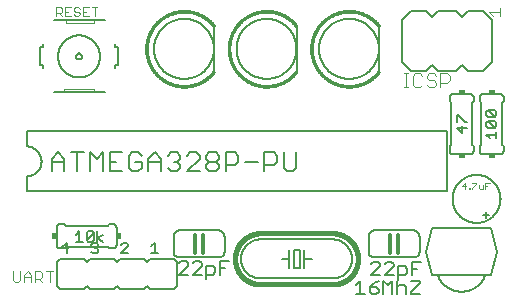
<source format=gto>
G75*
%MOIN*%
%OFA0B0*%
%FSLAX25Y25*%
%IPPOS*%
%LPD*%
%AMOC8*
5,1,8,0,0,1.08239X$1,22.5*
%
%ADD10C,0.00600*%
%ADD11C,0.01200*%
%ADD12C,0.00500*%
%ADD13C,0.00700*%
%ADD14C,0.00300*%
%ADD15C,0.00400*%
%ADD16C,0.00800*%
%ADD17C,0.00100*%
%ADD18C,0.01600*%
%ADD19C,0.00200*%
%ADD20R,0.01500X0.02000*%
%ADD21R,0.02000X0.01500*%
D10*
X0029700Y0015700D02*
X0030700Y0014700D01*
X0038700Y0014700D01*
X0039700Y0015700D01*
X0040700Y0014700D01*
X0048700Y0014700D01*
X0049700Y0015700D01*
X0050700Y0014700D01*
X0058700Y0014700D01*
X0059700Y0015700D01*
X0060700Y0014700D01*
X0068700Y0014700D01*
X0069700Y0015700D01*
X0069700Y0023700D01*
X0068700Y0024700D01*
X0060700Y0024700D01*
X0059700Y0023700D01*
X0058700Y0024700D01*
X0050700Y0024700D01*
X0049700Y0023700D01*
X0048700Y0024700D01*
X0040700Y0024700D01*
X0039700Y0023700D01*
X0038700Y0024700D01*
X0030700Y0024700D01*
X0029700Y0023700D01*
X0029700Y0015700D01*
X0030700Y0028200D02*
X0032200Y0028200D01*
X0032700Y0028700D01*
X0046700Y0028700D01*
X0047200Y0028200D01*
X0048700Y0028200D01*
X0048760Y0028202D01*
X0048821Y0028207D01*
X0048880Y0028216D01*
X0048939Y0028229D01*
X0048998Y0028245D01*
X0049055Y0028265D01*
X0049110Y0028288D01*
X0049165Y0028315D01*
X0049217Y0028344D01*
X0049268Y0028377D01*
X0049317Y0028413D01*
X0049363Y0028451D01*
X0049407Y0028493D01*
X0049449Y0028537D01*
X0049487Y0028583D01*
X0049523Y0028632D01*
X0049556Y0028683D01*
X0049585Y0028735D01*
X0049612Y0028790D01*
X0049635Y0028845D01*
X0049655Y0028902D01*
X0049671Y0028961D01*
X0049684Y0029020D01*
X0049693Y0029079D01*
X0049698Y0029140D01*
X0049700Y0029200D01*
X0049700Y0035200D01*
X0049698Y0035260D01*
X0049693Y0035321D01*
X0049684Y0035380D01*
X0049671Y0035439D01*
X0049655Y0035498D01*
X0049635Y0035555D01*
X0049612Y0035610D01*
X0049585Y0035665D01*
X0049556Y0035717D01*
X0049523Y0035768D01*
X0049487Y0035817D01*
X0049449Y0035863D01*
X0049407Y0035907D01*
X0049363Y0035949D01*
X0049317Y0035987D01*
X0049268Y0036023D01*
X0049217Y0036056D01*
X0049165Y0036085D01*
X0049110Y0036112D01*
X0049055Y0036135D01*
X0048998Y0036155D01*
X0048939Y0036171D01*
X0048880Y0036184D01*
X0048821Y0036193D01*
X0048760Y0036198D01*
X0048700Y0036200D01*
X0047200Y0036200D01*
X0046700Y0035700D01*
X0032700Y0035700D01*
X0032200Y0036200D01*
X0030700Y0036200D01*
X0030640Y0036198D01*
X0030579Y0036193D01*
X0030520Y0036184D01*
X0030461Y0036171D01*
X0030402Y0036155D01*
X0030345Y0036135D01*
X0030290Y0036112D01*
X0030235Y0036085D01*
X0030183Y0036056D01*
X0030132Y0036023D01*
X0030083Y0035987D01*
X0030037Y0035949D01*
X0029993Y0035907D01*
X0029951Y0035863D01*
X0029913Y0035817D01*
X0029877Y0035768D01*
X0029844Y0035717D01*
X0029815Y0035665D01*
X0029788Y0035610D01*
X0029765Y0035555D01*
X0029745Y0035498D01*
X0029729Y0035439D01*
X0029716Y0035380D01*
X0029707Y0035321D01*
X0029702Y0035260D01*
X0029700Y0035200D01*
X0029700Y0029200D01*
X0029702Y0029140D01*
X0029707Y0029079D01*
X0029716Y0029020D01*
X0029729Y0028961D01*
X0029745Y0028902D01*
X0029765Y0028845D01*
X0029788Y0028790D01*
X0029815Y0028735D01*
X0029844Y0028683D01*
X0029877Y0028632D01*
X0029913Y0028583D01*
X0029951Y0028537D01*
X0029993Y0028493D01*
X0030037Y0028451D01*
X0030083Y0028413D01*
X0030132Y0028377D01*
X0030183Y0028344D01*
X0030235Y0028315D01*
X0030290Y0028288D01*
X0030345Y0028265D01*
X0030402Y0028245D01*
X0030461Y0028229D01*
X0030520Y0028216D01*
X0030579Y0028207D01*
X0030640Y0028202D01*
X0030700Y0028200D01*
X0020200Y0047200D02*
X0159700Y0047200D01*
X0159700Y0067200D01*
X0019700Y0067200D01*
X0019700Y0062200D01*
X0019840Y0062198D01*
X0019980Y0062192D01*
X0020120Y0062182D01*
X0020260Y0062169D01*
X0020399Y0062151D01*
X0020538Y0062129D01*
X0020675Y0062104D01*
X0020813Y0062075D01*
X0020949Y0062042D01*
X0021084Y0062005D01*
X0021218Y0061964D01*
X0021351Y0061919D01*
X0021483Y0061871D01*
X0021613Y0061819D01*
X0021742Y0061764D01*
X0021869Y0061705D01*
X0021995Y0061642D01*
X0022119Y0061576D01*
X0022240Y0061507D01*
X0022360Y0061434D01*
X0022478Y0061357D01*
X0022593Y0061278D01*
X0022707Y0061195D01*
X0022817Y0061109D01*
X0022926Y0061020D01*
X0023032Y0060928D01*
X0023135Y0060833D01*
X0023236Y0060736D01*
X0023333Y0060635D01*
X0023428Y0060532D01*
X0023520Y0060426D01*
X0023609Y0060317D01*
X0023695Y0060207D01*
X0023778Y0060093D01*
X0023857Y0059978D01*
X0023934Y0059860D01*
X0024007Y0059740D01*
X0024076Y0059619D01*
X0024142Y0059495D01*
X0024205Y0059369D01*
X0024264Y0059242D01*
X0024319Y0059113D01*
X0024371Y0058983D01*
X0024419Y0058851D01*
X0024464Y0058718D01*
X0024505Y0058584D01*
X0024542Y0058449D01*
X0024575Y0058313D01*
X0024604Y0058175D01*
X0024629Y0058038D01*
X0024651Y0057899D01*
X0024669Y0057760D01*
X0024682Y0057620D01*
X0024692Y0057480D01*
X0024698Y0057340D01*
X0024700Y0057200D01*
X0024698Y0057060D01*
X0024692Y0056920D01*
X0024682Y0056780D01*
X0024669Y0056640D01*
X0024651Y0056501D01*
X0024629Y0056362D01*
X0024604Y0056225D01*
X0024575Y0056087D01*
X0024542Y0055951D01*
X0024505Y0055816D01*
X0024464Y0055682D01*
X0024419Y0055549D01*
X0024371Y0055417D01*
X0024319Y0055287D01*
X0024264Y0055158D01*
X0024205Y0055031D01*
X0024142Y0054905D01*
X0024076Y0054781D01*
X0024007Y0054660D01*
X0023934Y0054540D01*
X0023857Y0054422D01*
X0023778Y0054307D01*
X0023695Y0054193D01*
X0023609Y0054083D01*
X0023520Y0053974D01*
X0023428Y0053868D01*
X0023333Y0053765D01*
X0023236Y0053664D01*
X0023135Y0053567D01*
X0023032Y0053472D01*
X0022926Y0053380D01*
X0022817Y0053291D01*
X0022707Y0053205D01*
X0022593Y0053122D01*
X0022478Y0053043D01*
X0022360Y0052966D01*
X0022240Y0052893D01*
X0022119Y0052824D01*
X0021995Y0052758D01*
X0021869Y0052695D01*
X0021742Y0052636D01*
X0021613Y0052581D01*
X0021483Y0052529D01*
X0021351Y0052481D01*
X0021218Y0052436D01*
X0021084Y0052395D01*
X0020949Y0052358D01*
X0020813Y0052325D01*
X0020675Y0052296D01*
X0020538Y0052271D01*
X0020399Y0052249D01*
X0020260Y0052231D01*
X0020120Y0052218D01*
X0019980Y0052208D01*
X0019840Y0052202D01*
X0019700Y0052200D01*
X0019700Y0047200D01*
X0068700Y0032200D02*
X0068700Y0027200D01*
X0068702Y0027113D01*
X0068708Y0027026D01*
X0068717Y0026939D01*
X0068730Y0026853D01*
X0068747Y0026767D01*
X0068768Y0026682D01*
X0068793Y0026599D01*
X0068821Y0026516D01*
X0068852Y0026435D01*
X0068887Y0026355D01*
X0068926Y0026277D01*
X0068968Y0026200D01*
X0069013Y0026125D01*
X0069062Y0026053D01*
X0069113Y0025982D01*
X0069168Y0025914D01*
X0069225Y0025849D01*
X0069286Y0025786D01*
X0069349Y0025725D01*
X0069414Y0025668D01*
X0069482Y0025613D01*
X0069553Y0025562D01*
X0069625Y0025513D01*
X0069700Y0025468D01*
X0069777Y0025426D01*
X0069855Y0025387D01*
X0069935Y0025352D01*
X0070016Y0025321D01*
X0070099Y0025293D01*
X0070182Y0025268D01*
X0070267Y0025247D01*
X0070353Y0025230D01*
X0070439Y0025217D01*
X0070526Y0025208D01*
X0070613Y0025202D01*
X0070700Y0025200D01*
X0083700Y0025200D01*
X0083787Y0025202D01*
X0083874Y0025208D01*
X0083961Y0025217D01*
X0084047Y0025230D01*
X0084133Y0025247D01*
X0084218Y0025268D01*
X0084301Y0025293D01*
X0084384Y0025321D01*
X0084465Y0025352D01*
X0084545Y0025387D01*
X0084623Y0025426D01*
X0084700Y0025468D01*
X0084775Y0025513D01*
X0084847Y0025562D01*
X0084918Y0025613D01*
X0084986Y0025668D01*
X0085051Y0025725D01*
X0085114Y0025786D01*
X0085175Y0025849D01*
X0085232Y0025914D01*
X0085287Y0025982D01*
X0085338Y0026053D01*
X0085387Y0026125D01*
X0085432Y0026200D01*
X0085474Y0026277D01*
X0085513Y0026355D01*
X0085548Y0026435D01*
X0085579Y0026516D01*
X0085607Y0026599D01*
X0085632Y0026682D01*
X0085653Y0026767D01*
X0085670Y0026853D01*
X0085683Y0026939D01*
X0085692Y0027026D01*
X0085698Y0027113D01*
X0085700Y0027200D01*
X0085700Y0032200D01*
X0085698Y0032287D01*
X0085692Y0032374D01*
X0085683Y0032461D01*
X0085670Y0032547D01*
X0085653Y0032633D01*
X0085632Y0032718D01*
X0085607Y0032801D01*
X0085579Y0032884D01*
X0085548Y0032965D01*
X0085513Y0033045D01*
X0085474Y0033123D01*
X0085432Y0033200D01*
X0085387Y0033275D01*
X0085338Y0033347D01*
X0085287Y0033418D01*
X0085232Y0033486D01*
X0085175Y0033551D01*
X0085114Y0033614D01*
X0085051Y0033675D01*
X0084986Y0033732D01*
X0084918Y0033787D01*
X0084847Y0033838D01*
X0084775Y0033887D01*
X0084700Y0033932D01*
X0084623Y0033974D01*
X0084545Y0034013D01*
X0084465Y0034048D01*
X0084384Y0034079D01*
X0084301Y0034107D01*
X0084218Y0034132D01*
X0084133Y0034153D01*
X0084047Y0034170D01*
X0083961Y0034183D01*
X0083874Y0034192D01*
X0083787Y0034198D01*
X0083700Y0034200D01*
X0070700Y0034200D01*
X0070613Y0034198D01*
X0070526Y0034192D01*
X0070439Y0034183D01*
X0070353Y0034170D01*
X0070267Y0034153D01*
X0070182Y0034132D01*
X0070099Y0034107D01*
X0070016Y0034079D01*
X0069935Y0034048D01*
X0069855Y0034013D01*
X0069777Y0033974D01*
X0069700Y0033932D01*
X0069625Y0033887D01*
X0069553Y0033838D01*
X0069482Y0033787D01*
X0069414Y0033732D01*
X0069349Y0033675D01*
X0069286Y0033614D01*
X0069225Y0033551D01*
X0069168Y0033486D01*
X0069113Y0033418D01*
X0069062Y0033347D01*
X0069013Y0033275D01*
X0068968Y0033200D01*
X0068926Y0033123D01*
X0068887Y0033045D01*
X0068852Y0032965D01*
X0068821Y0032884D01*
X0068793Y0032801D01*
X0068768Y0032718D01*
X0068747Y0032633D01*
X0068730Y0032547D01*
X0068717Y0032461D01*
X0068708Y0032374D01*
X0068702Y0032287D01*
X0068700Y0032200D01*
X0097700Y0031200D02*
X0121700Y0031200D01*
X0112200Y0027700D02*
X0112200Y0024700D01*
X0114700Y0024700D01*
X0112200Y0024700D02*
X0112200Y0021700D01*
X0110700Y0021700D02*
X0110700Y0027700D01*
X0108700Y0027700D01*
X0108700Y0021700D01*
X0110700Y0021700D01*
X0107200Y0021700D02*
X0107200Y0024700D01*
X0104700Y0024700D01*
X0107200Y0024700D02*
X0107200Y0027700D01*
X0097700Y0031200D02*
X0097540Y0031198D01*
X0097381Y0031192D01*
X0097222Y0031182D01*
X0097063Y0031169D01*
X0096904Y0031151D01*
X0096746Y0031130D01*
X0096589Y0031104D01*
X0096432Y0031075D01*
X0096276Y0031042D01*
X0096121Y0031005D01*
X0095966Y0030965D01*
X0095813Y0030920D01*
X0095661Y0030872D01*
X0095510Y0030820D01*
X0095361Y0030764D01*
X0095213Y0030705D01*
X0095066Y0030642D01*
X0094921Y0030576D01*
X0094778Y0030506D01*
X0094636Y0030432D01*
X0094496Y0030356D01*
X0094358Y0030275D01*
X0094223Y0030192D01*
X0094089Y0030105D01*
X0093957Y0030014D01*
X0093828Y0029921D01*
X0093701Y0029824D01*
X0093576Y0029725D01*
X0093454Y0029622D01*
X0093335Y0029516D01*
X0093218Y0029408D01*
X0093104Y0029296D01*
X0092992Y0029182D01*
X0092884Y0029065D01*
X0092778Y0028946D01*
X0092675Y0028824D01*
X0092576Y0028699D01*
X0092479Y0028572D01*
X0092386Y0028443D01*
X0092295Y0028311D01*
X0092208Y0028177D01*
X0092125Y0028042D01*
X0092044Y0027904D01*
X0091968Y0027764D01*
X0091894Y0027622D01*
X0091824Y0027479D01*
X0091758Y0027334D01*
X0091695Y0027187D01*
X0091636Y0027039D01*
X0091580Y0026890D01*
X0091528Y0026739D01*
X0091480Y0026587D01*
X0091435Y0026434D01*
X0091395Y0026279D01*
X0091358Y0026124D01*
X0091325Y0025968D01*
X0091296Y0025811D01*
X0091270Y0025654D01*
X0091249Y0025496D01*
X0091231Y0025337D01*
X0091218Y0025178D01*
X0091208Y0025019D01*
X0091202Y0024860D01*
X0091200Y0024700D01*
X0091202Y0024540D01*
X0091208Y0024381D01*
X0091218Y0024222D01*
X0091231Y0024063D01*
X0091249Y0023904D01*
X0091270Y0023746D01*
X0091296Y0023589D01*
X0091325Y0023432D01*
X0091358Y0023276D01*
X0091395Y0023121D01*
X0091435Y0022966D01*
X0091480Y0022813D01*
X0091528Y0022661D01*
X0091580Y0022510D01*
X0091636Y0022361D01*
X0091695Y0022213D01*
X0091758Y0022066D01*
X0091824Y0021921D01*
X0091894Y0021778D01*
X0091968Y0021636D01*
X0092044Y0021496D01*
X0092125Y0021358D01*
X0092208Y0021223D01*
X0092295Y0021089D01*
X0092386Y0020957D01*
X0092479Y0020828D01*
X0092576Y0020701D01*
X0092675Y0020576D01*
X0092778Y0020454D01*
X0092884Y0020335D01*
X0092992Y0020218D01*
X0093104Y0020104D01*
X0093218Y0019992D01*
X0093335Y0019884D01*
X0093454Y0019778D01*
X0093576Y0019675D01*
X0093701Y0019576D01*
X0093828Y0019479D01*
X0093957Y0019386D01*
X0094089Y0019295D01*
X0094223Y0019208D01*
X0094358Y0019125D01*
X0094496Y0019044D01*
X0094636Y0018968D01*
X0094778Y0018894D01*
X0094921Y0018824D01*
X0095066Y0018758D01*
X0095213Y0018695D01*
X0095361Y0018636D01*
X0095510Y0018580D01*
X0095661Y0018528D01*
X0095813Y0018480D01*
X0095966Y0018435D01*
X0096121Y0018395D01*
X0096276Y0018358D01*
X0096432Y0018325D01*
X0096589Y0018296D01*
X0096746Y0018270D01*
X0096904Y0018249D01*
X0097063Y0018231D01*
X0097222Y0018218D01*
X0097381Y0018208D01*
X0097540Y0018202D01*
X0097700Y0018200D01*
X0121700Y0018200D01*
X0121860Y0018202D01*
X0122019Y0018208D01*
X0122178Y0018218D01*
X0122337Y0018231D01*
X0122496Y0018249D01*
X0122654Y0018270D01*
X0122811Y0018296D01*
X0122968Y0018325D01*
X0123124Y0018358D01*
X0123279Y0018395D01*
X0123434Y0018435D01*
X0123587Y0018480D01*
X0123739Y0018528D01*
X0123890Y0018580D01*
X0124039Y0018636D01*
X0124187Y0018695D01*
X0124334Y0018758D01*
X0124479Y0018824D01*
X0124622Y0018894D01*
X0124764Y0018968D01*
X0124904Y0019044D01*
X0125042Y0019125D01*
X0125177Y0019208D01*
X0125311Y0019295D01*
X0125443Y0019386D01*
X0125572Y0019479D01*
X0125699Y0019576D01*
X0125824Y0019675D01*
X0125946Y0019778D01*
X0126065Y0019884D01*
X0126182Y0019992D01*
X0126296Y0020104D01*
X0126408Y0020218D01*
X0126516Y0020335D01*
X0126622Y0020454D01*
X0126725Y0020576D01*
X0126824Y0020701D01*
X0126921Y0020828D01*
X0127014Y0020957D01*
X0127105Y0021089D01*
X0127192Y0021223D01*
X0127275Y0021358D01*
X0127356Y0021496D01*
X0127432Y0021636D01*
X0127506Y0021778D01*
X0127576Y0021921D01*
X0127642Y0022066D01*
X0127705Y0022213D01*
X0127764Y0022361D01*
X0127820Y0022510D01*
X0127872Y0022661D01*
X0127920Y0022813D01*
X0127965Y0022966D01*
X0128005Y0023121D01*
X0128042Y0023276D01*
X0128075Y0023432D01*
X0128104Y0023589D01*
X0128130Y0023746D01*
X0128151Y0023904D01*
X0128169Y0024063D01*
X0128182Y0024222D01*
X0128192Y0024381D01*
X0128198Y0024540D01*
X0128200Y0024700D01*
X0128198Y0024860D01*
X0128192Y0025019D01*
X0128182Y0025178D01*
X0128169Y0025337D01*
X0128151Y0025496D01*
X0128130Y0025654D01*
X0128104Y0025811D01*
X0128075Y0025968D01*
X0128042Y0026124D01*
X0128005Y0026279D01*
X0127965Y0026434D01*
X0127920Y0026587D01*
X0127872Y0026739D01*
X0127820Y0026890D01*
X0127764Y0027039D01*
X0127705Y0027187D01*
X0127642Y0027334D01*
X0127576Y0027479D01*
X0127506Y0027622D01*
X0127432Y0027764D01*
X0127356Y0027904D01*
X0127275Y0028042D01*
X0127192Y0028177D01*
X0127105Y0028311D01*
X0127014Y0028443D01*
X0126921Y0028572D01*
X0126824Y0028699D01*
X0126725Y0028824D01*
X0126622Y0028946D01*
X0126516Y0029065D01*
X0126408Y0029182D01*
X0126296Y0029296D01*
X0126182Y0029408D01*
X0126065Y0029516D01*
X0125946Y0029622D01*
X0125824Y0029725D01*
X0125699Y0029824D01*
X0125572Y0029921D01*
X0125443Y0030014D01*
X0125311Y0030105D01*
X0125177Y0030192D01*
X0125042Y0030275D01*
X0124904Y0030356D01*
X0124764Y0030432D01*
X0124622Y0030506D01*
X0124479Y0030576D01*
X0124334Y0030642D01*
X0124187Y0030705D01*
X0124039Y0030764D01*
X0123890Y0030820D01*
X0123739Y0030872D01*
X0123587Y0030920D01*
X0123434Y0030965D01*
X0123279Y0031005D01*
X0123124Y0031042D01*
X0122968Y0031075D01*
X0122811Y0031104D01*
X0122654Y0031130D01*
X0122496Y0031151D01*
X0122337Y0031169D01*
X0122178Y0031182D01*
X0122019Y0031192D01*
X0121860Y0031198D01*
X0121700Y0031200D01*
X0133700Y0032200D02*
X0133700Y0027200D01*
X0133702Y0027113D01*
X0133708Y0027026D01*
X0133717Y0026939D01*
X0133730Y0026853D01*
X0133747Y0026767D01*
X0133768Y0026682D01*
X0133793Y0026599D01*
X0133821Y0026516D01*
X0133852Y0026435D01*
X0133887Y0026355D01*
X0133926Y0026277D01*
X0133968Y0026200D01*
X0134013Y0026125D01*
X0134062Y0026053D01*
X0134113Y0025982D01*
X0134168Y0025914D01*
X0134225Y0025849D01*
X0134286Y0025786D01*
X0134349Y0025725D01*
X0134414Y0025668D01*
X0134482Y0025613D01*
X0134553Y0025562D01*
X0134625Y0025513D01*
X0134700Y0025468D01*
X0134777Y0025426D01*
X0134855Y0025387D01*
X0134935Y0025352D01*
X0135016Y0025321D01*
X0135099Y0025293D01*
X0135182Y0025268D01*
X0135267Y0025247D01*
X0135353Y0025230D01*
X0135439Y0025217D01*
X0135526Y0025208D01*
X0135613Y0025202D01*
X0135700Y0025200D01*
X0148700Y0025200D01*
X0148787Y0025202D01*
X0148874Y0025208D01*
X0148961Y0025217D01*
X0149047Y0025230D01*
X0149133Y0025247D01*
X0149218Y0025268D01*
X0149301Y0025293D01*
X0149384Y0025321D01*
X0149465Y0025352D01*
X0149545Y0025387D01*
X0149623Y0025426D01*
X0149700Y0025468D01*
X0149775Y0025513D01*
X0149847Y0025562D01*
X0149918Y0025613D01*
X0149986Y0025668D01*
X0150051Y0025725D01*
X0150114Y0025786D01*
X0150175Y0025849D01*
X0150232Y0025914D01*
X0150287Y0025982D01*
X0150338Y0026053D01*
X0150387Y0026125D01*
X0150432Y0026200D01*
X0150474Y0026277D01*
X0150513Y0026355D01*
X0150548Y0026435D01*
X0150579Y0026516D01*
X0150607Y0026599D01*
X0150632Y0026682D01*
X0150653Y0026767D01*
X0150670Y0026853D01*
X0150683Y0026939D01*
X0150692Y0027026D01*
X0150698Y0027113D01*
X0150700Y0027200D01*
X0150700Y0032200D01*
X0150698Y0032287D01*
X0150692Y0032374D01*
X0150683Y0032461D01*
X0150670Y0032547D01*
X0150653Y0032633D01*
X0150632Y0032718D01*
X0150607Y0032801D01*
X0150579Y0032884D01*
X0150548Y0032965D01*
X0150513Y0033045D01*
X0150474Y0033123D01*
X0150432Y0033200D01*
X0150387Y0033275D01*
X0150338Y0033347D01*
X0150287Y0033418D01*
X0150232Y0033486D01*
X0150175Y0033551D01*
X0150114Y0033614D01*
X0150051Y0033675D01*
X0149986Y0033732D01*
X0149918Y0033787D01*
X0149847Y0033838D01*
X0149775Y0033887D01*
X0149700Y0033932D01*
X0149623Y0033974D01*
X0149545Y0034013D01*
X0149465Y0034048D01*
X0149384Y0034079D01*
X0149301Y0034107D01*
X0149218Y0034132D01*
X0149133Y0034153D01*
X0149047Y0034170D01*
X0148961Y0034183D01*
X0148874Y0034192D01*
X0148787Y0034198D01*
X0148700Y0034200D01*
X0135700Y0034200D01*
X0135613Y0034198D01*
X0135526Y0034192D01*
X0135439Y0034183D01*
X0135353Y0034170D01*
X0135267Y0034153D01*
X0135182Y0034132D01*
X0135099Y0034107D01*
X0135016Y0034079D01*
X0134935Y0034048D01*
X0134855Y0034013D01*
X0134777Y0033974D01*
X0134700Y0033932D01*
X0134625Y0033887D01*
X0134553Y0033838D01*
X0134482Y0033787D01*
X0134414Y0033732D01*
X0134349Y0033675D01*
X0134286Y0033614D01*
X0134225Y0033551D01*
X0134168Y0033486D01*
X0134113Y0033418D01*
X0134062Y0033347D01*
X0134013Y0033275D01*
X0133968Y0033200D01*
X0133926Y0033123D01*
X0133887Y0033045D01*
X0133852Y0032965D01*
X0133821Y0032884D01*
X0133793Y0032801D01*
X0133768Y0032718D01*
X0133747Y0032633D01*
X0133730Y0032547D01*
X0133717Y0032461D01*
X0133708Y0032374D01*
X0133702Y0032287D01*
X0133700Y0032200D01*
X0161700Y0044700D02*
X0161702Y0044896D01*
X0161710Y0045093D01*
X0161722Y0045289D01*
X0161739Y0045484D01*
X0161760Y0045679D01*
X0161787Y0045874D01*
X0161818Y0046068D01*
X0161854Y0046261D01*
X0161894Y0046453D01*
X0161940Y0046644D01*
X0161990Y0046834D01*
X0162044Y0047022D01*
X0162104Y0047209D01*
X0162168Y0047395D01*
X0162236Y0047579D01*
X0162309Y0047761D01*
X0162386Y0047942D01*
X0162468Y0048120D01*
X0162554Y0048297D01*
X0162645Y0048471D01*
X0162739Y0048643D01*
X0162838Y0048813D01*
X0162941Y0048980D01*
X0163048Y0049145D01*
X0163159Y0049306D01*
X0163274Y0049466D01*
X0163393Y0049622D01*
X0163516Y0049775D01*
X0163642Y0049925D01*
X0163772Y0050072D01*
X0163906Y0050216D01*
X0164043Y0050357D01*
X0164184Y0050494D01*
X0164328Y0050628D01*
X0164475Y0050758D01*
X0164625Y0050884D01*
X0164778Y0051007D01*
X0164934Y0051126D01*
X0165094Y0051241D01*
X0165255Y0051352D01*
X0165420Y0051459D01*
X0165587Y0051562D01*
X0165757Y0051661D01*
X0165929Y0051755D01*
X0166103Y0051846D01*
X0166280Y0051932D01*
X0166458Y0052014D01*
X0166639Y0052091D01*
X0166821Y0052164D01*
X0167005Y0052232D01*
X0167191Y0052296D01*
X0167378Y0052356D01*
X0167566Y0052410D01*
X0167756Y0052460D01*
X0167947Y0052506D01*
X0168139Y0052546D01*
X0168332Y0052582D01*
X0168526Y0052613D01*
X0168721Y0052640D01*
X0168916Y0052661D01*
X0169111Y0052678D01*
X0169307Y0052690D01*
X0169504Y0052698D01*
X0169700Y0052700D01*
X0169896Y0052698D01*
X0170093Y0052690D01*
X0170289Y0052678D01*
X0170484Y0052661D01*
X0170679Y0052640D01*
X0170874Y0052613D01*
X0171068Y0052582D01*
X0171261Y0052546D01*
X0171453Y0052506D01*
X0171644Y0052460D01*
X0171834Y0052410D01*
X0172022Y0052356D01*
X0172209Y0052296D01*
X0172395Y0052232D01*
X0172579Y0052164D01*
X0172761Y0052091D01*
X0172942Y0052014D01*
X0173120Y0051932D01*
X0173297Y0051846D01*
X0173471Y0051755D01*
X0173643Y0051661D01*
X0173813Y0051562D01*
X0173980Y0051459D01*
X0174145Y0051352D01*
X0174306Y0051241D01*
X0174466Y0051126D01*
X0174622Y0051007D01*
X0174775Y0050884D01*
X0174925Y0050758D01*
X0175072Y0050628D01*
X0175216Y0050494D01*
X0175357Y0050357D01*
X0175494Y0050216D01*
X0175628Y0050072D01*
X0175758Y0049925D01*
X0175884Y0049775D01*
X0176007Y0049622D01*
X0176126Y0049466D01*
X0176241Y0049306D01*
X0176352Y0049145D01*
X0176459Y0048980D01*
X0176562Y0048813D01*
X0176661Y0048643D01*
X0176755Y0048471D01*
X0176846Y0048297D01*
X0176932Y0048120D01*
X0177014Y0047942D01*
X0177091Y0047761D01*
X0177164Y0047579D01*
X0177232Y0047395D01*
X0177296Y0047209D01*
X0177356Y0047022D01*
X0177410Y0046834D01*
X0177460Y0046644D01*
X0177506Y0046453D01*
X0177546Y0046261D01*
X0177582Y0046068D01*
X0177613Y0045874D01*
X0177640Y0045679D01*
X0177661Y0045484D01*
X0177678Y0045289D01*
X0177690Y0045093D01*
X0177698Y0044896D01*
X0177700Y0044700D01*
X0177698Y0044504D01*
X0177690Y0044307D01*
X0177678Y0044111D01*
X0177661Y0043916D01*
X0177640Y0043721D01*
X0177613Y0043526D01*
X0177582Y0043332D01*
X0177546Y0043139D01*
X0177506Y0042947D01*
X0177460Y0042756D01*
X0177410Y0042566D01*
X0177356Y0042378D01*
X0177296Y0042191D01*
X0177232Y0042005D01*
X0177164Y0041821D01*
X0177091Y0041639D01*
X0177014Y0041458D01*
X0176932Y0041280D01*
X0176846Y0041103D01*
X0176755Y0040929D01*
X0176661Y0040757D01*
X0176562Y0040587D01*
X0176459Y0040420D01*
X0176352Y0040255D01*
X0176241Y0040094D01*
X0176126Y0039934D01*
X0176007Y0039778D01*
X0175884Y0039625D01*
X0175758Y0039475D01*
X0175628Y0039328D01*
X0175494Y0039184D01*
X0175357Y0039043D01*
X0175216Y0038906D01*
X0175072Y0038772D01*
X0174925Y0038642D01*
X0174775Y0038516D01*
X0174622Y0038393D01*
X0174466Y0038274D01*
X0174306Y0038159D01*
X0174145Y0038048D01*
X0173980Y0037941D01*
X0173813Y0037838D01*
X0173643Y0037739D01*
X0173471Y0037645D01*
X0173297Y0037554D01*
X0173120Y0037468D01*
X0172942Y0037386D01*
X0172761Y0037309D01*
X0172579Y0037236D01*
X0172395Y0037168D01*
X0172209Y0037104D01*
X0172022Y0037044D01*
X0171834Y0036990D01*
X0171644Y0036940D01*
X0171453Y0036894D01*
X0171261Y0036854D01*
X0171068Y0036818D01*
X0170874Y0036787D01*
X0170679Y0036760D01*
X0170484Y0036739D01*
X0170289Y0036722D01*
X0170093Y0036710D01*
X0169896Y0036702D01*
X0169700Y0036700D01*
X0169504Y0036702D01*
X0169307Y0036710D01*
X0169111Y0036722D01*
X0168916Y0036739D01*
X0168721Y0036760D01*
X0168526Y0036787D01*
X0168332Y0036818D01*
X0168139Y0036854D01*
X0167947Y0036894D01*
X0167756Y0036940D01*
X0167566Y0036990D01*
X0167378Y0037044D01*
X0167191Y0037104D01*
X0167005Y0037168D01*
X0166821Y0037236D01*
X0166639Y0037309D01*
X0166458Y0037386D01*
X0166280Y0037468D01*
X0166103Y0037554D01*
X0165929Y0037645D01*
X0165757Y0037739D01*
X0165587Y0037838D01*
X0165420Y0037941D01*
X0165255Y0038048D01*
X0165094Y0038159D01*
X0164934Y0038274D01*
X0164778Y0038393D01*
X0164625Y0038516D01*
X0164475Y0038642D01*
X0164328Y0038772D01*
X0164184Y0038906D01*
X0164043Y0039043D01*
X0163906Y0039184D01*
X0163772Y0039328D01*
X0163642Y0039475D01*
X0163516Y0039625D01*
X0163393Y0039778D01*
X0163274Y0039934D01*
X0163159Y0040094D01*
X0163048Y0040255D01*
X0162941Y0040420D01*
X0162838Y0040587D01*
X0162739Y0040757D01*
X0162645Y0040929D01*
X0162554Y0041103D01*
X0162468Y0041280D01*
X0162386Y0041458D01*
X0162309Y0041639D01*
X0162236Y0041821D01*
X0162168Y0042005D01*
X0162104Y0042191D01*
X0162044Y0042378D01*
X0161990Y0042566D01*
X0161940Y0042756D01*
X0161894Y0042947D01*
X0161854Y0043139D01*
X0161818Y0043332D01*
X0161787Y0043526D01*
X0161760Y0043721D01*
X0161739Y0043916D01*
X0161722Y0044111D01*
X0161710Y0044307D01*
X0161702Y0044504D01*
X0161700Y0044700D01*
X0171700Y0039200D02*
X0173700Y0039200D01*
X0172700Y0040200D02*
X0172700Y0038200D01*
X0171700Y0059700D02*
X0177700Y0059700D01*
X0177760Y0059702D01*
X0177821Y0059707D01*
X0177880Y0059716D01*
X0177939Y0059729D01*
X0177998Y0059745D01*
X0178055Y0059765D01*
X0178110Y0059788D01*
X0178165Y0059815D01*
X0178217Y0059844D01*
X0178268Y0059877D01*
X0178317Y0059913D01*
X0178363Y0059951D01*
X0178407Y0059993D01*
X0178449Y0060037D01*
X0178487Y0060083D01*
X0178523Y0060132D01*
X0178556Y0060183D01*
X0178585Y0060235D01*
X0178612Y0060290D01*
X0178635Y0060345D01*
X0178655Y0060402D01*
X0178671Y0060461D01*
X0178684Y0060520D01*
X0178693Y0060579D01*
X0178698Y0060640D01*
X0178700Y0060700D01*
X0178700Y0062200D01*
X0178200Y0062700D01*
X0178200Y0076700D01*
X0178700Y0077200D01*
X0178700Y0078700D01*
X0178698Y0078760D01*
X0178693Y0078821D01*
X0178684Y0078880D01*
X0178671Y0078939D01*
X0178655Y0078998D01*
X0178635Y0079055D01*
X0178612Y0079110D01*
X0178585Y0079165D01*
X0178556Y0079217D01*
X0178523Y0079268D01*
X0178487Y0079317D01*
X0178449Y0079363D01*
X0178407Y0079407D01*
X0178363Y0079449D01*
X0178317Y0079487D01*
X0178268Y0079523D01*
X0178217Y0079556D01*
X0178165Y0079585D01*
X0178110Y0079612D01*
X0178055Y0079635D01*
X0177998Y0079655D01*
X0177939Y0079671D01*
X0177880Y0079684D01*
X0177821Y0079693D01*
X0177760Y0079698D01*
X0177700Y0079700D01*
X0171700Y0079700D01*
X0171640Y0079698D01*
X0171579Y0079693D01*
X0171520Y0079684D01*
X0171461Y0079671D01*
X0171402Y0079655D01*
X0171345Y0079635D01*
X0171290Y0079612D01*
X0171235Y0079585D01*
X0171183Y0079556D01*
X0171132Y0079523D01*
X0171083Y0079487D01*
X0171037Y0079449D01*
X0170993Y0079407D01*
X0170951Y0079363D01*
X0170913Y0079317D01*
X0170877Y0079268D01*
X0170844Y0079217D01*
X0170815Y0079165D01*
X0170788Y0079110D01*
X0170765Y0079055D01*
X0170745Y0078998D01*
X0170729Y0078939D01*
X0170716Y0078880D01*
X0170707Y0078821D01*
X0170702Y0078760D01*
X0170700Y0078700D01*
X0170700Y0077200D01*
X0171200Y0076700D01*
X0171200Y0062700D01*
X0170700Y0062200D01*
X0170700Y0060700D01*
X0170702Y0060640D01*
X0170707Y0060579D01*
X0170716Y0060520D01*
X0170729Y0060461D01*
X0170745Y0060402D01*
X0170765Y0060345D01*
X0170788Y0060290D01*
X0170815Y0060235D01*
X0170844Y0060183D01*
X0170877Y0060132D01*
X0170913Y0060083D01*
X0170951Y0060037D01*
X0170993Y0059993D01*
X0171037Y0059951D01*
X0171083Y0059913D01*
X0171132Y0059877D01*
X0171183Y0059844D01*
X0171235Y0059815D01*
X0171290Y0059788D01*
X0171345Y0059765D01*
X0171402Y0059745D01*
X0171461Y0059729D01*
X0171520Y0059716D01*
X0171579Y0059707D01*
X0171640Y0059702D01*
X0171700Y0059700D01*
X0168700Y0060700D02*
X0168700Y0062200D01*
X0168200Y0062700D01*
X0168200Y0076700D01*
X0168700Y0077200D01*
X0168700Y0078700D01*
X0168698Y0078760D01*
X0168693Y0078821D01*
X0168684Y0078880D01*
X0168671Y0078939D01*
X0168655Y0078998D01*
X0168635Y0079055D01*
X0168612Y0079110D01*
X0168585Y0079165D01*
X0168556Y0079217D01*
X0168523Y0079268D01*
X0168487Y0079317D01*
X0168449Y0079363D01*
X0168407Y0079407D01*
X0168363Y0079449D01*
X0168317Y0079487D01*
X0168268Y0079523D01*
X0168217Y0079556D01*
X0168165Y0079585D01*
X0168110Y0079612D01*
X0168055Y0079635D01*
X0167998Y0079655D01*
X0167939Y0079671D01*
X0167880Y0079684D01*
X0167821Y0079693D01*
X0167760Y0079698D01*
X0167700Y0079700D01*
X0161700Y0079700D01*
X0161640Y0079698D01*
X0161579Y0079693D01*
X0161520Y0079684D01*
X0161461Y0079671D01*
X0161402Y0079655D01*
X0161345Y0079635D01*
X0161290Y0079612D01*
X0161235Y0079585D01*
X0161183Y0079556D01*
X0161132Y0079523D01*
X0161083Y0079487D01*
X0161037Y0079449D01*
X0160993Y0079407D01*
X0160951Y0079363D01*
X0160913Y0079317D01*
X0160877Y0079268D01*
X0160844Y0079217D01*
X0160815Y0079165D01*
X0160788Y0079110D01*
X0160765Y0079055D01*
X0160745Y0078998D01*
X0160729Y0078939D01*
X0160716Y0078880D01*
X0160707Y0078821D01*
X0160702Y0078760D01*
X0160700Y0078700D01*
X0160700Y0077200D01*
X0161200Y0076700D01*
X0161200Y0062700D01*
X0160700Y0062200D01*
X0160700Y0060700D01*
X0160702Y0060640D01*
X0160707Y0060579D01*
X0160716Y0060520D01*
X0160729Y0060461D01*
X0160745Y0060402D01*
X0160765Y0060345D01*
X0160788Y0060290D01*
X0160815Y0060235D01*
X0160844Y0060183D01*
X0160877Y0060132D01*
X0160913Y0060083D01*
X0160951Y0060037D01*
X0160993Y0059993D01*
X0161037Y0059951D01*
X0161083Y0059913D01*
X0161132Y0059877D01*
X0161183Y0059844D01*
X0161235Y0059815D01*
X0161290Y0059788D01*
X0161345Y0059765D01*
X0161402Y0059745D01*
X0161461Y0059729D01*
X0161520Y0059716D01*
X0161579Y0059707D01*
X0161640Y0059702D01*
X0161700Y0059700D01*
X0167700Y0059700D01*
X0167760Y0059702D01*
X0167821Y0059707D01*
X0167880Y0059716D01*
X0167939Y0059729D01*
X0167998Y0059745D01*
X0168055Y0059765D01*
X0168110Y0059788D01*
X0168165Y0059815D01*
X0168217Y0059844D01*
X0168268Y0059877D01*
X0168317Y0059913D01*
X0168363Y0059951D01*
X0168407Y0059993D01*
X0168449Y0060037D01*
X0168487Y0060083D01*
X0168523Y0060132D01*
X0168556Y0060183D01*
X0168585Y0060235D01*
X0168612Y0060290D01*
X0168635Y0060345D01*
X0168655Y0060402D01*
X0168671Y0060461D01*
X0168684Y0060520D01*
X0168693Y0060579D01*
X0168698Y0060640D01*
X0168700Y0060700D01*
X0117200Y0094700D02*
X0117203Y0094945D01*
X0117212Y0095191D01*
X0117227Y0095436D01*
X0117248Y0095680D01*
X0117275Y0095924D01*
X0117308Y0096167D01*
X0117347Y0096410D01*
X0117392Y0096651D01*
X0117443Y0096891D01*
X0117500Y0097130D01*
X0117562Y0097367D01*
X0117631Y0097603D01*
X0117705Y0097837D01*
X0117785Y0098069D01*
X0117870Y0098299D01*
X0117961Y0098527D01*
X0118058Y0098752D01*
X0118160Y0098976D01*
X0118268Y0099196D01*
X0118381Y0099414D01*
X0118499Y0099629D01*
X0118623Y0099841D01*
X0118751Y0100050D01*
X0118885Y0100256D01*
X0119024Y0100458D01*
X0119168Y0100657D01*
X0119317Y0100852D01*
X0119470Y0101044D01*
X0119628Y0101232D01*
X0119790Y0101416D01*
X0119958Y0101595D01*
X0120129Y0101771D01*
X0120305Y0101942D01*
X0120484Y0102110D01*
X0120668Y0102272D01*
X0120856Y0102430D01*
X0121048Y0102583D01*
X0121243Y0102732D01*
X0121442Y0102876D01*
X0121644Y0103015D01*
X0121850Y0103149D01*
X0122059Y0103277D01*
X0122271Y0103401D01*
X0122486Y0103519D01*
X0122704Y0103632D01*
X0122924Y0103740D01*
X0123148Y0103842D01*
X0123373Y0103939D01*
X0123601Y0104030D01*
X0123831Y0104115D01*
X0124063Y0104195D01*
X0124297Y0104269D01*
X0124533Y0104338D01*
X0124770Y0104400D01*
X0125009Y0104457D01*
X0125249Y0104508D01*
X0125490Y0104553D01*
X0125733Y0104592D01*
X0125976Y0104625D01*
X0126220Y0104652D01*
X0126464Y0104673D01*
X0126709Y0104688D01*
X0126955Y0104697D01*
X0127200Y0104700D01*
X0127445Y0104697D01*
X0127691Y0104688D01*
X0127936Y0104673D01*
X0128180Y0104652D01*
X0128424Y0104625D01*
X0128667Y0104592D01*
X0128910Y0104553D01*
X0129151Y0104508D01*
X0129391Y0104457D01*
X0129630Y0104400D01*
X0129867Y0104338D01*
X0130103Y0104269D01*
X0130337Y0104195D01*
X0130569Y0104115D01*
X0130799Y0104030D01*
X0131027Y0103939D01*
X0131252Y0103842D01*
X0131476Y0103740D01*
X0131696Y0103632D01*
X0131914Y0103519D01*
X0132129Y0103401D01*
X0132341Y0103277D01*
X0132550Y0103149D01*
X0132756Y0103015D01*
X0132958Y0102876D01*
X0133157Y0102732D01*
X0133352Y0102583D01*
X0133544Y0102430D01*
X0133732Y0102272D01*
X0133916Y0102110D01*
X0134095Y0101942D01*
X0134271Y0101771D01*
X0134442Y0101595D01*
X0134610Y0101416D01*
X0134772Y0101232D01*
X0134930Y0101044D01*
X0135083Y0100852D01*
X0135232Y0100657D01*
X0135376Y0100458D01*
X0135515Y0100256D01*
X0135649Y0100050D01*
X0135777Y0099841D01*
X0135901Y0099629D01*
X0136019Y0099414D01*
X0136132Y0099196D01*
X0136240Y0098976D01*
X0136342Y0098752D01*
X0136439Y0098527D01*
X0136530Y0098299D01*
X0136615Y0098069D01*
X0136695Y0097837D01*
X0136769Y0097603D01*
X0136838Y0097367D01*
X0136900Y0097130D01*
X0136957Y0096891D01*
X0137008Y0096651D01*
X0137053Y0096410D01*
X0137092Y0096167D01*
X0137125Y0095924D01*
X0137152Y0095680D01*
X0137173Y0095436D01*
X0137188Y0095191D01*
X0137197Y0094945D01*
X0137200Y0094700D01*
X0137197Y0094455D01*
X0137188Y0094209D01*
X0137173Y0093964D01*
X0137152Y0093720D01*
X0137125Y0093476D01*
X0137092Y0093233D01*
X0137053Y0092990D01*
X0137008Y0092749D01*
X0136957Y0092509D01*
X0136900Y0092270D01*
X0136838Y0092033D01*
X0136769Y0091797D01*
X0136695Y0091563D01*
X0136615Y0091331D01*
X0136530Y0091101D01*
X0136439Y0090873D01*
X0136342Y0090648D01*
X0136240Y0090424D01*
X0136132Y0090204D01*
X0136019Y0089986D01*
X0135901Y0089771D01*
X0135777Y0089559D01*
X0135649Y0089350D01*
X0135515Y0089144D01*
X0135376Y0088942D01*
X0135232Y0088743D01*
X0135083Y0088548D01*
X0134930Y0088356D01*
X0134772Y0088168D01*
X0134610Y0087984D01*
X0134442Y0087805D01*
X0134271Y0087629D01*
X0134095Y0087458D01*
X0133916Y0087290D01*
X0133732Y0087128D01*
X0133544Y0086970D01*
X0133352Y0086817D01*
X0133157Y0086668D01*
X0132958Y0086524D01*
X0132756Y0086385D01*
X0132550Y0086251D01*
X0132341Y0086123D01*
X0132129Y0085999D01*
X0131914Y0085881D01*
X0131696Y0085768D01*
X0131476Y0085660D01*
X0131252Y0085558D01*
X0131027Y0085461D01*
X0130799Y0085370D01*
X0130569Y0085285D01*
X0130337Y0085205D01*
X0130103Y0085131D01*
X0129867Y0085062D01*
X0129630Y0085000D01*
X0129391Y0084943D01*
X0129151Y0084892D01*
X0128910Y0084847D01*
X0128667Y0084808D01*
X0128424Y0084775D01*
X0128180Y0084748D01*
X0127936Y0084727D01*
X0127691Y0084712D01*
X0127445Y0084703D01*
X0127200Y0084700D01*
X0126955Y0084703D01*
X0126709Y0084712D01*
X0126464Y0084727D01*
X0126220Y0084748D01*
X0125976Y0084775D01*
X0125733Y0084808D01*
X0125490Y0084847D01*
X0125249Y0084892D01*
X0125009Y0084943D01*
X0124770Y0085000D01*
X0124533Y0085062D01*
X0124297Y0085131D01*
X0124063Y0085205D01*
X0123831Y0085285D01*
X0123601Y0085370D01*
X0123373Y0085461D01*
X0123148Y0085558D01*
X0122924Y0085660D01*
X0122704Y0085768D01*
X0122486Y0085881D01*
X0122271Y0085999D01*
X0122059Y0086123D01*
X0121850Y0086251D01*
X0121644Y0086385D01*
X0121442Y0086524D01*
X0121243Y0086668D01*
X0121048Y0086817D01*
X0120856Y0086970D01*
X0120668Y0087128D01*
X0120484Y0087290D01*
X0120305Y0087458D01*
X0120129Y0087629D01*
X0119958Y0087805D01*
X0119790Y0087984D01*
X0119628Y0088168D01*
X0119470Y0088356D01*
X0119317Y0088548D01*
X0119168Y0088743D01*
X0119024Y0088942D01*
X0118885Y0089144D01*
X0118751Y0089350D01*
X0118623Y0089559D01*
X0118499Y0089771D01*
X0118381Y0089986D01*
X0118268Y0090204D01*
X0118160Y0090424D01*
X0118058Y0090648D01*
X0117961Y0090873D01*
X0117870Y0091101D01*
X0117785Y0091331D01*
X0117705Y0091563D01*
X0117631Y0091797D01*
X0117562Y0092033D01*
X0117500Y0092270D01*
X0117443Y0092509D01*
X0117392Y0092749D01*
X0117347Y0092990D01*
X0117308Y0093233D01*
X0117275Y0093476D01*
X0117248Y0093720D01*
X0117227Y0093964D01*
X0117212Y0094209D01*
X0117203Y0094455D01*
X0117200Y0094700D01*
X0089700Y0094700D02*
X0089703Y0094945D01*
X0089712Y0095191D01*
X0089727Y0095436D01*
X0089748Y0095680D01*
X0089775Y0095924D01*
X0089808Y0096167D01*
X0089847Y0096410D01*
X0089892Y0096651D01*
X0089943Y0096891D01*
X0090000Y0097130D01*
X0090062Y0097367D01*
X0090131Y0097603D01*
X0090205Y0097837D01*
X0090285Y0098069D01*
X0090370Y0098299D01*
X0090461Y0098527D01*
X0090558Y0098752D01*
X0090660Y0098976D01*
X0090768Y0099196D01*
X0090881Y0099414D01*
X0090999Y0099629D01*
X0091123Y0099841D01*
X0091251Y0100050D01*
X0091385Y0100256D01*
X0091524Y0100458D01*
X0091668Y0100657D01*
X0091817Y0100852D01*
X0091970Y0101044D01*
X0092128Y0101232D01*
X0092290Y0101416D01*
X0092458Y0101595D01*
X0092629Y0101771D01*
X0092805Y0101942D01*
X0092984Y0102110D01*
X0093168Y0102272D01*
X0093356Y0102430D01*
X0093548Y0102583D01*
X0093743Y0102732D01*
X0093942Y0102876D01*
X0094144Y0103015D01*
X0094350Y0103149D01*
X0094559Y0103277D01*
X0094771Y0103401D01*
X0094986Y0103519D01*
X0095204Y0103632D01*
X0095424Y0103740D01*
X0095648Y0103842D01*
X0095873Y0103939D01*
X0096101Y0104030D01*
X0096331Y0104115D01*
X0096563Y0104195D01*
X0096797Y0104269D01*
X0097033Y0104338D01*
X0097270Y0104400D01*
X0097509Y0104457D01*
X0097749Y0104508D01*
X0097990Y0104553D01*
X0098233Y0104592D01*
X0098476Y0104625D01*
X0098720Y0104652D01*
X0098964Y0104673D01*
X0099209Y0104688D01*
X0099455Y0104697D01*
X0099700Y0104700D01*
X0099945Y0104697D01*
X0100191Y0104688D01*
X0100436Y0104673D01*
X0100680Y0104652D01*
X0100924Y0104625D01*
X0101167Y0104592D01*
X0101410Y0104553D01*
X0101651Y0104508D01*
X0101891Y0104457D01*
X0102130Y0104400D01*
X0102367Y0104338D01*
X0102603Y0104269D01*
X0102837Y0104195D01*
X0103069Y0104115D01*
X0103299Y0104030D01*
X0103527Y0103939D01*
X0103752Y0103842D01*
X0103976Y0103740D01*
X0104196Y0103632D01*
X0104414Y0103519D01*
X0104629Y0103401D01*
X0104841Y0103277D01*
X0105050Y0103149D01*
X0105256Y0103015D01*
X0105458Y0102876D01*
X0105657Y0102732D01*
X0105852Y0102583D01*
X0106044Y0102430D01*
X0106232Y0102272D01*
X0106416Y0102110D01*
X0106595Y0101942D01*
X0106771Y0101771D01*
X0106942Y0101595D01*
X0107110Y0101416D01*
X0107272Y0101232D01*
X0107430Y0101044D01*
X0107583Y0100852D01*
X0107732Y0100657D01*
X0107876Y0100458D01*
X0108015Y0100256D01*
X0108149Y0100050D01*
X0108277Y0099841D01*
X0108401Y0099629D01*
X0108519Y0099414D01*
X0108632Y0099196D01*
X0108740Y0098976D01*
X0108842Y0098752D01*
X0108939Y0098527D01*
X0109030Y0098299D01*
X0109115Y0098069D01*
X0109195Y0097837D01*
X0109269Y0097603D01*
X0109338Y0097367D01*
X0109400Y0097130D01*
X0109457Y0096891D01*
X0109508Y0096651D01*
X0109553Y0096410D01*
X0109592Y0096167D01*
X0109625Y0095924D01*
X0109652Y0095680D01*
X0109673Y0095436D01*
X0109688Y0095191D01*
X0109697Y0094945D01*
X0109700Y0094700D01*
X0109697Y0094455D01*
X0109688Y0094209D01*
X0109673Y0093964D01*
X0109652Y0093720D01*
X0109625Y0093476D01*
X0109592Y0093233D01*
X0109553Y0092990D01*
X0109508Y0092749D01*
X0109457Y0092509D01*
X0109400Y0092270D01*
X0109338Y0092033D01*
X0109269Y0091797D01*
X0109195Y0091563D01*
X0109115Y0091331D01*
X0109030Y0091101D01*
X0108939Y0090873D01*
X0108842Y0090648D01*
X0108740Y0090424D01*
X0108632Y0090204D01*
X0108519Y0089986D01*
X0108401Y0089771D01*
X0108277Y0089559D01*
X0108149Y0089350D01*
X0108015Y0089144D01*
X0107876Y0088942D01*
X0107732Y0088743D01*
X0107583Y0088548D01*
X0107430Y0088356D01*
X0107272Y0088168D01*
X0107110Y0087984D01*
X0106942Y0087805D01*
X0106771Y0087629D01*
X0106595Y0087458D01*
X0106416Y0087290D01*
X0106232Y0087128D01*
X0106044Y0086970D01*
X0105852Y0086817D01*
X0105657Y0086668D01*
X0105458Y0086524D01*
X0105256Y0086385D01*
X0105050Y0086251D01*
X0104841Y0086123D01*
X0104629Y0085999D01*
X0104414Y0085881D01*
X0104196Y0085768D01*
X0103976Y0085660D01*
X0103752Y0085558D01*
X0103527Y0085461D01*
X0103299Y0085370D01*
X0103069Y0085285D01*
X0102837Y0085205D01*
X0102603Y0085131D01*
X0102367Y0085062D01*
X0102130Y0085000D01*
X0101891Y0084943D01*
X0101651Y0084892D01*
X0101410Y0084847D01*
X0101167Y0084808D01*
X0100924Y0084775D01*
X0100680Y0084748D01*
X0100436Y0084727D01*
X0100191Y0084712D01*
X0099945Y0084703D01*
X0099700Y0084700D01*
X0099455Y0084703D01*
X0099209Y0084712D01*
X0098964Y0084727D01*
X0098720Y0084748D01*
X0098476Y0084775D01*
X0098233Y0084808D01*
X0097990Y0084847D01*
X0097749Y0084892D01*
X0097509Y0084943D01*
X0097270Y0085000D01*
X0097033Y0085062D01*
X0096797Y0085131D01*
X0096563Y0085205D01*
X0096331Y0085285D01*
X0096101Y0085370D01*
X0095873Y0085461D01*
X0095648Y0085558D01*
X0095424Y0085660D01*
X0095204Y0085768D01*
X0094986Y0085881D01*
X0094771Y0085999D01*
X0094559Y0086123D01*
X0094350Y0086251D01*
X0094144Y0086385D01*
X0093942Y0086524D01*
X0093743Y0086668D01*
X0093548Y0086817D01*
X0093356Y0086970D01*
X0093168Y0087128D01*
X0092984Y0087290D01*
X0092805Y0087458D01*
X0092629Y0087629D01*
X0092458Y0087805D01*
X0092290Y0087984D01*
X0092128Y0088168D01*
X0091970Y0088356D01*
X0091817Y0088548D01*
X0091668Y0088743D01*
X0091524Y0088942D01*
X0091385Y0089144D01*
X0091251Y0089350D01*
X0091123Y0089559D01*
X0090999Y0089771D01*
X0090881Y0089986D01*
X0090768Y0090204D01*
X0090660Y0090424D01*
X0090558Y0090648D01*
X0090461Y0090873D01*
X0090370Y0091101D01*
X0090285Y0091331D01*
X0090205Y0091563D01*
X0090131Y0091797D01*
X0090062Y0092033D01*
X0090000Y0092270D01*
X0089943Y0092509D01*
X0089892Y0092749D01*
X0089847Y0092990D01*
X0089808Y0093233D01*
X0089775Y0093476D01*
X0089748Y0093720D01*
X0089727Y0093964D01*
X0089712Y0094209D01*
X0089703Y0094455D01*
X0089700Y0094700D01*
X0062200Y0094700D02*
X0062203Y0094945D01*
X0062212Y0095191D01*
X0062227Y0095436D01*
X0062248Y0095680D01*
X0062275Y0095924D01*
X0062308Y0096167D01*
X0062347Y0096410D01*
X0062392Y0096651D01*
X0062443Y0096891D01*
X0062500Y0097130D01*
X0062562Y0097367D01*
X0062631Y0097603D01*
X0062705Y0097837D01*
X0062785Y0098069D01*
X0062870Y0098299D01*
X0062961Y0098527D01*
X0063058Y0098752D01*
X0063160Y0098976D01*
X0063268Y0099196D01*
X0063381Y0099414D01*
X0063499Y0099629D01*
X0063623Y0099841D01*
X0063751Y0100050D01*
X0063885Y0100256D01*
X0064024Y0100458D01*
X0064168Y0100657D01*
X0064317Y0100852D01*
X0064470Y0101044D01*
X0064628Y0101232D01*
X0064790Y0101416D01*
X0064958Y0101595D01*
X0065129Y0101771D01*
X0065305Y0101942D01*
X0065484Y0102110D01*
X0065668Y0102272D01*
X0065856Y0102430D01*
X0066048Y0102583D01*
X0066243Y0102732D01*
X0066442Y0102876D01*
X0066644Y0103015D01*
X0066850Y0103149D01*
X0067059Y0103277D01*
X0067271Y0103401D01*
X0067486Y0103519D01*
X0067704Y0103632D01*
X0067924Y0103740D01*
X0068148Y0103842D01*
X0068373Y0103939D01*
X0068601Y0104030D01*
X0068831Y0104115D01*
X0069063Y0104195D01*
X0069297Y0104269D01*
X0069533Y0104338D01*
X0069770Y0104400D01*
X0070009Y0104457D01*
X0070249Y0104508D01*
X0070490Y0104553D01*
X0070733Y0104592D01*
X0070976Y0104625D01*
X0071220Y0104652D01*
X0071464Y0104673D01*
X0071709Y0104688D01*
X0071955Y0104697D01*
X0072200Y0104700D01*
X0072445Y0104697D01*
X0072691Y0104688D01*
X0072936Y0104673D01*
X0073180Y0104652D01*
X0073424Y0104625D01*
X0073667Y0104592D01*
X0073910Y0104553D01*
X0074151Y0104508D01*
X0074391Y0104457D01*
X0074630Y0104400D01*
X0074867Y0104338D01*
X0075103Y0104269D01*
X0075337Y0104195D01*
X0075569Y0104115D01*
X0075799Y0104030D01*
X0076027Y0103939D01*
X0076252Y0103842D01*
X0076476Y0103740D01*
X0076696Y0103632D01*
X0076914Y0103519D01*
X0077129Y0103401D01*
X0077341Y0103277D01*
X0077550Y0103149D01*
X0077756Y0103015D01*
X0077958Y0102876D01*
X0078157Y0102732D01*
X0078352Y0102583D01*
X0078544Y0102430D01*
X0078732Y0102272D01*
X0078916Y0102110D01*
X0079095Y0101942D01*
X0079271Y0101771D01*
X0079442Y0101595D01*
X0079610Y0101416D01*
X0079772Y0101232D01*
X0079930Y0101044D01*
X0080083Y0100852D01*
X0080232Y0100657D01*
X0080376Y0100458D01*
X0080515Y0100256D01*
X0080649Y0100050D01*
X0080777Y0099841D01*
X0080901Y0099629D01*
X0081019Y0099414D01*
X0081132Y0099196D01*
X0081240Y0098976D01*
X0081342Y0098752D01*
X0081439Y0098527D01*
X0081530Y0098299D01*
X0081615Y0098069D01*
X0081695Y0097837D01*
X0081769Y0097603D01*
X0081838Y0097367D01*
X0081900Y0097130D01*
X0081957Y0096891D01*
X0082008Y0096651D01*
X0082053Y0096410D01*
X0082092Y0096167D01*
X0082125Y0095924D01*
X0082152Y0095680D01*
X0082173Y0095436D01*
X0082188Y0095191D01*
X0082197Y0094945D01*
X0082200Y0094700D01*
X0082197Y0094455D01*
X0082188Y0094209D01*
X0082173Y0093964D01*
X0082152Y0093720D01*
X0082125Y0093476D01*
X0082092Y0093233D01*
X0082053Y0092990D01*
X0082008Y0092749D01*
X0081957Y0092509D01*
X0081900Y0092270D01*
X0081838Y0092033D01*
X0081769Y0091797D01*
X0081695Y0091563D01*
X0081615Y0091331D01*
X0081530Y0091101D01*
X0081439Y0090873D01*
X0081342Y0090648D01*
X0081240Y0090424D01*
X0081132Y0090204D01*
X0081019Y0089986D01*
X0080901Y0089771D01*
X0080777Y0089559D01*
X0080649Y0089350D01*
X0080515Y0089144D01*
X0080376Y0088942D01*
X0080232Y0088743D01*
X0080083Y0088548D01*
X0079930Y0088356D01*
X0079772Y0088168D01*
X0079610Y0087984D01*
X0079442Y0087805D01*
X0079271Y0087629D01*
X0079095Y0087458D01*
X0078916Y0087290D01*
X0078732Y0087128D01*
X0078544Y0086970D01*
X0078352Y0086817D01*
X0078157Y0086668D01*
X0077958Y0086524D01*
X0077756Y0086385D01*
X0077550Y0086251D01*
X0077341Y0086123D01*
X0077129Y0085999D01*
X0076914Y0085881D01*
X0076696Y0085768D01*
X0076476Y0085660D01*
X0076252Y0085558D01*
X0076027Y0085461D01*
X0075799Y0085370D01*
X0075569Y0085285D01*
X0075337Y0085205D01*
X0075103Y0085131D01*
X0074867Y0085062D01*
X0074630Y0085000D01*
X0074391Y0084943D01*
X0074151Y0084892D01*
X0073910Y0084847D01*
X0073667Y0084808D01*
X0073424Y0084775D01*
X0073180Y0084748D01*
X0072936Y0084727D01*
X0072691Y0084712D01*
X0072445Y0084703D01*
X0072200Y0084700D01*
X0071955Y0084703D01*
X0071709Y0084712D01*
X0071464Y0084727D01*
X0071220Y0084748D01*
X0070976Y0084775D01*
X0070733Y0084808D01*
X0070490Y0084847D01*
X0070249Y0084892D01*
X0070009Y0084943D01*
X0069770Y0085000D01*
X0069533Y0085062D01*
X0069297Y0085131D01*
X0069063Y0085205D01*
X0068831Y0085285D01*
X0068601Y0085370D01*
X0068373Y0085461D01*
X0068148Y0085558D01*
X0067924Y0085660D01*
X0067704Y0085768D01*
X0067486Y0085881D01*
X0067271Y0085999D01*
X0067059Y0086123D01*
X0066850Y0086251D01*
X0066644Y0086385D01*
X0066442Y0086524D01*
X0066243Y0086668D01*
X0066048Y0086817D01*
X0065856Y0086970D01*
X0065668Y0087128D01*
X0065484Y0087290D01*
X0065305Y0087458D01*
X0065129Y0087629D01*
X0064958Y0087805D01*
X0064790Y0087984D01*
X0064628Y0088168D01*
X0064470Y0088356D01*
X0064317Y0088548D01*
X0064168Y0088743D01*
X0064024Y0088942D01*
X0063885Y0089144D01*
X0063751Y0089350D01*
X0063623Y0089559D01*
X0063499Y0089771D01*
X0063381Y0089986D01*
X0063268Y0090204D01*
X0063160Y0090424D01*
X0063058Y0090648D01*
X0062961Y0090873D01*
X0062870Y0091101D01*
X0062785Y0091331D01*
X0062705Y0091563D01*
X0062631Y0091797D01*
X0062562Y0092033D01*
X0062500Y0092270D01*
X0062443Y0092509D01*
X0062392Y0092749D01*
X0062347Y0092990D01*
X0062308Y0093233D01*
X0062275Y0093476D01*
X0062248Y0093720D01*
X0062227Y0093964D01*
X0062212Y0094209D01*
X0062203Y0094455D01*
X0062200Y0094700D01*
X0050200Y0095200D02*
X0050200Y0089200D01*
X0049200Y0089200D01*
X0049200Y0088200D01*
X0049200Y0095200D02*
X0049200Y0096200D01*
X0049200Y0095200D02*
X0050200Y0095200D01*
X0036200Y0092200D02*
X0036202Y0092263D01*
X0036208Y0092325D01*
X0036218Y0092387D01*
X0036231Y0092449D01*
X0036249Y0092509D01*
X0036270Y0092568D01*
X0036295Y0092626D01*
X0036324Y0092682D01*
X0036356Y0092736D01*
X0036391Y0092788D01*
X0036429Y0092837D01*
X0036471Y0092885D01*
X0036515Y0092929D01*
X0036563Y0092971D01*
X0036612Y0093009D01*
X0036664Y0093044D01*
X0036718Y0093076D01*
X0036774Y0093105D01*
X0036832Y0093130D01*
X0036891Y0093151D01*
X0036951Y0093169D01*
X0037013Y0093182D01*
X0037075Y0093192D01*
X0037137Y0093198D01*
X0037200Y0093200D01*
X0037263Y0093198D01*
X0037325Y0093192D01*
X0037387Y0093182D01*
X0037449Y0093169D01*
X0037509Y0093151D01*
X0037568Y0093130D01*
X0037626Y0093105D01*
X0037682Y0093076D01*
X0037736Y0093044D01*
X0037788Y0093009D01*
X0037837Y0092971D01*
X0037885Y0092929D01*
X0037929Y0092885D01*
X0037971Y0092837D01*
X0038009Y0092788D01*
X0038044Y0092736D01*
X0038076Y0092682D01*
X0038105Y0092626D01*
X0038130Y0092568D01*
X0038151Y0092509D01*
X0038169Y0092449D01*
X0038182Y0092387D01*
X0038192Y0092325D01*
X0038198Y0092263D01*
X0038200Y0092200D01*
X0038198Y0092137D01*
X0038192Y0092075D01*
X0038182Y0092013D01*
X0038169Y0091951D01*
X0038151Y0091891D01*
X0038130Y0091832D01*
X0038105Y0091774D01*
X0038076Y0091718D01*
X0038044Y0091664D01*
X0038009Y0091612D01*
X0037971Y0091563D01*
X0037929Y0091515D01*
X0037885Y0091471D01*
X0037837Y0091429D01*
X0037788Y0091391D01*
X0037736Y0091356D01*
X0037682Y0091324D01*
X0037626Y0091295D01*
X0037568Y0091270D01*
X0037509Y0091249D01*
X0037449Y0091231D01*
X0037387Y0091218D01*
X0037325Y0091208D01*
X0037263Y0091202D01*
X0037200Y0091200D01*
X0037137Y0091202D01*
X0037075Y0091208D01*
X0037013Y0091218D01*
X0036951Y0091231D01*
X0036891Y0091249D01*
X0036832Y0091270D01*
X0036774Y0091295D01*
X0036718Y0091324D01*
X0036664Y0091356D01*
X0036612Y0091391D01*
X0036563Y0091429D01*
X0036515Y0091471D01*
X0036471Y0091515D01*
X0036429Y0091563D01*
X0036391Y0091612D01*
X0036356Y0091664D01*
X0036324Y0091718D01*
X0036295Y0091774D01*
X0036270Y0091832D01*
X0036249Y0091891D01*
X0036231Y0091951D01*
X0036218Y0092013D01*
X0036208Y0092075D01*
X0036202Y0092137D01*
X0036200Y0092200D01*
X0030200Y0092200D02*
X0030202Y0092372D01*
X0030208Y0092543D01*
X0030219Y0092715D01*
X0030234Y0092886D01*
X0030253Y0093057D01*
X0030276Y0093227D01*
X0030303Y0093397D01*
X0030335Y0093566D01*
X0030370Y0093734D01*
X0030410Y0093901D01*
X0030454Y0094067D01*
X0030501Y0094232D01*
X0030553Y0094396D01*
X0030609Y0094558D01*
X0030669Y0094719D01*
X0030733Y0094879D01*
X0030801Y0095037D01*
X0030872Y0095193D01*
X0030947Y0095347D01*
X0031027Y0095500D01*
X0031109Y0095650D01*
X0031196Y0095799D01*
X0031286Y0095945D01*
X0031380Y0096089D01*
X0031477Y0096231D01*
X0031578Y0096370D01*
X0031682Y0096507D01*
X0031789Y0096641D01*
X0031900Y0096772D01*
X0032013Y0096901D01*
X0032130Y0097027D01*
X0032250Y0097150D01*
X0032373Y0097270D01*
X0032499Y0097387D01*
X0032628Y0097500D01*
X0032759Y0097611D01*
X0032893Y0097718D01*
X0033030Y0097822D01*
X0033169Y0097923D01*
X0033311Y0098020D01*
X0033455Y0098114D01*
X0033601Y0098204D01*
X0033750Y0098291D01*
X0033900Y0098373D01*
X0034053Y0098453D01*
X0034207Y0098528D01*
X0034363Y0098599D01*
X0034521Y0098667D01*
X0034681Y0098731D01*
X0034842Y0098791D01*
X0035004Y0098847D01*
X0035168Y0098899D01*
X0035333Y0098946D01*
X0035499Y0098990D01*
X0035666Y0099030D01*
X0035834Y0099065D01*
X0036003Y0099097D01*
X0036173Y0099124D01*
X0036343Y0099147D01*
X0036514Y0099166D01*
X0036685Y0099181D01*
X0036857Y0099192D01*
X0037028Y0099198D01*
X0037200Y0099200D01*
X0037372Y0099198D01*
X0037543Y0099192D01*
X0037715Y0099181D01*
X0037886Y0099166D01*
X0038057Y0099147D01*
X0038227Y0099124D01*
X0038397Y0099097D01*
X0038566Y0099065D01*
X0038734Y0099030D01*
X0038901Y0098990D01*
X0039067Y0098946D01*
X0039232Y0098899D01*
X0039396Y0098847D01*
X0039558Y0098791D01*
X0039719Y0098731D01*
X0039879Y0098667D01*
X0040037Y0098599D01*
X0040193Y0098528D01*
X0040347Y0098453D01*
X0040500Y0098373D01*
X0040650Y0098291D01*
X0040799Y0098204D01*
X0040945Y0098114D01*
X0041089Y0098020D01*
X0041231Y0097923D01*
X0041370Y0097822D01*
X0041507Y0097718D01*
X0041641Y0097611D01*
X0041772Y0097500D01*
X0041901Y0097387D01*
X0042027Y0097270D01*
X0042150Y0097150D01*
X0042270Y0097027D01*
X0042387Y0096901D01*
X0042500Y0096772D01*
X0042611Y0096641D01*
X0042718Y0096507D01*
X0042822Y0096370D01*
X0042923Y0096231D01*
X0043020Y0096089D01*
X0043114Y0095945D01*
X0043204Y0095799D01*
X0043291Y0095650D01*
X0043373Y0095500D01*
X0043453Y0095347D01*
X0043528Y0095193D01*
X0043599Y0095037D01*
X0043667Y0094879D01*
X0043731Y0094719D01*
X0043791Y0094558D01*
X0043847Y0094396D01*
X0043899Y0094232D01*
X0043946Y0094067D01*
X0043990Y0093901D01*
X0044030Y0093734D01*
X0044065Y0093566D01*
X0044097Y0093397D01*
X0044124Y0093227D01*
X0044147Y0093057D01*
X0044166Y0092886D01*
X0044181Y0092715D01*
X0044192Y0092543D01*
X0044198Y0092372D01*
X0044200Y0092200D01*
X0044198Y0092028D01*
X0044192Y0091857D01*
X0044181Y0091685D01*
X0044166Y0091514D01*
X0044147Y0091343D01*
X0044124Y0091173D01*
X0044097Y0091003D01*
X0044065Y0090834D01*
X0044030Y0090666D01*
X0043990Y0090499D01*
X0043946Y0090333D01*
X0043899Y0090168D01*
X0043847Y0090004D01*
X0043791Y0089842D01*
X0043731Y0089681D01*
X0043667Y0089521D01*
X0043599Y0089363D01*
X0043528Y0089207D01*
X0043453Y0089053D01*
X0043373Y0088900D01*
X0043291Y0088750D01*
X0043204Y0088601D01*
X0043114Y0088455D01*
X0043020Y0088311D01*
X0042923Y0088169D01*
X0042822Y0088030D01*
X0042718Y0087893D01*
X0042611Y0087759D01*
X0042500Y0087628D01*
X0042387Y0087499D01*
X0042270Y0087373D01*
X0042150Y0087250D01*
X0042027Y0087130D01*
X0041901Y0087013D01*
X0041772Y0086900D01*
X0041641Y0086789D01*
X0041507Y0086682D01*
X0041370Y0086578D01*
X0041231Y0086477D01*
X0041089Y0086380D01*
X0040945Y0086286D01*
X0040799Y0086196D01*
X0040650Y0086109D01*
X0040500Y0086027D01*
X0040347Y0085947D01*
X0040193Y0085872D01*
X0040037Y0085801D01*
X0039879Y0085733D01*
X0039719Y0085669D01*
X0039558Y0085609D01*
X0039396Y0085553D01*
X0039232Y0085501D01*
X0039067Y0085454D01*
X0038901Y0085410D01*
X0038734Y0085370D01*
X0038566Y0085335D01*
X0038397Y0085303D01*
X0038227Y0085276D01*
X0038057Y0085253D01*
X0037886Y0085234D01*
X0037715Y0085219D01*
X0037543Y0085208D01*
X0037372Y0085202D01*
X0037200Y0085200D01*
X0037028Y0085202D01*
X0036857Y0085208D01*
X0036685Y0085219D01*
X0036514Y0085234D01*
X0036343Y0085253D01*
X0036173Y0085276D01*
X0036003Y0085303D01*
X0035834Y0085335D01*
X0035666Y0085370D01*
X0035499Y0085410D01*
X0035333Y0085454D01*
X0035168Y0085501D01*
X0035004Y0085553D01*
X0034842Y0085609D01*
X0034681Y0085669D01*
X0034521Y0085733D01*
X0034363Y0085801D01*
X0034207Y0085872D01*
X0034053Y0085947D01*
X0033900Y0086027D01*
X0033750Y0086109D01*
X0033601Y0086196D01*
X0033455Y0086286D01*
X0033311Y0086380D01*
X0033169Y0086477D01*
X0033030Y0086578D01*
X0032893Y0086682D01*
X0032759Y0086789D01*
X0032628Y0086900D01*
X0032499Y0087013D01*
X0032373Y0087130D01*
X0032250Y0087250D01*
X0032130Y0087373D01*
X0032013Y0087499D01*
X0031900Y0087628D01*
X0031789Y0087759D01*
X0031682Y0087893D01*
X0031578Y0088030D01*
X0031477Y0088169D01*
X0031380Y0088311D01*
X0031286Y0088455D01*
X0031196Y0088601D01*
X0031109Y0088750D01*
X0031027Y0088900D01*
X0030947Y0089053D01*
X0030872Y0089207D01*
X0030801Y0089363D01*
X0030733Y0089521D01*
X0030669Y0089681D01*
X0030609Y0089842D01*
X0030553Y0090004D01*
X0030501Y0090168D01*
X0030454Y0090333D01*
X0030410Y0090499D01*
X0030370Y0090666D01*
X0030335Y0090834D01*
X0030303Y0091003D01*
X0030276Y0091173D01*
X0030253Y0091343D01*
X0030234Y0091514D01*
X0030219Y0091685D01*
X0030208Y0091857D01*
X0030202Y0092028D01*
X0030200Y0092200D01*
X0025200Y0089200D02*
X0025200Y0088200D01*
X0025200Y0089200D02*
X0024200Y0089200D01*
X0024200Y0095200D01*
X0025200Y0095200D01*
X0025200Y0096200D01*
X0028700Y0104200D02*
X0032700Y0104200D01*
X0042200Y0104200D01*
X0045700Y0104200D01*
X0045700Y0080200D02*
X0042200Y0080200D01*
X0032200Y0080200D01*
X0028700Y0080200D01*
D11*
X0076000Y0032700D02*
X0076000Y0026700D01*
X0078500Y0026700D02*
X0078500Y0032700D01*
X0140900Y0032700D02*
X0140900Y0026700D01*
X0143400Y0026700D02*
X0143400Y0032700D01*
D12*
X0152884Y0027095D02*
X0154853Y0034969D01*
X0174538Y0034969D01*
X0176506Y0027095D01*
X0174538Y0019221D01*
X0172569Y0019221D01*
X0156821Y0019221D01*
X0154853Y0019221D01*
X0152884Y0027095D01*
X0151264Y0023704D02*
X0148262Y0023704D01*
X0148262Y0019200D01*
X0146660Y0019951D02*
X0146660Y0021452D01*
X0145910Y0022203D01*
X0143658Y0022203D01*
X0143658Y0017699D01*
X0143242Y0017454D02*
X0143242Y0012950D01*
X0141641Y0012950D02*
X0141641Y0017454D01*
X0140139Y0015953D01*
X0138638Y0017454D01*
X0138638Y0012950D01*
X0137037Y0013701D02*
X0137037Y0014451D01*
X0136286Y0015202D01*
X0134034Y0015202D01*
X0134034Y0013701D01*
X0134785Y0012950D01*
X0136286Y0012950D01*
X0137037Y0013701D01*
X0135536Y0016703D02*
X0134034Y0015202D01*
X0135536Y0016703D02*
X0137037Y0017454D01*
X0137453Y0019200D02*
X0134450Y0019200D01*
X0137453Y0022203D01*
X0137453Y0022953D01*
X0136702Y0023704D01*
X0135201Y0023704D01*
X0134450Y0022953D01*
X0139054Y0022953D02*
X0139805Y0023704D01*
X0141306Y0023704D01*
X0142056Y0022953D01*
X0142056Y0022203D01*
X0139054Y0019200D01*
X0142056Y0019200D01*
X0143658Y0019200D02*
X0145910Y0019200D01*
X0146660Y0019951D01*
X0148262Y0021452D02*
X0149763Y0021452D01*
X0150849Y0017454D02*
X0147846Y0017454D01*
X0150849Y0017454D02*
X0150849Y0016703D01*
X0147846Y0013701D01*
X0147846Y0012950D01*
X0150849Y0012950D01*
X0146245Y0012950D02*
X0146245Y0015202D01*
X0145494Y0015953D01*
X0143993Y0015953D01*
X0143242Y0015202D01*
X0132433Y0012950D02*
X0129430Y0012950D01*
X0130932Y0012950D02*
X0130932Y0017454D01*
X0129430Y0015953D01*
X0156821Y0019221D02*
X0156896Y0019030D01*
X0156975Y0018840D01*
X0157059Y0018652D01*
X0157148Y0018466D01*
X0157241Y0018282D01*
X0157338Y0018101D01*
X0157440Y0017922D01*
X0157547Y0017745D01*
X0157657Y0017572D01*
X0157772Y0017401D01*
X0157891Y0017233D01*
X0158014Y0017068D01*
X0158141Y0016906D01*
X0158272Y0016747D01*
X0158407Y0016591D01*
X0158545Y0016439D01*
X0158688Y0016290D01*
X0158833Y0016145D01*
X0158983Y0016003D01*
X0159136Y0015865D01*
X0159292Y0015731D01*
X0159451Y0015600D01*
X0159614Y0015474D01*
X0159779Y0015352D01*
X0159948Y0015233D01*
X0160119Y0015119D01*
X0160293Y0015009D01*
X0160470Y0014904D01*
X0160649Y0014802D01*
X0160831Y0014705D01*
X0161015Y0014613D01*
X0161201Y0014525D01*
X0161389Y0014442D01*
X0161580Y0014363D01*
X0161772Y0014289D01*
X0161966Y0014220D01*
X0162161Y0014156D01*
X0162358Y0014096D01*
X0162557Y0014041D01*
X0162757Y0013991D01*
X0162957Y0013946D01*
X0163159Y0013906D01*
X0163362Y0013871D01*
X0163566Y0013841D01*
X0163770Y0013816D01*
X0163975Y0013796D01*
X0164181Y0013781D01*
X0164386Y0013771D01*
X0164592Y0013766D01*
X0164798Y0013766D01*
X0165004Y0013771D01*
X0165209Y0013781D01*
X0165415Y0013796D01*
X0165620Y0013816D01*
X0165824Y0013841D01*
X0166028Y0013871D01*
X0166231Y0013906D01*
X0166433Y0013946D01*
X0166633Y0013991D01*
X0166833Y0014041D01*
X0167032Y0014096D01*
X0167229Y0014156D01*
X0167424Y0014220D01*
X0167618Y0014289D01*
X0167810Y0014363D01*
X0168001Y0014442D01*
X0168189Y0014525D01*
X0168375Y0014613D01*
X0168559Y0014705D01*
X0168741Y0014802D01*
X0168920Y0014904D01*
X0169097Y0015009D01*
X0169271Y0015119D01*
X0169442Y0015233D01*
X0169611Y0015352D01*
X0169776Y0015474D01*
X0169939Y0015600D01*
X0170098Y0015731D01*
X0170254Y0015865D01*
X0170407Y0016003D01*
X0170557Y0016145D01*
X0170702Y0016290D01*
X0170845Y0016439D01*
X0170983Y0016591D01*
X0171118Y0016747D01*
X0171249Y0016906D01*
X0171376Y0017068D01*
X0171499Y0017233D01*
X0171618Y0017401D01*
X0171733Y0017572D01*
X0171843Y0017745D01*
X0171950Y0017922D01*
X0172052Y0018101D01*
X0172149Y0018282D01*
X0172242Y0018466D01*
X0172331Y0018652D01*
X0172415Y0018840D01*
X0172494Y0019030D01*
X0172569Y0019221D01*
X0174081Y0064800D02*
X0172947Y0065934D01*
X0176350Y0065934D01*
X0176350Y0064800D02*
X0176350Y0067069D01*
X0175783Y0068391D02*
X0173514Y0068391D01*
X0172947Y0068958D01*
X0172947Y0070093D01*
X0173514Y0070660D01*
X0175783Y0068391D01*
X0176350Y0068958D01*
X0176350Y0070093D01*
X0175783Y0070660D01*
X0173514Y0070660D01*
X0173514Y0071982D02*
X0172947Y0072549D01*
X0172947Y0073684D01*
X0173514Y0074251D01*
X0175783Y0071982D01*
X0176350Y0072549D01*
X0176350Y0073684D01*
X0175783Y0074251D01*
X0173514Y0074251D01*
X0173514Y0071982D02*
X0175783Y0071982D01*
X0166450Y0070259D02*
X0165883Y0070259D01*
X0163614Y0072528D01*
X0163047Y0072528D01*
X0163047Y0070259D01*
X0163047Y0068369D02*
X0164749Y0066668D01*
X0164749Y0068936D01*
X0166450Y0068369D02*
X0163047Y0068369D01*
X0162700Y0087200D02*
X0156700Y0087200D01*
X0154700Y0089200D01*
X0152700Y0087200D01*
X0147700Y0087200D01*
X0144700Y0090200D01*
X0144700Y0104200D01*
X0147700Y0107200D01*
X0152700Y0107200D01*
X0154700Y0105200D01*
X0156700Y0107200D01*
X0162700Y0107200D01*
X0164700Y0105200D01*
X0166700Y0107200D01*
X0171700Y0107200D01*
X0174700Y0104200D01*
X0174700Y0090200D01*
X0171700Y0087200D01*
X0166700Y0087200D01*
X0164700Y0089200D01*
X0162700Y0087200D01*
X0062493Y0029953D02*
X0062493Y0026550D01*
X0061359Y0026550D02*
X0063628Y0026550D01*
X0061359Y0028819D02*
X0062493Y0029953D01*
X0053628Y0029386D02*
X0053060Y0029953D01*
X0051926Y0029953D01*
X0051359Y0029386D01*
X0053628Y0029386D02*
X0053628Y0028819D01*
X0051359Y0026550D01*
X0053628Y0026550D01*
X0045059Y0030450D02*
X0043357Y0031584D01*
X0045059Y0032719D01*
X0043357Y0033853D02*
X0043357Y0030450D01*
X0043060Y0029953D02*
X0043628Y0029386D01*
X0043628Y0028819D01*
X0043060Y0028251D01*
X0043628Y0027684D01*
X0043628Y0027117D01*
X0043060Y0026550D01*
X0041926Y0026550D01*
X0041359Y0027117D01*
X0042493Y0028251D02*
X0043060Y0028251D01*
X0041359Y0029386D02*
X0041926Y0029953D01*
X0043060Y0029953D01*
X0042035Y0031017D02*
X0041468Y0030450D01*
X0040334Y0030450D01*
X0039766Y0031017D01*
X0042035Y0033286D01*
X0042035Y0031017D01*
X0039766Y0031017D02*
X0039766Y0033286D01*
X0040334Y0033853D01*
X0041468Y0033853D01*
X0042035Y0033286D01*
X0038444Y0030450D02*
X0036175Y0030450D01*
X0037310Y0030450D02*
X0037310Y0033853D01*
X0036175Y0032719D01*
X0033060Y0029953D02*
X0031359Y0028251D01*
X0033628Y0028251D01*
X0033060Y0026550D02*
X0033060Y0029953D01*
X0070450Y0023203D02*
X0071201Y0023954D01*
X0072702Y0023954D01*
X0073453Y0023203D01*
X0073453Y0022453D01*
X0070450Y0019450D01*
X0073453Y0019450D01*
X0075054Y0019450D02*
X0078056Y0022453D01*
X0078056Y0023203D01*
X0077306Y0023954D01*
X0075805Y0023954D01*
X0075054Y0023203D01*
X0079658Y0022453D02*
X0081910Y0022453D01*
X0082660Y0021702D01*
X0082660Y0020201D01*
X0081910Y0019450D01*
X0079658Y0019450D01*
X0079658Y0017949D02*
X0079658Y0022453D01*
X0078056Y0019450D02*
X0075054Y0019450D01*
X0084262Y0019450D02*
X0084262Y0023954D01*
X0087264Y0023954D01*
X0085763Y0021702D02*
X0084262Y0021702D01*
D13*
X0082767Y0053850D02*
X0080665Y0053850D01*
X0079614Y0054901D01*
X0079614Y0055952D01*
X0080665Y0057003D01*
X0082767Y0057003D01*
X0083818Y0055952D01*
X0083818Y0054901D01*
X0082767Y0053850D01*
X0082767Y0057003D02*
X0083818Y0058054D01*
X0083818Y0059104D01*
X0082767Y0060155D01*
X0080665Y0060155D01*
X0079614Y0059104D01*
X0079614Y0058054D01*
X0080665Y0057003D01*
X0077372Y0058054D02*
X0077372Y0059104D01*
X0076321Y0060155D01*
X0074219Y0060155D01*
X0073168Y0059104D01*
X0070927Y0059104D02*
X0070927Y0058054D01*
X0069876Y0057003D01*
X0070927Y0055952D01*
X0070927Y0054901D01*
X0069876Y0053850D01*
X0067774Y0053850D01*
X0066723Y0054901D01*
X0064481Y0053850D02*
X0064481Y0058054D01*
X0062379Y0060155D01*
X0060277Y0058054D01*
X0060277Y0053850D01*
X0058036Y0054901D02*
X0058036Y0057003D01*
X0055934Y0057003D01*
X0058036Y0059104D02*
X0056985Y0060155D01*
X0054883Y0060155D01*
X0053832Y0059104D01*
X0053832Y0054901D01*
X0054883Y0053850D01*
X0056985Y0053850D01*
X0058036Y0054901D01*
X0060277Y0057003D02*
X0064481Y0057003D01*
X0066723Y0059104D02*
X0067774Y0060155D01*
X0069876Y0060155D01*
X0070927Y0059104D01*
X0069876Y0057003D02*
X0068825Y0057003D01*
X0073168Y0053850D02*
X0077372Y0058054D01*
X0077372Y0053850D02*
X0073168Y0053850D01*
X0086059Y0053850D02*
X0086059Y0060155D01*
X0089212Y0060155D01*
X0090263Y0059104D01*
X0090263Y0057003D01*
X0089212Y0055952D01*
X0086059Y0055952D01*
X0092505Y0057003D02*
X0096709Y0057003D01*
X0098950Y0055952D02*
X0102103Y0055952D01*
X0103154Y0057003D01*
X0103154Y0059104D01*
X0102103Y0060155D01*
X0098950Y0060155D01*
X0098950Y0053850D01*
X0105396Y0054901D02*
X0106447Y0053850D01*
X0108549Y0053850D01*
X0109600Y0054901D01*
X0109600Y0060155D01*
X0105396Y0060155D02*
X0105396Y0054901D01*
X0051590Y0053850D02*
X0047386Y0053850D01*
X0047386Y0060155D01*
X0051590Y0060155D01*
X0049488Y0057003D02*
X0047386Y0057003D01*
X0045145Y0060155D02*
X0045145Y0053850D01*
X0040941Y0053850D02*
X0040941Y0060155D01*
X0043043Y0058054D01*
X0045145Y0060155D01*
X0038699Y0060155D02*
X0034495Y0060155D01*
X0036597Y0060155D02*
X0036597Y0053850D01*
X0032254Y0053850D02*
X0032254Y0058054D01*
X0030152Y0060155D01*
X0028050Y0058054D01*
X0028050Y0053850D01*
X0028050Y0057003D02*
X0032254Y0057003D01*
D14*
X0032564Y0105650D02*
X0034499Y0105650D01*
X0035510Y0106134D02*
X0035994Y0105650D01*
X0036962Y0105650D01*
X0037445Y0106134D01*
X0037445Y0106617D01*
X0036962Y0107101D01*
X0035994Y0107101D01*
X0035510Y0107585D01*
X0035510Y0108069D01*
X0035994Y0108552D01*
X0036962Y0108552D01*
X0037445Y0108069D01*
X0038457Y0108552D02*
X0038457Y0105650D01*
X0040392Y0105650D01*
X0039424Y0107101D02*
X0038457Y0107101D01*
X0038457Y0108552D02*
X0040392Y0108552D01*
X0041403Y0108552D02*
X0043338Y0108552D01*
X0042371Y0108552D02*
X0042371Y0105650D01*
X0034499Y0108552D02*
X0032564Y0108552D01*
X0032564Y0105650D01*
X0031552Y0105650D02*
X0030585Y0106617D01*
X0031069Y0106617D02*
X0029617Y0106617D01*
X0029617Y0105650D02*
X0029617Y0108552D01*
X0031069Y0108552D01*
X0031552Y0108069D01*
X0031552Y0107101D01*
X0031069Y0106617D01*
X0032564Y0107101D02*
X0033531Y0107101D01*
X0173847Y0106901D02*
X0177550Y0106901D01*
X0177550Y0105667D02*
X0177550Y0108136D01*
X0175081Y0105667D02*
X0173847Y0106901D01*
D15*
X0015768Y0016900D02*
X0015167Y0017501D01*
X0015167Y0020503D01*
X0017569Y0020503D02*
X0017569Y0017501D01*
X0016969Y0016900D01*
X0015768Y0016900D01*
X0018851Y0016900D02*
X0018851Y0019302D01*
X0020052Y0020503D01*
X0021253Y0019302D01*
X0021253Y0016900D01*
X0022534Y0016900D02*
X0022534Y0020503D01*
X0024335Y0020503D01*
X0024936Y0019903D01*
X0024936Y0018702D01*
X0024335Y0018101D01*
X0022534Y0018101D01*
X0023735Y0018101D02*
X0024936Y0016900D01*
X0027418Y0016900D02*
X0027418Y0020503D01*
X0026217Y0020503D02*
X0028619Y0020503D01*
X0021253Y0018702D02*
X0018851Y0018702D01*
X0145400Y0081900D02*
X0146935Y0081900D01*
X0146167Y0081900D02*
X0146167Y0086504D01*
X0145400Y0086504D02*
X0146935Y0086504D01*
X0148469Y0085737D02*
X0148469Y0082667D01*
X0149237Y0081900D01*
X0150771Y0081900D01*
X0151539Y0082667D01*
X0153073Y0082667D02*
X0153841Y0081900D01*
X0155375Y0081900D01*
X0156142Y0082667D01*
X0156142Y0083435D01*
X0155375Y0084202D01*
X0153841Y0084202D01*
X0153073Y0084969D01*
X0153073Y0085737D01*
X0153841Y0086504D01*
X0155375Y0086504D01*
X0156142Y0085737D01*
X0157677Y0086504D02*
X0159979Y0086504D01*
X0160746Y0085737D01*
X0160746Y0084202D01*
X0159979Y0083435D01*
X0157677Y0083435D01*
X0157677Y0081900D02*
X0157677Y0086504D01*
X0151539Y0085737D02*
X0150771Y0086504D01*
X0149237Y0086504D01*
X0148469Y0085737D01*
D16*
X0137200Y0087200D02*
X0137200Y0102200D01*
X0109700Y0102200D02*
X0109700Y0087200D01*
X0082200Y0087200D02*
X0082200Y0102200D01*
D17*
X0082529Y0102509D02*
X0081809Y0101969D01*
X0081810Y0101970D02*
X0081629Y0102203D01*
X0081443Y0102431D01*
X0081251Y0102655D01*
X0081054Y0102874D01*
X0080852Y0103088D01*
X0080644Y0103297D01*
X0080431Y0103500D01*
X0080214Y0103699D01*
X0079991Y0103892D01*
X0079764Y0104080D01*
X0079533Y0104262D01*
X0079297Y0104439D01*
X0079056Y0104609D01*
X0078812Y0104774D01*
X0078564Y0104932D01*
X0078312Y0105085D01*
X0078056Y0105231D01*
X0077797Y0105371D01*
X0077534Y0105505D01*
X0077269Y0105632D01*
X0077000Y0105753D01*
X0076728Y0105867D01*
X0076454Y0105974D01*
X0076177Y0106075D01*
X0075898Y0106169D01*
X0075616Y0106256D01*
X0075333Y0106336D01*
X0075047Y0106409D01*
X0074760Y0106475D01*
X0074471Y0106534D01*
X0074181Y0106586D01*
X0073890Y0106631D01*
X0073598Y0106669D01*
X0073305Y0106699D01*
X0073011Y0106723D01*
X0072717Y0106739D01*
X0072423Y0106748D01*
X0072128Y0106750D01*
X0071833Y0106744D01*
X0071539Y0106732D01*
X0071245Y0106712D01*
X0070952Y0106685D01*
X0070659Y0106651D01*
X0070367Y0106610D01*
X0070077Y0106561D01*
X0069787Y0106506D01*
X0069500Y0106444D01*
X0069213Y0106374D01*
X0068929Y0106297D01*
X0068646Y0106214D01*
X0068366Y0106124D01*
X0068088Y0106027D01*
X0067812Y0105923D01*
X0067539Y0105812D01*
X0067269Y0105695D01*
X0067001Y0105571D01*
X0066737Y0105441D01*
X0066476Y0105304D01*
X0066219Y0105161D01*
X0065965Y0105011D01*
X0065714Y0104856D01*
X0065468Y0104694D01*
X0065226Y0104527D01*
X0064988Y0104353D01*
X0064754Y0104174D01*
X0064524Y0103989D01*
X0064300Y0103799D01*
X0064079Y0103603D01*
X0063864Y0103402D01*
X0063654Y0103195D01*
X0063449Y0102984D01*
X0063249Y0102767D01*
X0063054Y0102546D01*
X0062865Y0102320D01*
X0062682Y0102090D01*
X0062504Y0101855D01*
X0062332Y0101615D01*
X0062166Y0101372D01*
X0062006Y0101125D01*
X0061852Y0100874D01*
X0061704Y0100619D01*
X0061562Y0100360D01*
X0061427Y0100099D01*
X0061298Y0099834D01*
X0061176Y0099566D01*
X0061060Y0099295D01*
X0060951Y0099021D01*
X0060849Y0098745D01*
X0060754Y0098466D01*
X0060665Y0098185D01*
X0060583Y0097902D01*
X0060508Y0097617D01*
X0060441Y0097330D01*
X0060380Y0097042D01*
X0060326Y0096752D01*
X0060279Y0096461D01*
X0060240Y0096169D01*
X0060208Y0095877D01*
X0060182Y0095583D01*
X0060164Y0095289D01*
X0060154Y0094995D01*
X0060150Y0094700D01*
X0060154Y0094405D01*
X0060164Y0094111D01*
X0060182Y0093817D01*
X0060208Y0093523D01*
X0060240Y0093231D01*
X0060279Y0092939D01*
X0060326Y0092648D01*
X0060380Y0092358D01*
X0060441Y0092070D01*
X0060508Y0091783D01*
X0060583Y0091498D01*
X0060665Y0091215D01*
X0060754Y0090934D01*
X0060849Y0090655D01*
X0060951Y0090379D01*
X0061060Y0090105D01*
X0061176Y0089834D01*
X0061298Y0089566D01*
X0061427Y0089301D01*
X0061562Y0089040D01*
X0061704Y0088781D01*
X0061852Y0088526D01*
X0062006Y0088275D01*
X0062166Y0088028D01*
X0062332Y0087785D01*
X0062504Y0087545D01*
X0062682Y0087310D01*
X0062865Y0087080D01*
X0063054Y0086854D01*
X0063249Y0086633D01*
X0063449Y0086416D01*
X0063654Y0086205D01*
X0063864Y0085998D01*
X0064079Y0085797D01*
X0064300Y0085601D01*
X0064524Y0085411D01*
X0064754Y0085226D01*
X0064988Y0085047D01*
X0065226Y0084873D01*
X0065468Y0084706D01*
X0065714Y0084544D01*
X0065965Y0084389D01*
X0066219Y0084239D01*
X0066476Y0084096D01*
X0066737Y0083959D01*
X0067001Y0083829D01*
X0067269Y0083705D01*
X0067539Y0083588D01*
X0067812Y0083477D01*
X0068088Y0083373D01*
X0068366Y0083276D01*
X0068646Y0083186D01*
X0068929Y0083103D01*
X0069213Y0083026D01*
X0069500Y0082956D01*
X0069787Y0082894D01*
X0070077Y0082839D01*
X0070367Y0082790D01*
X0070659Y0082749D01*
X0070952Y0082715D01*
X0071245Y0082688D01*
X0071539Y0082668D01*
X0071833Y0082656D01*
X0072128Y0082650D01*
X0072423Y0082652D01*
X0072717Y0082661D01*
X0073011Y0082677D01*
X0073305Y0082701D01*
X0073598Y0082731D01*
X0073890Y0082769D01*
X0074181Y0082814D01*
X0074471Y0082866D01*
X0074760Y0082925D01*
X0075047Y0082991D01*
X0075333Y0083064D01*
X0075616Y0083144D01*
X0075898Y0083231D01*
X0076177Y0083325D01*
X0076454Y0083426D01*
X0076728Y0083533D01*
X0077000Y0083647D01*
X0077269Y0083768D01*
X0077534Y0083895D01*
X0077797Y0084029D01*
X0078056Y0084169D01*
X0078312Y0084315D01*
X0078564Y0084468D01*
X0078812Y0084626D01*
X0079056Y0084791D01*
X0079297Y0084961D01*
X0079533Y0085138D01*
X0079764Y0085320D01*
X0079991Y0085508D01*
X0080214Y0085701D01*
X0080431Y0085900D01*
X0080644Y0086103D01*
X0080852Y0086312D01*
X0081054Y0086526D01*
X0081251Y0086745D01*
X0081443Y0086969D01*
X0081629Y0087197D01*
X0081810Y0087430D01*
X0082529Y0086891D01*
X0082530Y0086890D01*
X0082336Y0086640D01*
X0082136Y0086394D01*
X0081930Y0086154D01*
X0081718Y0085919D01*
X0081500Y0085689D01*
X0081277Y0085464D01*
X0081049Y0085245D01*
X0080815Y0085031D01*
X0080576Y0084823D01*
X0080332Y0084621D01*
X0080083Y0084426D01*
X0079829Y0084236D01*
X0079571Y0084053D01*
X0079309Y0083876D01*
X0079042Y0083705D01*
X0078771Y0083541D01*
X0078496Y0083384D01*
X0078218Y0083233D01*
X0077935Y0083089D01*
X0077650Y0082953D01*
X0077361Y0082823D01*
X0077069Y0082700D01*
X0076774Y0082585D01*
X0076477Y0082477D01*
X0076176Y0082376D01*
X0075874Y0082282D01*
X0075569Y0082196D01*
X0075262Y0082117D01*
X0074954Y0082046D01*
X0074644Y0081983D01*
X0074332Y0081927D01*
X0074019Y0081878D01*
X0073705Y0081838D01*
X0073390Y0081805D01*
X0073074Y0081780D01*
X0072758Y0081762D01*
X0072442Y0081752D01*
X0072125Y0081750D01*
X0071808Y0081756D01*
X0071492Y0081769D01*
X0071176Y0081791D01*
X0070861Y0081819D01*
X0070546Y0081856D01*
X0070233Y0081900D01*
X0069920Y0081952D01*
X0069609Y0082012D01*
X0069300Y0082079D01*
X0068992Y0082154D01*
X0068686Y0082236D01*
X0068383Y0082325D01*
X0068081Y0082422D01*
X0067782Y0082527D01*
X0067486Y0082639D01*
X0067192Y0082757D01*
X0066902Y0082883D01*
X0066615Y0083016D01*
X0066330Y0083157D01*
X0066050Y0083304D01*
X0065773Y0083457D01*
X0065500Y0083618D01*
X0065231Y0083785D01*
X0064966Y0083959D01*
X0064706Y0084139D01*
X0064450Y0084325D01*
X0064199Y0084518D01*
X0063952Y0084716D01*
X0063710Y0084921D01*
X0063474Y0085131D01*
X0063242Y0085348D01*
X0063017Y0085570D01*
X0062796Y0085797D01*
X0062581Y0086029D01*
X0062372Y0086267D01*
X0062169Y0086510D01*
X0061971Y0086758D01*
X0061780Y0087010D01*
X0061595Y0087267D01*
X0061417Y0087529D01*
X0061245Y0087795D01*
X0061079Y0088064D01*
X0060920Y0088338D01*
X0060768Y0088616D01*
X0060623Y0088897D01*
X0060484Y0089182D01*
X0060353Y0089470D01*
X0060229Y0089762D01*
X0060111Y0090056D01*
X0060001Y0090353D01*
X0059899Y0090652D01*
X0059804Y0090954D01*
X0059716Y0091258D01*
X0059635Y0091565D01*
X0059562Y0091873D01*
X0059497Y0092183D01*
X0059439Y0092494D01*
X0059389Y0092807D01*
X0059347Y0093121D01*
X0059312Y0093435D01*
X0059285Y0093751D01*
X0059265Y0094067D01*
X0059254Y0094383D01*
X0059250Y0094700D01*
X0059254Y0095017D01*
X0059265Y0095333D01*
X0059285Y0095649D01*
X0059312Y0095965D01*
X0059347Y0096279D01*
X0059389Y0096593D01*
X0059439Y0096906D01*
X0059497Y0097217D01*
X0059562Y0097527D01*
X0059635Y0097835D01*
X0059716Y0098142D01*
X0059804Y0098446D01*
X0059899Y0098748D01*
X0060001Y0099047D01*
X0060111Y0099344D01*
X0060229Y0099638D01*
X0060353Y0099930D01*
X0060484Y0100218D01*
X0060623Y0100503D01*
X0060768Y0100784D01*
X0060920Y0101062D01*
X0061079Y0101336D01*
X0061245Y0101605D01*
X0061417Y0101871D01*
X0061595Y0102133D01*
X0061780Y0102390D01*
X0061971Y0102642D01*
X0062169Y0102890D01*
X0062372Y0103133D01*
X0062581Y0103371D01*
X0062796Y0103603D01*
X0063017Y0103830D01*
X0063242Y0104052D01*
X0063474Y0104269D01*
X0063710Y0104479D01*
X0063952Y0104684D01*
X0064199Y0104882D01*
X0064450Y0105075D01*
X0064706Y0105261D01*
X0064966Y0105441D01*
X0065231Y0105615D01*
X0065500Y0105782D01*
X0065773Y0105943D01*
X0066050Y0106096D01*
X0066330Y0106243D01*
X0066615Y0106384D01*
X0066902Y0106517D01*
X0067192Y0106643D01*
X0067486Y0106761D01*
X0067782Y0106873D01*
X0068081Y0106978D01*
X0068383Y0107075D01*
X0068686Y0107164D01*
X0068992Y0107246D01*
X0069300Y0107321D01*
X0069609Y0107388D01*
X0069920Y0107448D01*
X0070233Y0107500D01*
X0070546Y0107544D01*
X0070861Y0107581D01*
X0071176Y0107609D01*
X0071492Y0107631D01*
X0071808Y0107644D01*
X0072125Y0107650D01*
X0072442Y0107648D01*
X0072758Y0107638D01*
X0073074Y0107620D01*
X0073390Y0107595D01*
X0073705Y0107562D01*
X0074019Y0107522D01*
X0074332Y0107473D01*
X0074644Y0107417D01*
X0074954Y0107354D01*
X0075262Y0107283D01*
X0075569Y0107204D01*
X0075874Y0107118D01*
X0076176Y0107024D01*
X0076477Y0106923D01*
X0076774Y0106815D01*
X0077069Y0106700D01*
X0077361Y0106577D01*
X0077650Y0106447D01*
X0077935Y0106311D01*
X0078218Y0106167D01*
X0078496Y0106016D01*
X0078771Y0105859D01*
X0079042Y0105695D01*
X0079309Y0105524D01*
X0079571Y0105347D01*
X0079829Y0105164D01*
X0080083Y0104974D01*
X0080332Y0104779D01*
X0080576Y0104577D01*
X0080815Y0104369D01*
X0081049Y0104155D01*
X0081277Y0103936D01*
X0081500Y0103711D01*
X0081718Y0103481D01*
X0081930Y0103246D01*
X0082136Y0103006D01*
X0082336Y0102760D01*
X0082530Y0102510D01*
X0082455Y0102454D01*
X0082262Y0102702D01*
X0082063Y0102946D01*
X0081859Y0103184D01*
X0081649Y0103418D01*
X0081433Y0103646D01*
X0081211Y0103869D01*
X0080984Y0104087D01*
X0080752Y0104299D01*
X0080515Y0104505D01*
X0080273Y0104706D01*
X0080025Y0104900D01*
X0079774Y0105088D01*
X0079517Y0105270D01*
X0079257Y0105446D01*
X0078992Y0105615D01*
X0078723Y0105778D01*
X0078450Y0105934D01*
X0078174Y0106084D01*
X0077894Y0106226D01*
X0077610Y0106362D01*
X0077323Y0106491D01*
X0077033Y0106613D01*
X0076741Y0106727D01*
X0076445Y0106835D01*
X0076147Y0106935D01*
X0075847Y0107028D01*
X0075544Y0107113D01*
X0075240Y0107191D01*
X0074934Y0107262D01*
X0074626Y0107325D01*
X0074316Y0107381D01*
X0074006Y0107429D01*
X0073694Y0107469D01*
X0073381Y0107502D01*
X0073068Y0107527D01*
X0072754Y0107544D01*
X0072440Y0107554D01*
X0072125Y0107556D01*
X0071811Y0107550D01*
X0071497Y0107537D01*
X0071183Y0107516D01*
X0070870Y0107487D01*
X0070558Y0107451D01*
X0070247Y0107407D01*
X0069937Y0107355D01*
X0069628Y0107296D01*
X0069321Y0107229D01*
X0069015Y0107155D01*
X0068712Y0107074D01*
X0068410Y0106985D01*
X0068111Y0106888D01*
X0067814Y0106785D01*
X0067520Y0106674D01*
X0067229Y0106556D01*
X0066940Y0106431D01*
X0066655Y0106299D01*
X0066373Y0106160D01*
X0066095Y0106014D01*
X0065820Y0105861D01*
X0065549Y0105702D01*
X0065282Y0105536D01*
X0065019Y0105363D01*
X0064760Y0105185D01*
X0064506Y0105000D01*
X0064257Y0104808D01*
X0064012Y0104611D01*
X0063772Y0104408D01*
X0063537Y0104199D01*
X0063307Y0103984D01*
X0063083Y0103764D01*
X0062864Y0103539D01*
X0062651Y0103308D01*
X0062443Y0103072D01*
X0062241Y0102830D01*
X0062046Y0102585D01*
X0061856Y0102334D01*
X0061672Y0102079D01*
X0061495Y0101819D01*
X0061324Y0101555D01*
X0061160Y0101287D01*
X0061002Y0101015D01*
X0060851Y0100740D01*
X0060707Y0100460D01*
X0060569Y0100178D01*
X0060439Y0099892D01*
X0060315Y0099603D01*
X0060199Y0099310D01*
X0060090Y0099016D01*
X0059988Y0098718D01*
X0059894Y0098419D01*
X0059806Y0098116D01*
X0059726Y0097812D01*
X0059654Y0097507D01*
X0059589Y0097199D01*
X0059532Y0096890D01*
X0059482Y0096579D01*
X0059440Y0096268D01*
X0059405Y0095955D01*
X0059379Y0095642D01*
X0059359Y0095328D01*
X0059348Y0095014D01*
X0059344Y0094700D01*
X0059348Y0094386D01*
X0059359Y0094072D01*
X0059379Y0093758D01*
X0059405Y0093445D01*
X0059440Y0093132D01*
X0059482Y0092821D01*
X0059532Y0092510D01*
X0059589Y0092201D01*
X0059654Y0091893D01*
X0059726Y0091588D01*
X0059806Y0091284D01*
X0059894Y0090981D01*
X0059988Y0090682D01*
X0060090Y0090384D01*
X0060199Y0090090D01*
X0060315Y0089797D01*
X0060439Y0089508D01*
X0060569Y0089222D01*
X0060707Y0088940D01*
X0060851Y0088660D01*
X0061002Y0088385D01*
X0061160Y0088113D01*
X0061324Y0087845D01*
X0061495Y0087581D01*
X0061672Y0087321D01*
X0061856Y0087066D01*
X0062046Y0086815D01*
X0062241Y0086570D01*
X0062443Y0086328D01*
X0062651Y0086092D01*
X0062864Y0085861D01*
X0063083Y0085636D01*
X0063307Y0085416D01*
X0063537Y0085201D01*
X0063772Y0084992D01*
X0064012Y0084789D01*
X0064257Y0084592D01*
X0064506Y0084400D01*
X0064760Y0084215D01*
X0065019Y0084037D01*
X0065282Y0083864D01*
X0065549Y0083698D01*
X0065820Y0083539D01*
X0066095Y0083386D01*
X0066373Y0083240D01*
X0066655Y0083101D01*
X0066940Y0082969D01*
X0067229Y0082844D01*
X0067520Y0082726D01*
X0067814Y0082615D01*
X0068111Y0082512D01*
X0068410Y0082415D01*
X0068712Y0082326D01*
X0069015Y0082245D01*
X0069321Y0082171D01*
X0069628Y0082104D01*
X0069937Y0082045D01*
X0070247Y0081993D01*
X0070558Y0081949D01*
X0070870Y0081913D01*
X0071183Y0081884D01*
X0071497Y0081863D01*
X0071811Y0081850D01*
X0072125Y0081844D01*
X0072440Y0081846D01*
X0072754Y0081856D01*
X0073068Y0081873D01*
X0073381Y0081898D01*
X0073694Y0081931D01*
X0074006Y0081971D01*
X0074316Y0082019D01*
X0074626Y0082075D01*
X0074934Y0082138D01*
X0075240Y0082209D01*
X0075544Y0082287D01*
X0075847Y0082372D01*
X0076147Y0082465D01*
X0076445Y0082565D01*
X0076741Y0082673D01*
X0077033Y0082787D01*
X0077323Y0082909D01*
X0077610Y0083038D01*
X0077894Y0083174D01*
X0078174Y0083316D01*
X0078450Y0083466D01*
X0078723Y0083622D01*
X0078992Y0083785D01*
X0079257Y0083954D01*
X0079517Y0084130D01*
X0079774Y0084312D01*
X0080025Y0084500D01*
X0080273Y0084694D01*
X0080515Y0084895D01*
X0080752Y0085101D01*
X0080984Y0085313D01*
X0081211Y0085531D01*
X0081433Y0085754D01*
X0081649Y0085982D01*
X0081859Y0086216D01*
X0082063Y0086454D01*
X0082262Y0086698D01*
X0082455Y0086946D01*
X0082380Y0087003D01*
X0082188Y0086756D01*
X0081991Y0086514D01*
X0081788Y0086277D01*
X0081579Y0086046D01*
X0081365Y0085819D01*
X0081145Y0085597D01*
X0080920Y0085381D01*
X0080689Y0085171D01*
X0080454Y0084966D01*
X0080213Y0084767D01*
X0079968Y0084574D01*
X0079718Y0084388D01*
X0079464Y0084207D01*
X0079205Y0084032D01*
X0078942Y0083864D01*
X0078675Y0083703D01*
X0078404Y0083548D01*
X0078130Y0083399D01*
X0077852Y0083258D01*
X0077570Y0083123D01*
X0077286Y0082995D01*
X0076998Y0082874D01*
X0076707Y0082760D01*
X0076414Y0082654D01*
X0076118Y0082554D01*
X0075820Y0082462D01*
X0075520Y0082377D01*
X0075217Y0082300D01*
X0074913Y0082230D01*
X0074608Y0082167D01*
X0074301Y0082112D01*
X0073992Y0082064D01*
X0073683Y0082024D01*
X0073372Y0081992D01*
X0073061Y0081967D01*
X0072750Y0081950D01*
X0072438Y0081940D01*
X0072126Y0081938D01*
X0071814Y0081944D01*
X0071502Y0081957D01*
X0071191Y0081978D01*
X0070880Y0082006D01*
X0070570Y0082043D01*
X0070261Y0082086D01*
X0069953Y0082137D01*
X0069646Y0082196D01*
X0069342Y0082262D01*
X0069038Y0082336D01*
X0068737Y0082417D01*
X0068438Y0082505D01*
X0068141Y0082601D01*
X0067846Y0082704D01*
X0067554Y0082814D01*
X0067265Y0082931D01*
X0066978Y0083055D01*
X0066695Y0083186D01*
X0066415Y0083324D01*
X0066139Y0083469D01*
X0065866Y0083621D01*
X0065597Y0083779D01*
X0065332Y0083944D01*
X0065071Y0084115D01*
X0064815Y0084292D01*
X0064562Y0084476D01*
X0064315Y0084666D01*
X0064072Y0084861D01*
X0063833Y0085063D01*
X0063600Y0085271D01*
X0063372Y0085484D01*
X0063150Y0085702D01*
X0062932Y0085926D01*
X0062721Y0086155D01*
X0062515Y0086390D01*
X0062314Y0086629D01*
X0062120Y0086873D01*
X0061932Y0087122D01*
X0061749Y0087375D01*
X0061573Y0087633D01*
X0061404Y0087895D01*
X0061241Y0088161D01*
X0061084Y0088431D01*
X0060934Y0088705D01*
X0060791Y0088982D01*
X0060654Y0089262D01*
X0060525Y0089546D01*
X0060402Y0089833D01*
X0060287Y0090123D01*
X0060179Y0090416D01*
X0060077Y0090711D01*
X0059983Y0091009D01*
X0059897Y0091309D01*
X0059818Y0091610D01*
X0059746Y0091914D01*
X0059681Y0092219D01*
X0059624Y0092526D01*
X0059575Y0092834D01*
X0059533Y0093144D01*
X0059499Y0093454D01*
X0059472Y0093765D01*
X0059453Y0094076D01*
X0059442Y0094388D01*
X0059438Y0094700D01*
X0059442Y0095012D01*
X0059453Y0095324D01*
X0059472Y0095635D01*
X0059499Y0095946D01*
X0059533Y0096256D01*
X0059575Y0096566D01*
X0059624Y0096874D01*
X0059681Y0097181D01*
X0059746Y0097486D01*
X0059818Y0097790D01*
X0059897Y0098091D01*
X0059983Y0098391D01*
X0060077Y0098689D01*
X0060179Y0098984D01*
X0060287Y0099277D01*
X0060402Y0099567D01*
X0060525Y0099854D01*
X0060654Y0100138D01*
X0060791Y0100418D01*
X0060934Y0100695D01*
X0061084Y0100969D01*
X0061241Y0101239D01*
X0061404Y0101505D01*
X0061573Y0101767D01*
X0061749Y0102025D01*
X0061932Y0102278D01*
X0062120Y0102527D01*
X0062314Y0102771D01*
X0062515Y0103010D01*
X0062721Y0103245D01*
X0062932Y0103474D01*
X0063150Y0103698D01*
X0063372Y0103916D01*
X0063600Y0104129D01*
X0063833Y0104337D01*
X0064072Y0104539D01*
X0064315Y0104734D01*
X0064562Y0104924D01*
X0064815Y0105108D01*
X0065071Y0105285D01*
X0065332Y0105456D01*
X0065597Y0105621D01*
X0065866Y0105779D01*
X0066139Y0105931D01*
X0066415Y0106076D01*
X0066695Y0106214D01*
X0066978Y0106345D01*
X0067265Y0106469D01*
X0067554Y0106586D01*
X0067846Y0106696D01*
X0068141Y0106799D01*
X0068438Y0106895D01*
X0068737Y0106983D01*
X0069038Y0107064D01*
X0069342Y0107138D01*
X0069646Y0107204D01*
X0069953Y0107263D01*
X0070261Y0107314D01*
X0070570Y0107357D01*
X0070880Y0107394D01*
X0071191Y0107422D01*
X0071502Y0107443D01*
X0071814Y0107456D01*
X0072126Y0107462D01*
X0072438Y0107460D01*
X0072750Y0107450D01*
X0073061Y0107433D01*
X0073372Y0107408D01*
X0073683Y0107376D01*
X0073992Y0107336D01*
X0074301Y0107288D01*
X0074608Y0107233D01*
X0074913Y0107170D01*
X0075217Y0107100D01*
X0075520Y0107023D01*
X0075820Y0106938D01*
X0076118Y0106846D01*
X0076414Y0106746D01*
X0076707Y0106640D01*
X0076998Y0106526D01*
X0077286Y0106405D01*
X0077570Y0106277D01*
X0077852Y0106142D01*
X0078130Y0106001D01*
X0078404Y0105852D01*
X0078675Y0105697D01*
X0078942Y0105536D01*
X0079205Y0105368D01*
X0079464Y0105193D01*
X0079718Y0105012D01*
X0079968Y0104826D01*
X0080213Y0104633D01*
X0080454Y0104434D01*
X0080689Y0104229D01*
X0080920Y0104019D01*
X0081145Y0103803D01*
X0081365Y0103581D01*
X0081579Y0103354D01*
X0081788Y0103123D01*
X0081991Y0102886D01*
X0082188Y0102644D01*
X0082380Y0102397D01*
X0082304Y0102341D01*
X0082114Y0102586D01*
X0081919Y0102826D01*
X0081717Y0103061D01*
X0081510Y0103291D01*
X0081297Y0103516D01*
X0081079Y0103736D01*
X0080855Y0103950D01*
X0080626Y0104159D01*
X0080393Y0104362D01*
X0080154Y0104560D01*
X0079911Y0104751D01*
X0079662Y0104937D01*
X0079410Y0105116D01*
X0079153Y0105289D01*
X0078892Y0105456D01*
X0078627Y0105617D01*
X0078358Y0105770D01*
X0078086Y0105918D01*
X0077810Y0106058D01*
X0077530Y0106192D01*
X0077248Y0106319D01*
X0076962Y0106439D01*
X0076674Y0106552D01*
X0076383Y0106658D01*
X0076089Y0106756D01*
X0075793Y0106848D01*
X0075495Y0106932D01*
X0075195Y0107009D01*
X0074893Y0107078D01*
X0074590Y0107141D01*
X0074285Y0107195D01*
X0073979Y0107243D01*
X0073671Y0107282D01*
X0073363Y0107314D01*
X0073055Y0107339D01*
X0072745Y0107356D01*
X0072436Y0107366D01*
X0072126Y0107368D01*
X0071816Y0107362D01*
X0071507Y0107349D01*
X0071198Y0107328D01*
X0070889Y0107300D01*
X0070582Y0107264D01*
X0070275Y0107221D01*
X0069969Y0107170D01*
X0069665Y0107112D01*
X0069362Y0107046D01*
X0069061Y0106973D01*
X0068762Y0106893D01*
X0068465Y0106805D01*
X0068170Y0106710D01*
X0067878Y0106608D01*
X0067588Y0106499D01*
X0067301Y0106382D01*
X0067017Y0106259D01*
X0066736Y0106129D01*
X0066458Y0105992D01*
X0066184Y0105848D01*
X0065913Y0105698D01*
X0065646Y0105541D01*
X0065383Y0105377D01*
X0065124Y0105207D01*
X0064869Y0105031D01*
X0064618Y0104849D01*
X0064373Y0104660D01*
X0064131Y0104466D01*
X0063895Y0104266D01*
X0063664Y0104060D01*
X0063437Y0103848D01*
X0063216Y0103631D01*
X0063001Y0103409D01*
X0062790Y0103182D01*
X0062586Y0102949D01*
X0062387Y0102711D01*
X0062194Y0102469D01*
X0062007Y0102222D01*
X0061826Y0101971D01*
X0061652Y0101715D01*
X0061483Y0101455D01*
X0061321Y0101191D01*
X0061166Y0100923D01*
X0061017Y0100651D01*
X0060875Y0100376D01*
X0060739Y0100097D01*
X0060611Y0099816D01*
X0060489Y0099531D01*
X0060375Y0099243D01*
X0060267Y0098952D01*
X0060167Y0098659D01*
X0060073Y0098364D01*
X0059987Y0098066D01*
X0059909Y0097767D01*
X0059838Y0097465D01*
X0059774Y0097162D01*
X0059717Y0096858D01*
X0059668Y0096552D01*
X0059627Y0096245D01*
X0059593Y0095937D01*
X0059566Y0095628D01*
X0059547Y0095319D01*
X0059536Y0095010D01*
X0059532Y0094700D01*
X0059536Y0094390D01*
X0059547Y0094081D01*
X0059566Y0093772D01*
X0059593Y0093463D01*
X0059627Y0093155D01*
X0059668Y0092848D01*
X0059717Y0092542D01*
X0059774Y0092238D01*
X0059838Y0091935D01*
X0059909Y0091633D01*
X0059987Y0091334D01*
X0060073Y0091036D01*
X0060167Y0090741D01*
X0060267Y0090448D01*
X0060375Y0090157D01*
X0060489Y0089869D01*
X0060611Y0089584D01*
X0060739Y0089303D01*
X0060875Y0089024D01*
X0061017Y0088749D01*
X0061166Y0088477D01*
X0061321Y0088209D01*
X0061483Y0087945D01*
X0061652Y0087685D01*
X0061826Y0087429D01*
X0062007Y0087178D01*
X0062194Y0086931D01*
X0062387Y0086689D01*
X0062586Y0086451D01*
X0062790Y0086218D01*
X0063001Y0085991D01*
X0063216Y0085769D01*
X0063437Y0085552D01*
X0063664Y0085340D01*
X0063895Y0085134D01*
X0064131Y0084934D01*
X0064373Y0084740D01*
X0064618Y0084551D01*
X0064869Y0084369D01*
X0065124Y0084193D01*
X0065383Y0084023D01*
X0065646Y0083859D01*
X0065913Y0083702D01*
X0066184Y0083552D01*
X0066458Y0083408D01*
X0066736Y0083271D01*
X0067017Y0083141D01*
X0067301Y0083018D01*
X0067588Y0082901D01*
X0067878Y0082792D01*
X0068170Y0082690D01*
X0068465Y0082595D01*
X0068762Y0082507D01*
X0069061Y0082427D01*
X0069362Y0082354D01*
X0069665Y0082288D01*
X0069969Y0082230D01*
X0070275Y0082179D01*
X0070582Y0082136D01*
X0070889Y0082100D01*
X0071198Y0082072D01*
X0071507Y0082051D01*
X0071816Y0082038D01*
X0072126Y0082032D01*
X0072436Y0082034D01*
X0072745Y0082044D01*
X0073055Y0082061D01*
X0073363Y0082086D01*
X0073671Y0082118D01*
X0073979Y0082157D01*
X0074285Y0082205D01*
X0074590Y0082259D01*
X0074893Y0082322D01*
X0075195Y0082391D01*
X0075495Y0082468D01*
X0075793Y0082552D01*
X0076089Y0082644D01*
X0076383Y0082742D01*
X0076674Y0082848D01*
X0076962Y0082961D01*
X0077248Y0083081D01*
X0077530Y0083208D01*
X0077810Y0083342D01*
X0078086Y0083482D01*
X0078358Y0083630D01*
X0078627Y0083783D01*
X0078892Y0083944D01*
X0079153Y0084111D01*
X0079410Y0084284D01*
X0079662Y0084463D01*
X0079911Y0084649D01*
X0080154Y0084840D01*
X0080393Y0085038D01*
X0080626Y0085241D01*
X0080855Y0085450D01*
X0081079Y0085664D01*
X0081297Y0085884D01*
X0081510Y0086109D01*
X0081717Y0086339D01*
X0081919Y0086574D01*
X0082114Y0086814D01*
X0082304Y0087059D01*
X0082229Y0087116D01*
X0082041Y0086873D01*
X0081846Y0086634D01*
X0081646Y0086401D01*
X0081441Y0086173D01*
X0081229Y0085949D01*
X0081013Y0085731D01*
X0080791Y0085518D01*
X0080564Y0085311D01*
X0080332Y0085109D01*
X0080095Y0084913D01*
X0079853Y0084723D01*
X0079607Y0084539D01*
X0079356Y0084361D01*
X0079101Y0084189D01*
X0078842Y0084024D01*
X0078579Y0083864D01*
X0078312Y0083712D01*
X0078042Y0083565D01*
X0077768Y0083426D01*
X0077491Y0083293D01*
X0077210Y0083167D01*
X0076927Y0083048D01*
X0076640Y0082936D01*
X0076351Y0082831D01*
X0076060Y0082733D01*
X0075766Y0082642D01*
X0075470Y0082559D01*
X0075173Y0082482D01*
X0074873Y0082413D01*
X0074572Y0082352D01*
X0074269Y0082297D01*
X0073965Y0082251D01*
X0073660Y0082211D01*
X0073355Y0082179D01*
X0073048Y0082155D01*
X0072741Y0082138D01*
X0072434Y0082128D01*
X0072126Y0082126D01*
X0071819Y0082132D01*
X0071512Y0082145D01*
X0071205Y0082165D01*
X0070899Y0082194D01*
X0070593Y0082229D01*
X0070289Y0082272D01*
X0069986Y0082323D01*
X0069684Y0082380D01*
X0069383Y0082446D01*
X0069084Y0082518D01*
X0068788Y0082598D01*
X0068493Y0082685D01*
X0068200Y0082779D01*
X0067910Y0082881D01*
X0067622Y0082989D01*
X0067337Y0083104D01*
X0067055Y0083227D01*
X0066776Y0083356D01*
X0066500Y0083492D01*
X0066228Y0083635D01*
X0065959Y0083784D01*
X0065694Y0083940D01*
X0065433Y0084102D01*
X0065176Y0084271D01*
X0064923Y0084446D01*
X0064675Y0084627D01*
X0064431Y0084814D01*
X0064191Y0085007D01*
X0063957Y0085205D01*
X0063727Y0085410D01*
X0063502Y0085620D01*
X0063283Y0085835D01*
X0063069Y0086056D01*
X0062860Y0086281D01*
X0062657Y0086512D01*
X0062460Y0086748D01*
X0062268Y0086989D01*
X0062083Y0087234D01*
X0061903Y0087483D01*
X0061730Y0087737D01*
X0061563Y0087995D01*
X0061402Y0088257D01*
X0061248Y0088523D01*
X0061100Y0088793D01*
X0060959Y0089066D01*
X0060824Y0089343D01*
X0060697Y0089622D01*
X0060576Y0089905D01*
X0060462Y0090191D01*
X0060356Y0090479D01*
X0060256Y0090770D01*
X0060163Y0091063D01*
X0060078Y0091359D01*
X0060000Y0091656D01*
X0059929Y0091955D01*
X0059866Y0092256D01*
X0059810Y0092558D01*
X0059761Y0092862D01*
X0059720Y0093167D01*
X0059686Y0093472D01*
X0059660Y0093778D01*
X0059641Y0094085D01*
X0059630Y0094393D01*
X0059626Y0094700D01*
X0059630Y0095007D01*
X0059641Y0095315D01*
X0059660Y0095622D01*
X0059686Y0095928D01*
X0059720Y0096233D01*
X0059761Y0096538D01*
X0059810Y0096842D01*
X0059866Y0097144D01*
X0059929Y0097445D01*
X0060000Y0097744D01*
X0060078Y0098041D01*
X0060163Y0098337D01*
X0060256Y0098630D01*
X0060356Y0098921D01*
X0060462Y0099209D01*
X0060576Y0099495D01*
X0060697Y0099778D01*
X0060824Y0100057D01*
X0060959Y0100334D01*
X0061100Y0100607D01*
X0061248Y0100877D01*
X0061402Y0101143D01*
X0061563Y0101405D01*
X0061730Y0101663D01*
X0061903Y0101917D01*
X0062083Y0102166D01*
X0062268Y0102411D01*
X0062460Y0102652D01*
X0062657Y0102888D01*
X0062860Y0103119D01*
X0063069Y0103344D01*
X0063283Y0103565D01*
X0063502Y0103780D01*
X0063727Y0103990D01*
X0063957Y0104195D01*
X0064191Y0104393D01*
X0064431Y0104586D01*
X0064675Y0104773D01*
X0064923Y0104954D01*
X0065176Y0105129D01*
X0065433Y0105298D01*
X0065694Y0105460D01*
X0065959Y0105616D01*
X0066228Y0105765D01*
X0066500Y0105908D01*
X0066776Y0106044D01*
X0067055Y0106173D01*
X0067337Y0106296D01*
X0067622Y0106411D01*
X0067910Y0106519D01*
X0068200Y0106621D01*
X0068493Y0106715D01*
X0068788Y0106802D01*
X0069084Y0106882D01*
X0069383Y0106954D01*
X0069684Y0107020D01*
X0069986Y0107077D01*
X0070289Y0107128D01*
X0070593Y0107171D01*
X0070899Y0107206D01*
X0071205Y0107235D01*
X0071512Y0107255D01*
X0071819Y0107268D01*
X0072126Y0107274D01*
X0072434Y0107272D01*
X0072741Y0107262D01*
X0073048Y0107245D01*
X0073355Y0107221D01*
X0073660Y0107189D01*
X0073965Y0107149D01*
X0074269Y0107103D01*
X0074572Y0107048D01*
X0074873Y0106987D01*
X0075173Y0106918D01*
X0075470Y0106841D01*
X0075766Y0106758D01*
X0076060Y0106667D01*
X0076351Y0106569D01*
X0076640Y0106464D01*
X0076927Y0106352D01*
X0077210Y0106233D01*
X0077491Y0106107D01*
X0077768Y0105974D01*
X0078042Y0105835D01*
X0078312Y0105688D01*
X0078579Y0105536D01*
X0078842Y0105376D01*
X0079101Y0105211D01*
X0079356Y0105039D01*
X0079607Y0104861D01*
X0079853Y0104677D01*
X0080095Y0104487D01*
X0080332Y0104291D01*
X0080564Y0104089D01*
X0080791Y0103882D01*
X0081013Y0103669D01*
X0081229Y0103451D01*
X0081441Y0103227D01*
X0081646Y0102999D01*
X0081846Y0102766D01*
X0082041Y0102527D01*
X0082229Y0102284D01*
X0082154Y0102228D01*
X0081967Y0102469D01*
X0081774Y0102706D01*
X0081575Y0102937D01*
X0081371Y0103164D01*
X0081162Y0103386D01*
X0080947Y0103602D01*
X0080726Y0103813D01*
X0080501Y0104019D01*
X0080271Y0104219D01*
X0080035Y0104414D01*
X0079796Y0104602D01*
X0079551Y0104785D01*
X0079302Y0104962D01*
X0079049Y0105132D01*
X0078792Y0105297D01*
X0078531Y0105455D01*
X0078266Y0105606D01*
X0077998Y0105751D01*
X0077726Y0105890D01*
X0077451Y0106022D01*
X0077172Y0106147D01*
X0076891Y0106265D01*
X0076607Y0106376D01*
X0076320Y0106480D01*
X0076031Y0106578D01*
X0075739Y0106668D01*
X0075446Y0106751D01*
X0075150Y0106826D01*
X0074853Y0106895D01*
X0074554Y0106956D01*
X0074253Y0107010D01*
X0073952Y0107056D01*
X0073649Y0107096D01*
X0073346Y0107127D01*
X0073041Y0107152D01*
X0072737Y0107168D01*
X0072432Y0107178D01*
X0072127Y0107180D01*
X0071822Y0107174D01*
X0071517Y0107161D01*
X0071212Y0107141D01*
X0070908Y0107113D01*
X0070605Y0107078D01*
X0070303Y0107035D01*
X0070002Y0106985D01*
X0069702Y0106928D01*
X0069404Y0106863D01*
X0069108Y0106791D01*
X0068813Y0106712D01*
X0068520Y0106625D01*
X0068230Y0106532D01*
X0067942Y0106431D01*
X0067656Y0106323D01*
X0067373Y0106209D01*
X0067093Y0106087D01*
X0066816Y0105959D01*
X0066543Y0105824D01*
X0066273Y0105683D01*
X0066006Y0105534D01*
X0065743Y0105380D01*
X0065484Y0105219D01*
X0065228Y0105051D01*
X0064977Y0104878D01*
X0064731Y0104698D01*
X0064489Y0104512D01*
X0064251Y0104321D01*
X0064018Y0104124D01*
X0063790Y0103921D01*
X0063567Y0103712D01*
X0063349Y0103499D01*
X0063137Y0103280D01*
X0062930Y0103056D01*
X0062728Y0102826D01*
X0062532Y0102592D01*
X0062342Y0102354D01*
X0062158Y0102110D01*
X0061980Y0101863D01*
X0061808Y0101611D01*
X0061642Y0101354D01*
X0061483Y0101094D01*
X0061329Y0100830D01*
X0061183Y0100563D01*
X0061043Y0100292D01*
X0060909Y0100017D01*
X0060783Y0099740D01*
X0060663Y0099459D01*
X0060550Y0099175D01*
X0060444Y0098889D01*
X0060345Y0098601D01*
X0060253Y0098310D01*
X0060169Y0098016D01*
X0060091Y0097721D01*
X0060021Y0097424D01*
X0059958Y0097126D01*
X0059902Y0096826D01*
X0059854Y0096524D01*
X0059813Y0096222D01*
X0059780Y0095919D01*
X0059754Y0095615D01*
X0059735Y0095310D01*
X0059724Y0095005D01*
X0059720Y0094700D01*
X0059724Y0094395D01*
X0059735Y0094090D01*
X0059754Y0093785D01*
X0059780Y0093481D01*
X0059813Y0093178D01*
X0059854Y0092876D01*
X0059902Y0092574D01*
X0059958Y0092274D01*
X0060021Y0091976D01*
X0060091Y0091679D01*
X0060169Y0091384D01*
X0060253Y0091090D01*
X0060345Y0090799D01*
X0060444Y0090511D01*
X0060550Y0090225D01*
X0060663Y0089941D01*
X0060783Y0089660D01*
X0060909Y0089383D01*
X0061043Y0089108D01*
X0061183Y0088837D01*
X0061329Y0088570D01*
X0061483Y0088306D01*
X0061642Y0088046D01*
X0061808Y0087789D01*
X0061980Y0087537D01*
X0062158Y0087290D01*
X0062342Y0087046D01*
X0062532Y0086808D01*
X0062728Y0086574D01*
X0062930Y0086344D01*
X0063137Y0086120D01*
X0063349Y0085901D01*
X0063567Y0085688D01*
X0063790Y0085479D01*
X0064018Y0085276D01*
X0064251Y0085079D01*
X0064489Y0084888D01*
X0064731Y0084702D01*
X0064977Y0084522D01*
X0065228Y0084349D01*
X0065484Y0084181D01*
X0065743Y0084020D01*
X0066006Y0083866D01*
X0066273Y0083717D01*
X0066543Y0083576D01*
X0066816Y0083441D01*
X0067093Y0083313D01*
X0067373Y0083191D01*
X0067656Y0083077D01*
X0067942Y0082969D01*
X0068230Y0082868D01*
X0068520Y0082775D01*
X0068813Y0082688D01*
X0069108Y0082609D01*
X0069404Y0082537D01*
X0069702Y0082472D01*
X0070002Y0082415D01*
X0070303Y0082365D01*
X0070605Y0082322D01*
X0070908Y0082287D01*
X0071212Y0082259D01*
X0071517Y0082239D01*
X0071822Y0082226D01*
X0072127Y0082220D01*
X0072432Y0082222D01*
X0072737Y0082232D01*
X0073041Y0082248D01*
X0073346Y0082273D01*
X0073649Y0082304D01*
X0073952Y0082344D01*
X0074253Y0082390D01*
X0074554Y0082444D01*
X0074853Y0082505D01*
X0075150Y0082574D01*
X0075446Y0082649D01*
X0075739Y0082732D01*
X0076031Y0082822D01*
X0076320Y0082920D01*
X0076607Y0083024D01*
X0076891Y0083135D01*
X0077172Y0083253D01*
X0077451Y0083378D01*
X0077726Y0083510D01*
X0077998Y0083649D01*
X0078266Y0083794D01*
X0078531Y0083945D01*
X0078792Y0084103D01*
X0079049Y0084268D01*
X0079302Y0084438D01*
X0079551Y0084615D01*
X0079796Y0084798D01*
X0080035Y0084986D01*
X0080271Y0085181D01*
X0080501Y0085381D01*
X0080726Y0085587D01*
X0080947Y0085798D01*
X0081162Y0086014D01*
X0081371Y0086236D01*
X0081575Y0086463D01*
X0081774Y0086694D01*
X0081967Y0086931D01*
X0082154Y0087172D01*
X0082079Y0087228D01*
X0081893Y0086989D01*
X0081702Y0086754D01*
X0081505Y0086525D01*
X0081302Y0086300D01*
X0081094Y0086079D01*
X0080880Y0085865D01*
X0080662Y0085655D01*
X0080438Y0085451D01*
X0080210Y0085252D01*
X0079976Y0085059D01*
X0079738Y0084872D01*
X0079496Y0084691D01*
X0079249Y0084515D01*
X0078998Y0084346D01*
X0078742Y0084183D01*
X0078483Y0084026D01*
X0078220Y0083876D01*
X0077954Y0083732D01*
X0077684Y0083594D01*
X0077411Y0083463D01*
X0077135Y0083339D01*
X0076855Y0083222D01*
X0076573Y0083112D01*
X0076289Y0083008D01*
X0076002Y0082912D01*
X0075712Y0082822D01*
X0075421Y0082740D01*
X0075128Y0082665D01*
X0074832Y0082597D01*
X0074536Y0082536D01*
X0074238Y0082483D01*
X0073938Y0082437D01*
X0073638Y0082398D01*
X0073337Y0082366D01*
X0073035Y0082342D01*
X0072732Y0082325D01*
X0072430Y0082316D01*
X0072127Y0082314D01*
X0071824Y0082320D01*
X0071522Y0082333D01*
X0071219Y0082353D01*
X0070918Y0082381D01*
X0070617Y0082416D01*
X0070317Y0082458D01*
X0070018Y0082508D01*
X0069721Y0082565D01*
X0069425Y0082629D01*
X0069131Y0082700D01*
X0068838Y0082779D01*
X0068548Y0082865D01*
X0068259Y0082958D01*
X0067974Y0083057D01*
X0067690Y0083164D01*
X0067410Y0083278D01*
X0067132Y0083398D01*
X0066857Y0083526D01*
X0066585Y0083660D01*
X0066317Y0083800D01*
X0066052Y0083947D01*
X0065791Y0084101D01*
X0065534Y0084261D01*
X0065281Y0084427D01*
X0065032Y0084599D01*
X0064787Y0084777D01*
X0064546Y0084962D01*
X0064311Y0085152D01*
X0064080Y0085347D01*
X0063853Y0085549D01*
X0063632Y0085755D01*
X0063416Y0085968D01*
X0063205Y0086185D01*
X0063000Y0086407D01*
X0062800Y0086635D01*
X0062605Y0086867D01*
X0062417Y0087104D01*
X0062234Y0087346D01*
X0062057Y0087591D01*
X0061886Y0087842D01*
X0061722Y0088096D01*
X0061563Y0088354D01*
X0061411Y0088616D01*
X0061266Y0088881D01*
X0061127Y0089150D01*
X0060994Y0089423D01*
X0060869Y0089698D01*
X0060750Y0089977D01*
X0060638Y0090258D01*
X0060533Y0090542D01*
X0060434Y0090829D01*
X0060343Y0091118D01*
X0060259Y0091409D01*
X0060182Y0091702D01*
X0060113Y0091996D01*
X0060050Y0092293D01*
X0059995Y0092590D01*
X0059947Y0092889D01*
X0059906Y0093189D01*
X0059873Y0093491D01*
X0059847Y0093792D01*
X0059829Y0094095D01*
X0059818Y0094397D01*
X0059814Y0094700D01*
X0059818Y0095003D01*
X0059829Y0095305D01*
X0059847Y0095608D01*
X0059873Y0095909D01*
X0059906Y0096211D01*
X0059947Y0096511D01*
X0059995Y0096810D01*
X0060050Y0097107D01*
X0060113Y0097404D01*
X0060182Y0097698D01*
X0060259Y0097991D01*
X0060343Y0098282D01*
X0060434Y0098571D01*
X0060533Y0098858D01*
X0060638Y0099142D01*
X0060750Y0099423D01*
X0060869Y0099702D01*
X0060994Y0099977D01*
X0061127Y0100250D01*
X0061266Y0100519D01*
X0061411Y0100784D01*
X0061563Y0101046D01*
X0061722Y0101304D01*
X0061886Y0101558D01*
X0062057Y0101809D01*
X0062234Y0102054D01*
X0062417Y0102296D01*
X0062605Y0102533D01*
X0062800Y0102765D01*
X0063000Y0102993D01*
X0063205Y0103215D01*
X0063416Y0103432D01*
X0063632Y0103645D01*
X0063853Y0103851D01*
X0064080Y0104053D01*
X0064311Y0104248D01*
X0064546Y0104438D01*
X0064787Y0104623D01*
X0065032Y0104801D01*
X0065281Y0104973D01*
X0065534Y0105139D01*
X0065791Y0105299D01*
X0066052Y0105453D01*
X0066317Y0105600D01*
X0066585Y0105740D01*
X0066857Y0105874D01*
X0067132Y0106002D01*
X0067410Y0106122D01*
X0067690Y0106236D01*
X0067974Y0106343D01*
X0068259Y0106442D01*
X0068548Y0106535D01*
X0068838Y0106621D01*
X0069131Y0106700D01*
X0069425Y0106771D01*
X0069721Y0106835D01*
X0070018Y0106892D01*
X0070317Y0106942D01*
X0070617Y0106984D01*
X0070918Y0107019D01*
X0071219Y0107047D01*
X0071522Y0107067D01*
X0071824Y0107080D01*
X0072127Y0107086D01*
X0072430Y0107084D01*
X0072732Y0107075D01*
X0073035Y0107058D01*
X0073337Y0107034D01*
X0073638Y0107002D01*
X0073938Y0106963D01*
X0074238Y0106917D01*
X0074536Y0106864D01*
X0074832Y0106803D01*
X0075128Y0106735D01*
X0075421Y0106660D01*
X0075712Y0106578D01*
X0076002Y0106488D01*
X0076289Y0106392D01*
X0076573Y0106288D01*
X0076855Y0106178D01*
X0077135Y0106061D01*
X0077411Y0105937D01*
X0077684Y0105806D01*
X0077954Y0105668D01*
X0078220Y0105524D01*
X0078483Y0105374D01*
X0078742Y0105217D01*
X0078998Y0105054D01*
X0079249Y0104885D01*
X0079496Y0104709D01*
X0079738Y0104528D01*
X0079976Y0104341D01*
X0080210Y0104148D01*
X0080438Y0103949D01*
X0080662Y0103745D01*
X0080880Y0103535D01*
X0081094Y0103321D01*
X0081302Y0103100D01*
X0081505Y0102875D01*
X0081702Y0102646D01*
X0081893Y0102411D01*
X0082079Y0102172D01*
X0082004Y0102115D01*
X0081819Y0102353D01*
X0081629Y0102585D01*
X0081434Y0102814D01*
X0081233Y0103037D01*
X0081026Y0103255D01*
X0080814Y0103469D01*
X0080597Y0103677D01*
X0080375Y0103879D01*
X0080148Y0104076D01*
X0079917Y0104268D01*
X0079681Y0104454D01*
X0079440Y0104634D01*
X0079195Y0104808D01*
X0078946Y0104976D01*
X0078692Y0105138D01*
X0078435Y0105293D01*
X0078174Y0105442D01*
X0077910Y0105585D01*
X0077642Y0105722D01*
X0077371Y0105851D01*
X0077097Y0105974D01*
X0076820Y0106091D01*
X0076540Y0106200D01*
X0076257Y0106303D01*
X0075973Y0106399D01*
X0075685Y0106487D01*
X0075396Y0106569D01*
X0075105Y0106644D01*
X0074812Y0106711D01*
X0074518Y0106772D01*
X0074222Y0106825D01*
X0073925Y0106870D01*
X0073627Y0106909D01*
X0073328Y0106940D01*
X0073028Y0106964D01*
X0072728Y0106981D01*
X0072428Y0106990D01*
X0072127Y0106992D01*
X0071827Y0106986D01*
X0071526Y0106974D01*
X0071227Y0106953D01*
X0070927Y0106926D01*
X0070629Y0106891D01*
X0070331Y0106849D01*
X0070035Y0106800D01*
X0069740Y0106743D01*
X0069446Y0106679D01*
X0069154Y0106609D01*
X0068864Y0106531D01*
X0068575Y0106445D01*
X0068289Y0106353D01*
X0068005Y0106254D01*
X0067724Y0106148D01*
X0067446Y0106035D01*
X0067170Y0105916D01*
X0066897Y0105789D01*
X0066628Y0105656D01*
X0066362Y0105517D01*
X0066099Y0105371D01*
X0065840Y0105219D01*
X0065584Y0105060D01*
X0065333Y0104895D01*
X0065086Y0104724D01*
X0064843Y0104547D01*
X0064604Y0104364D01*
X0064370Y0104176D01*
X0064141Y0103982D01*
X0063917Y0103782D01*
X0063697Y0103577D01*
X0063483Y0103366D01*
X0063273Y0103150D01*
X0063069Y0102930D01*
X0062871Y0102704D01*
X0062678Y0102473D01*
X0062491Y0102238D01*
X0062309Y0101999D01*
X0062134Y0101755D01*
X0061964Y0101506D01*
X0061801Y0101254D01*
X0061644Y0100998D01*
X0061493Y0100738D01*
X0061349Y0100474D01*
X0061211Y0100207D01*
X0061079Y0099937D01*
X0060955Y0099664D01*
X0060837Y0099387D01*
X0060726Y0099108D01*
X0060621Y0098826D01*
X0060524Y0098542D01*
X0060433Y0098255D01*
X0060350Y0097966D01*
X0060274Y0097676D01*
X0060204Y0097383D01*
X0060142Y0097089D01*
X0060088Y0096794D01*
X0060040Y0096497D01*
X0060000Y0096199D01*
X0059967Y0095900D01*
X0059941Y0095601D01*
X0059923Y0095301D01*
X0059912Y0095001D01*
X0059908Y0094700D01*
X0059912Y0094399D01*
X0059923Y0094099D01*
X0059941Y0093799D01*
X0059967Y0093500D01*
X0060000Y0093201D01*
X0060040Y0092903D01*
X0060088Y0092606D01*
X0060142Y0092311D01*
X0060204Y0092017D01*
X0060274Y0091724D01*
X0060350Y0091434D01*
X0060433Y0091145D01*
X0060524Y0090858D01*
X0060621Y0090574D01*
X0060726Y0090292D01*
X0060837Y0090013D01*
X0060955Y0089736D01*
X0061079Y0089463D01*
X0061211Y0089193D01*
X0061349Y0088926D01*
X0061493Y0088662D01*
X0061644Y0088402D01*
X0061801Y0088146D01*
X0061964Y0087894D01*
X0062134Y0087645D01*
X0062309Y0087401D01*
X0062491Y0087162D01*
X0062678Y0086927D01*
X0062871Y0086696D01*
X0063069Y0086470D01*
X0063273Y0086250D01*
X0063483Y0086034D01*
X0063697Y0085823D01*
X0063917Y0085618D01*
X0064141Y0085418D01*
X0064370Y0085224D01*
X0064604Y0085036D01*
X0064843Y0084853D01*
X0065086Y0084676D01*
X0065333Y0084505D01*
X0065584Y0084340D01*
X0065840Y0084181D01*
X0066099Y0084029D01*
X0066362Y0083883D01*
X0066628Y0083744D01*
X0066897Y0083611D01*
X0067170Y0083484D01*
X0067446Y0083365D01*
X0067724Y0083252D01*
X0068005Y0083146D01*
X0068289Y0083047D01*
X0068575Y0082955D01*
X0068864Y0082869D01*
X0069154Y0082791D01*
X0069446Y0082721D01*
X0069740Y0082657D01*
X0070035Y0082600D01*
X0070331Y0082551D01*
X0070629Y0082509D01*
X0070927Y0082474D01*
X0071227Y0082447D01*
X0071526Y0082426D01*
X0071827Y0082414D01*
X0072127Y0082408D01*
X0072428Y0082410D01*
X0072728Y0082419D01*
X0073028Y0082436D01*
X0073328Y0082460D01*
X0073627Y0082491D01*
X0073925Y0082530D01*
X0074222Y0082575D01*
X0074518Y0082628D01*
X0074812Y0082689D01*
X0075105Y0082756D01*
X0075396Y0082831D01*
X0075685Y0082913D01*
X0075973Y0083001D01*
X0076257Y0083097D01*
X0076540Y0083200D01*
X0076820Y0083309D01*
X0077097Y0083426D01*
X0077371Y0083549D01*
X0077642Y0083678D01*
X0077910Y0083815D01*
X0078174Y0083958D01*
X0078435Y0084107D01*
X0078692Y0084262D01*
X0078946Y0084424D01*
X0079195Y0084592D01*
X0079440Y0084766D01*
X0079681Y0084946D01*
X0079917Y0085132D01*
X0080148Y0085324D01*
X0080375Y0085521D01*
X0080597Y0085723D01*
X0080814Y0085931D01*
X0081026Y0086145D01*
X0081233Y0086363D01*
X0081434Y0086586D01*
X0081629Y0086815D01*
X0081819Y0087047D01*
X0082004Y0087285D01*
X0081928Y0087341D01*
X0081746Y0087106D01*
X0081557Y0086875D01*
X0081363Y0086648D01*
X0081163Y0086426D01*
X0080958Y0086210D01*
X0080748Y0085998D01*
X0080533Y0085792D01*
X0080313Y0085591D01*
X0080087Y0085395D01*
X0079858Y0085205D01*
X0079623Y0085021D01*
X0079384Y0084842D01*
X0079141Y0084669D01*
X0078894Y0084503D01*
X0078642Y0084342D01*
X0078387Y0084188D01*
X0078128Y0084040D01*
X0077866Y0083898D01*
X0077600Y0083763D01*
X0077331Y0083634D01*
X0077059Y0083512D01*
X0076784Y0083396D01*
X0076506Y0083287D01*
X0076226Y0083186D01*
X0075943Y0083091D01*
X0075658Y0083003D01*
X0075371Y0082922D01*
X0075083Y0082847D01*
X0074792Y0082781D01*
X0074500Y0082721D01*
X0074206Y0082668D01*
X0073911Y0082623D01*
X0073616Y0082584D01*
X0073319Y0082553D01*
X0073022Y0082530D01*
X0072724Y0082513D01*
X0072426Y0082504D01*
X0072128Y0082502D01*
X0071829Y0082508D01*
X0071531Y0082520D01*
X0071234Y0082540D01*
X0070937Y0082568D01*
X0070641Y0082602D01*
X0070345Y0082644D01*
X0070051Y0082693D01*
X0069758Y0082749D01*
X0069467Y0082812D01*
X0069177Y0082883D01*
X0068889Y0082960D01*
X0068603Y0083044D01*
X0068319Y0083136D01*
X0068037Y0083234D01*
X0067758Y0083339D01*
X0067482Y0083451D01*
X0067208Y0083570D01*
X0066938Y0083695D01*
X0066670Y0083827D01*
X0066406Y0083966D01*
X0066145Y0084111D01*
X0065888Y0084262D01*
X0065635Y0084419D01*
X0065386Y0084583D01*
X0065140Y0084753D01*
X0064899Y0084928D01*
X0064662Y0085110D01*
X0064430Y0085297D01*
X0064203Y0085489D01*
X0063980Y0085688D01*
X0063762Y0085891D01*
X0063549Y0086100D01*
X0063341Y0086314D01*
X0063139Y0086534D01*
X0062942Y0086757D01*
X0062751Y0086986D01*
X0062565Y0087220D01*
X0062385Y0087457D01*
X0062211Y0087699D01*
X0062043Y0087946D01*
X0061881Y0088196D01*
X0061725Y0088450D01*
X0061575Y0088708D01*
X0061432Y0088970D01*
X0061295Y0089235D01*
X0061164Y0089503D01*
X0061041Y0089774D01*
X0060924Y0090049D01*
X0060813Y0090326D01*
X0060710Y0090606D01*
X0060613Y0090888D01*
X0060523Y0091172D01*
X0060441Y0091459D01*
X0060365Y0091747D01*
X0060296Y0092037D01*
X0060235Y0092329D01*
X0060180Y0092622D01*
X0060133Y0092917D01*
X0060093Y0093212D01*
X0060060Y0093509D01*
X0060035Y0093806D01*
X0060017Y0094104D01*
X0060006Y0094402D01*
X0060002Y0094700D01*
X0060006Y0094998D01*
X0060017Y0095296D01*
X0060035Y0095594D01*
X0060060Y0095891D01*
X0060093Y0096188D01*
X0060133Y0096483D01*
X0060180Y0096778D01*
X0060235Y0097071D01*
X0060296Y0097363D01*
X0060365Y0097653D01*
X0060441Y0097941D01*
X0060523Y0098228D01*
X0060613Y0098512D01*
X0060710Y0098794D01*
X0060813Y0099074D01*
X0060924Y0099351D01*
X0061041Y0099626D01*
X0061164Y0099897D01*
X0061295Y0100165D01*
X0061432Y0100430D01*
X0061575Y0100692D01*
X0061725Y0100950D01*
X0061881Y0101204D01*
X0062043Y0101454D01*
X0062211Y0101701D01*
X0062385Y0101943D01*
X0062565Y0102180D01*
X0062751Y0102414D01*
X0062942Y0102643D01*
X0063139Y0102866D01*
X0063341Y0103086D01*
X0063549Y0103300D01*
X0063762Y0103509D01*
X0063980Y0103712D01*
X0064203Y0103911D01*
X0064430Y0104103D01*
X0064662Y0104290D01*
X0064899Y0104472D01*
X0065140Y0104647D01*
X0065386Y0104817D01*
X0065635Y0104981D01*
X0065888Y0105138D01*
X0066145Y0105289D01*
X0066406Y0105434D01*
X0066670Y0105573D01*
X0066938Y0105705D01*
X0067208Y0105830D01*
X0067482Y0105949D01*
X0067758Y0106061D01*
X0068037Y0106166D01*
X0068319Y0106264D01*
X0068603Y0106356D01*
X0068889Y0106440D01*
X0069177Y0106517D01*
X0069467Y0106588D01*
X0069758Y0106651D01*
X0070051Y0106707D01*
X0070345Y0106756D01*
X0070641Y0106798D01*
X0070937Y0106832D01*
X0071234Y0106860D01*
X0071531Y0106880D01*
X0071829Y0106892D01*
X0072128Y0106898D01*
X0072426Y0106896D01*
X0072724Y0106887D01*
X0073022Y0106870D01*
X0073319Y0106847D01*
X0073616Y0106816D01*
X0073911Y0106777D01*
X0074206Y0106732D01*
X0074500Y0106679D01*
X0074792Y0106619D01*
X0075083Y0106553D01*
X0075371Y0106478D01*
X0075658Y0106397D01*
X0075943Y0106309D01*
X0076226Y0106214D01*
X0076506Y0106113D01*
X0076784Y0106004D01*
X0077059Y0105888D01*
X0077331Y0105766D01*
X0077600Y0105637D01*
X0077866Y0105502D01*
X0078128Y0105360D01*
X0078387Y0105212D01*
X0078642Y0105058D01*
X0078894Y0104897D01*
X0079141Y0104731D01*
X0079384Y0104558D01*
X0079623Y0104379D01*
X0079858Y0104195D01*
X0080087Y0104005D01*
X0080313Y0103809D01*
X0080533Y0103608D01*
X0080748Y0103402D01*
X0080958Y0103190D01*
X0081163Y0102974D01*
X0081363Y0102752D01*
X0081557Y0102525D01*
X0081746Y0102294D01*
X0081928Y0102059D01*
X0081853Y0102002D01*
X0081672Y0102236D01*
X0081485Y0102465D01*
X0081292Y0102690D01*
X0081094Y0102910D01*
X0080891Y0103125D01*
X0080682Y0103335D01*
X0080468Y0103540D01*
X0080250Y0103739D01*
X0080026Y0103933D01*
X0079798Y0104122D01*
X0079566Y0104305D01*
X0079329Y0104482D01*
X0079087Y0104653D01*
X0078842Y0104819D01*
X0078593Y0104978D01*
X0078339Y0105131D01*
X0078083Y0105278D01*
X0077822Y0105419D01*
X0077558Y0105553D01*
X0077291Y0105681D01*
X0077021Y0105802D01*
X0076749Y0105917D01*
X0076473Y0106025D01*
X0076195Y0106126D01*
X0075914Y0106220D01*
X0075632Y0106307D01*
X0075347Y0106388D01*
X0075060Y0106461D01*
X0074772Y0106528D01*
X0074482Y0106587D01*
X0074190Y0106639D01*
X0073898Y0106684D01*
X0073604Y0106722D01*
X0073310Y0106753D01*
X0073015Y0106777D01*
X0072720Y0106793D01*
X0072424Y0106802D01*
X0072128Y0106804D01*
X0071832Y0106798D01*
X0071536Y0106786D01*
X0071241Y0106766D01*
X0070946Y0106739D01*
X0070652Y0106705D01*
X0070359Y0106663D01*
X0070067Y0106615D01*
X0069777Y0106559D01*
X0069488Y0106496D01*
X0069200Y0106426D01*
X0068914Y0106349D01*
X0068630Y0106266D01*
X0068349Y0106175D01*
X0068069Y0106077D01*
X0067792Y0105973D01*
X0067518Y0105862D01*
X0067247Y0105744D01*
X0066978Y0105620D01*
X0066713Y0105489D01*
X0066451Y0105351D01*
X0066192Y0105208D01*
X0065937Y0105058D01*
X0065685Y0104901D01*
X0065438Y0104739D01*
X0065195Y0104571D01*
X0064955Y0104396D01*
X0064720Y0104216D01*
X0064490Y0104031D01*
X0064264Y0103839D01*
X0064043Y0103643D01*
X0063827Y0103441D01*
X0063616Y0103233D01*
X0063410Y0103021D01*
X0063209Y0102803D01*
X0063013Y0102581D01*
X0062823Y0102354D01*
X0062639Y0102123D01*
X0062461Y0101887D01*
X0062288Y0101647D01*
X0062121Y0101402D01*
X0061960Y0101154D01*
X0061805Y0100901D01*
X0061657Y0100645D01*
X0061515Y0100386D01*
X0061379Y0100123D01*
X0061249Y0099857D01*
X0061127Y0099588D01*
X0061010Y0099315D01*
X0060901Y0099040D01*
X0060798Y0098763D01*
X0060702Y0098483D01*
X0060613Y0098201D01*
X0060531Y0097916D01*
X0060456Y0097630D01*
X0060388Y0097342D01*
X0060327Y0097053D01*
X0060273Y0096762D01*
X0060226Y0096469D01*
X0060186Y0096176D01*
X0060154Y0095882D01*
X0060129Y0095587D01*
X0060110Y0095292D01*
X0060100Y0094996D01*
X0060096Y0094700D01*
X0060100Y0094404D01*
X0060110Y0094108D01*
X0060129Y0093813D01*
X0060154Y0093518D01*
X0060186Y0093224D01*
X0060226Y0092931D01*
X0060273Y0092638D01*
X0060327Y0092347D01*
X0060388Y0092058D01*
X0060456Y0091770D01*
X0060531Y0091484D01*
X0060613Y0091199D01*
X0060702Y0090917D01*
X0060798Y0090637D01*
X0060901Y0090360D01*
X0061010Y0090085D01*
X0061127Y0089812D01*
X0061249Y0089543D01*
X0061379Y0089277D01*
X0061515Y0089014D01*
X0061657Y0088755D01*
X0061805Y0088499D01*
X0061960Y0088246D01*
X0062121Y0087998D01*
X0062288Y0087753D01*
X0062461Y0087513D01*
X0062639Y0087277D01*
X0062823Y0087046D01*
X0063013Y0086819D01*
X0063209Y0086597D01*
X0063410Y0086379D01*
X0063616Y0086167D01*
X0063827Y0085959D01*
X0064043Y0085757D01*
X0064264Y0085561D01*
X0064490Y0085369D01*
X0064720Y0085184D01*
X0064955Y0085004D01*
X0065195Y0084829D01*
X0065438Y0084661D01*
X0065685Y0084499D01*
X0065937Y0084342D01*
X0066192Y0084192D01*
X0066451Y0084049D01*
X0066713Y0083911D01*
X0066978Y0083780D01*
X0067247Y0083656D01*
X0067518Y0083538D01*
X0067792Y0083427D01*
X0068069Y0083323D01*
X0068349Y0083225D01*
X0068630Y0083134D01*
X0068914Y0083051D01*
X0069200Y0082974D01*
X0069488Y0082904D01*
X0069777Y0082841D01*
X0070067Y0082785D01*
X0070359Y0082737D01*
X0070652Y0082695D01*
X0070946Y0082661D01*
X0071241Y0082634D01*
X0071536Y0082614D01*
X0071832Y0082602D01*
X0072128Y0082596D01*
X0072424Y0082598D01*
X0072720Y0082607D01*
X0073015Y0082623D01*
X0073310Y0082647D01*
X0073604Y0082678D01*
X0073898Y0082716D01*
X0074190Y0082761D01*
X0074482Y0082813D01*
X0074772Y0082872D01*
X0075060Y0082939D01*
X0075347Y0083012D01*
X0075632Y0083093D01*
X0075914Y0083180D01*
X0076195Y0083274D01*
X0076473Y0083375D01*
X0076749Y0083483D01*
X0077021Y0083598D01*
X0077291Y0083719D01*
X0077558Y0083847D01*
X0077822Y0083981D01*
X0078083Y0084122D01*
X0078339Y0084269D01*
X0078593Y0084422D01*
X0078842Y0084581D01*
X0079087Y0084747D01*
X0079329Y0084918D01*
X0079566Y0085095D01*
X0079798Y0085278D01*
X0080026Y0085467D01*
X0080250Y0085661D01*
X0080468Y0085860D01*
X0080682Y0086065D01*
X0080891Y0086275D01*
X0081094Y0086490D01*
X0081292Y0086710D01*
X0081485Y0086935D01*
X0081672Y0087164D01*
X0081853Y0087398D01*
X0110029Y0102509D02*
X0109309Y0101969D01*
X0109310Y0101970D02*
X0109129Y0102203D01*
X0108943Y0102431D01*
X0108751Y0102655D01*
X0108554Y0102874D01*
X0108352Y0103088D01*
X0108144Y0103297D01*
X0107931Y0103500D01*
X0107714Y0103699D01*
X0107491Y0103892D01*
X0107264Y0104080D01*
X0107033Y0104262D01*
X0106797Y0104439D01*
X0106556Y0104609D01*
X0106312Y0104774D01*
X0106064Y0104932D01*
X0105812Y0105085D01*
X0105556Y0105231D01*
X0105297Y0105371D01*
X0105034Y0105505D01*
X0104769Y0105632D01*
X0104500Y0105753D01*
X0104228Y0105867D01*
X0103954Y0105974D01*
X0103677Y0106075D01*
X0103398Y0106169D01*
X0103116Y0106256D01*
X0102833Y0106336D01*
X0102547Y0106409D01*
X0102260Y0106475D01*
X0101971Y0106534D01*
X0101681Y0106586D01*
X0101390Y0106631D01*
X0101098Y0106669D01*
X0100805Y0106699D01*
X0100511Y0106723D01*
X0100217Y0106739D01*
X0099923Y0106748D01*
X0099628Y0106750D01*
X0099333Y0106744D01*
X0099039Y0106732D01*
X0098745Y0106712D01*
X0098452Y0106685D01*
X0098159Y0106651D01*
X0097867Y0106610D01*
X0097577Y0106561D01*
X0097287Y0106506D01*
X0097000Y0106444D01*
X0096713Y0106374D01*
X0096429Y0106297D01*
X0096146Y0106214D01*
X0095866Y0106124D01*
X0095588Y0106027D01*
X0095312Y0105923D01*
X0095039Y0105812D01*
X0094769Y0105695D01*
X0094501Y0105571D01*
X0094237Y0105441D01*
X0093976Y0105304D01*
X0093719Y0105161D01*
X0093465Y0105011D01*
X0093214Y0104856D01*
X0092968Y0104694D01*
X0092726Y0104527D01*
X0092488Y0104353D01*
X0092254Y0104174D01*
X0092024Y0103989D01*
X0091800Y0103799D01*
X0091579Y0103603D01*
X0091364Y0103402D01*
X0091154Y0103195D01*
X0090949Y0102984D01*
X0090749Y0102767D01*
X0090554Y0102546D01*
X0090365Y0102320D01*
X0090182Y0102090D01*
X0090004Y0101855D01*
X0089832Y0101615D01*
X0089666Y0101372D01*
X0089506Y0101125D01*
X0089352Y0100874D01*
X0089204Y0100619D01*
X0089062Y0100360D01*
X0088927Y0100099D01*
X0088798Y0099834D01*
X0088676Y0099566D01*
X0088560Y0099295D01*
X0088451Y0099021D01*
X0088349Y0098745D01*
X0088254Y0098466D01*
X0088165Y0098185D01*
X0088083Y0097902D01*
X0088008Y0097617D01*
X0087941Y0097330D01*
X0087880Y0097042D01*
X0087826Y0096752D01*
X0087779Y0096461D01*
X0087740Y0096169D01*
X0087708Y0095877D01*
X0087682Y0095583D01*
X0087664Y0095289D01*
X0087654Y0094995D01*
X0087650Y0094700D01*
X0087654Y0094405D01*
X0087664Y0094111D01*
X0087682Y0093817D01*
X0087708Y0093523D01*
X0087740Y0093231D01*
X0087779Y0092939D01*
X0087826Y0092648D01*
X0087880Y0092358D01*
X0087941Y0092070D01*
X0088008Y0091783D01*
X0088083Y0091498D01*
X0088165Y0091215D01*
X0088254Y0090934D01*
X0088349Y0090655D01*
X0088451Y0090379D01*
X0088560Y0090105D01*
X0088676Y0089834D01*
X0088798Y0089566D01*
X0088927Y0089301D01*
X0089062Y0089040D01*
X0089204Y0088781D01*
X0089352Y0088526D01*
X0089506Y0088275D01*
X0089666Y0088028D01*
X0089832Y0087785D01*
X0090004Y0087545D01*
X0090182Y0087310D01*
X0090365Y0087080D01*
X0090554Y0086854D01*
X0090749Y0086633D01*
X0090949Y0086416D01*
X0091154Y0086205D01*
X0091364Y0085998D01*
X0091579Y0085797D01*
X0091800Y0085601D01*
X0092024Y0085411D01*
X0092254Y0085226D01*
X0092488Y0085047D01*
X0092726Y0084873D01*
X0092968Y0084706D01*
X0093214Y0084544D01*
X0093465Y0084389D01*
X0093719Y0084239D01*
X0093976Y0084096D01*
X0094237Y0083959D01*
X0094501Y0083829D01*
X0094769Y0083705D01*
X0095039Y0083588D01*
X0095312Y0083477D01*
X0095588Y0083373D01*
X0095866Y0083276D01*
X0096146Y0083186D01*
X0096429Y0083103D01*
X0096713Y0083026D01*
X0097000Y0082956D01*
X0097287Y0082894D01*
X0097577Y0082839D01*
X0097867Y0082790D01*
X0098159Y0082749D01*
X0098452Y0082715D01*
X0098745Y0082688D01*
X0099039Y0082668D01*
X0099333Y0082656D01*
X0099628Y0082650D01*
X0099923Y0082652D01*
X0100217Y0082661D01*
X0100511Y0082677D01*
X0100805Y0082701D01*
X0101098Y0082731D01*
X0101390Y0082769D01*
X0101681Y0082814D01*
X0101971Y0082866D01*
X0102260Y0082925D01*
X0102547Y0082991D01*
X0102833Y0083064D01*
X0103116Y0083144D01*
X0103398Y0083231D01*
X0103677Y0083325D01*
X0103954Y0083426D01*
X0104228Y0083533D01*
X0104500Y0083647D01*
X0104769Y0083768D01*
X0105034Y0083895D01*
X0105297Y0084029D01*
X0105556Y0084169D01*
X0105812Y0084315D01*
X0106064Y0084468D01*
X0106312Y0084626D01*
X0106556Y0084791D01*
X0106797Y0084961D01*
X0107033Y0085138D01*
X0107264Y0085320D01*
X0107491Y0085508D01*
X0107714Y0085701D01*
X0107931Y0085900D01*
X0108144Y0086103D01*
X0108352Y0086312D01*
X0108554Y0086526D01*
X0108751Y0086745D01*
X0108943Y0086969D01*
X0109129Y0087197D01*
X0109310Y0087430D01*
X0110029Y0086891D01*
X0110030Y0086890D01*
X0109836Y0086640D01*
X0109636Y0086394D01*
X0109430Y0086154D01*
X0109218Y0085919D01*
X0109000Y0085689D01*
X0108777Y0085464D01*
X0108549Y0085245D01*
X0108315Y0085031D01*
X0108076Y0084823D01*
X0107832Y0084621D01*
X0107583Y0084426D01*
X0107329Y0084236D01*
X0107071Y0084053D01*
X0106809Y0083876D01*
X0106542Y0083705D01*
X0106271Y0083541D01*
X0105996Y0083384D01*
X0105718Y0083233D01*
X0105435Y0083089D01*
X0105150Y0082953D01*
X0104861Y0082823D01*
X0104569Y0082700D01*
X0104274Y0082585D01*
X0103977Y0082477D01*
X0103676Y0082376D01*
X0103374Y0082282D01*
X0103069Y0082196D01*
X0102762Y0082117D01*
X0102454Y0082046D01*
X0102144Y0081983D01*
X0101832Y0081927D01*
X0101519Y0081878D01*
X0101205Y0081838D01*
X0100890Y0081805D01*
X0100574Y0081780D01*
X0100258Y0081762D01*
X0099942Y0081752D01*
X0099625Y0081750D01*
X0099308Y0081756D01*
X0098992Y0081769D01*
X0098676Y0081791D01*
X0098361Y0081819D01*
X0098046Y0081856D01*
X0097733Y0081900D01*
X0097420Y0081952D01*
X0097109Y0082012D01*
X0096800Y0082079D01*
X0096492Y0082154D01*
X0096186Y0082236D01*
X0095883Y0082325D01*
X0095581Y0082422D01*
X0095282Y0082527D01*
X0094986Y0082639D01*
X0094692Y0082757D01*
X0094402Y0082883D01*
X0094115Y0083016D01*
X0093830Y0083157D01*
X0093550Y0083304D01*
X0093273Y0083457D01*
X0093000Y0083618D01*
X0092731Y0083785D01*
X0092466Y0083959D01*
X0092206Y0084139D01*
X0091950Y0084325D01*
X0091699Y0084518D01*
X0091452Y0084716D01*
X0091210Y0084921D01*
X0090974Y0085131D01*
X0090742Y0085348D01*
X0090517Y0085570D01*
X0090296Y0085797D01*
X0090081Y0086029D01*
X0089872Y0086267D01*
X0089669Y0086510D01*
X0089471Y0086758D01*
X0089280Y0087010D01*
X0089095Y0087267D01*
X0088917Y0087529D01*
X0088745Y0087795D01*
X0088579Y0088064D01*
X0088420Y0088338D01*
X0088268Y0088616D01*
X0088123Y0088897D01*
X0087984Y0089182D01*
X0087853Y0089470D01*
X0087729Y0089762D01*
X0087611Y0090056D01*
X0087501Y0090353D01*
X0087399Y0090652D01*
X0087304Y0090954D01*
X0087216Y0091258D01*
X0087135Y0091565D01*
X0087062Y0091873D01*
X0086997Y0092183D01*
X0086939Y0092494D01*
X0086889Y0092807D01*
X0086847Y0093121D01*
X0086812Y0093435D01*
X0086785Y0093751D01*
X0086765Y0094067D01*
X0086754Y0094383D01*
X0086750Y0094700D01*
X0086754Y0095017D01*
X0086765Y0095333D01*
X0086785Y0095649D01*
X0086812Y0095965D01*
X0086847Y0096279D01*
X0086889Y0096593D01*
X0086939Y0096906D01*
X0086997Y0097217D01*
X0087062Y0097527D01*
X0087135Y0097835D01*
X0087216Y0098142D01*
X0087304Y0098446D01*
X0087399Y0098748D01*
X0087501Y0099047D01*
X0087611Y0099344D01*
X0087729Y0099638D01*
X0087853Y0099930D01*
X0087984Y0100218D01*
X0088123Y0100503D01*
X0088268Y0100784D01*
X0088420Y0101062D01*
X0088579Y0101336D01*
X0088745Y0101605D01*
X0088917Y0101871D01*
X0089095Y0102133D01*
X0089280Y0102390D01*
X0089471Y0102642D01*
X0089669Y0102890D01*
X0089872Y0103133D01*
X0090081Y0103371D01*
X0090296Y0103603D01*
X0090517Y0103830D01*
X0090742Y0104052D01*
X0090974Y0104269D01*
X0091210Y0104479D01*
X0091452Y0104684D01*
X0091699Y0104882D01*
X0091950Y0105075D01*
X0092206Y0105261D01*
X0092466Y0105441D01*
X0092731Y0105615D01*
X0093000Y0105782D01*
X0093273Y0105943D01*
X0093550Y0106096D01*
X0093830Y0106243D01*
X0094115Y0106384D01*
X0094402Y0106517D01*
X0094692Y0106643D01*
X0094986Y0106761D01*
X0095282Y0106873D01*
X0095581Y0106978D01*
X0095883Y0107075D01*
X0096186Y0107164D01*
X0096492Y0107246D01*
X0096800Y0107321D01*
X0097109Y0107388D01*
X0097420Y0107448D01*
X0097733Y0107500D01*
X0098046Y0107544D01*
X0098361Y0107581D01*
X0098676Y0107609D01*
X0098992Y0107631D01*
X0099308Y0107644D01*
X0099625Y0107650D01*
X0099942Y0107648D01*
X0100258Y0107638D01*
X0100574Y0107620D01*
X0100890Y0107595D01*
X0101205Y0107562D01*
X0101519Y0107522D01*
X0101832Y0107473D01*
X0102144Y0107417D01*
X0102454Y0107354D01*
X0102762Y0107283D01*
X0103069Y0107204D01*
X0103374Y0107118D01*
X0103676Y0107024D01*
X0103977Y0106923D01*
X0104274Y0106815D01*
X0104569Y0106700D01*
X0104861Y0106577D01*
X0105150Y0106447D01*
X0105435Y0106311D01*
X0105718Y0106167D01*
X0105996Y0106016D01*
X0106271Y0105859D01*
X0106542Y0105695D01*
X0106809Y0105524D01*
X0107071Y0105347D01*
X0107329Y0105164D01*
X0107583Y0104974D01*
X0107832Y0104779D01*
X0108076Y0104577D01*
X0108315Y0104369D01*
X0108549Y0104155D01*
X0108777Y0103936D01*
X0109000Y0103711D01*
X0109218Y0103481D01*
X0109430Y0103246D01*
X0109636Y0103006D01*
X0109836Y0102760D01*
X0110030Y0102510D01*
X0109955Y0102454D01*
X0109762Y0102702D01*
X0109563Y0102946D01*
X0109359Y0103184D01*
X0109149Y0103418D01*
X0108933Y0103646D01*
X0108711Y0103869D01*
X0108484Y0104087D01*
X0108252Y0104299D01*
X0108015Y0104505D01*
X0107773Y0104706D01*
X0107525Y0104900D01*
X0107274Y0105088D01*
X0107017Y0105270D01*
X0106757Y0105446D01*
X0106492Y0105615D01*
X0106223Y0105778D01*
X0105950Y0105934D01*
X0105674Y0106084D01*
X0105394Y0106226D01*
X0105110Y0106362D01*
X0104823Y0106491D01*
X0104533Y0106613D01*
X0104241Y0106727D01*
X0103945Y0106835D01*
X0103647Y0106935D01*
X0103347Y0107028D01*
X0103044Y0107113D01*
X0102740Y0107191D01*
X0102434Y0107262D01*
X0102126Y0107325D01*
X0101816Y0107381D01*
X0101506Y0107429D01*
X0101194Y0107469D01*
X0100881Y0107502D01*
X0100568Y0107527D01*
X0100254Y0107544D01*
X0099940Y0107554D01*
X0099625Y0107556D01*
X0099311Y0107550D01*
X0098997Y0107537D01*
X0098683Y0107516D01*
X0098370Y0107487D01*
X0098058Y0107451D01*
X0097747Y0107407D01*
X0097437Y0107355D01*
X0097128Y0107296D01*
X0096821Y0107229D01*
X0096515Y0107155D01*
X0096212Y0107074D01*
X0095910Y0106985D01*
X0095611Y0106888D01*
X0095314Y0106785D01*
X0095020Y0106674D01*
X0094729Y0106556D01*
X0094440Y0106431D01*
X0094155Y0106299D01*
X0093873Y0106160D01*
X0093595Y0106014D01*
X0093320Y0105861D01*
X0093049Y0105702D01*
X0092782Y0105536D01*
X0092519Y0105363D01*
X0092260Y0105185D01*
X0092006Y0105000D01*
X0091757Y0104808D01*
X0091512Y0104611D01*
X0091272Y0104408D01*
X0091037Y0104199D01*
X0090807Y0103984D01*
X0090583Y0103764D01*
X0090364Y0103539D01*
X0090151Y0103308D01*
X0089943Y0103072D01*
X0089741Y0102830D01*
X0089546Y0102585D01*
X0089356Y0102334D01*
X0089172Y0102079D01*
X0088995Y0101819D01*
X0088824Y0101555D01*
X0088660Y0101287D01*
X0088502Y0101015D01*
X0088351Y0100740D01*
X0088207Y0100460D01*
X0088069Y0100178D01*
X0087939Y0099892D01*
X0087815Y0099603D01*
X0087699Y0099310D01*
X0087590Y0099016D01*
X0087488Y0098718D01*
X0087394Y0098419D01*
X0087306Y0098116D01*
X0087226Y0097812D01*
X0087154Y0097507D01*
X0087089Y0097199D01*
X0087032Y0096890D01*
X0086982Y0096579D01*
X0086940Y0096268D01*
X0086905Y0095955D01*
X0086879Y0095642D01*
X0086859Y0095328D01*
X0086848Y0095014D01*
X0086844Y0094700D01*
X0086848Y0094386D01*
X0086859Y0094072D01*
X0086879Y0093758D01*
X0086905Y0093445D01*
X0086940Y0093132D01*
X0086982Y0092821D01*
X0087032Y0092510D01*
X0087089Y0092201D01*
X0087154Y0091893D01*
X0087226Y0091588D01*
X0087306Y0091284D01*
X0087394Y0090981D01*
X0087488Y0090682D01*
X0087590Y0090384D01*
X0087699Y0090090D01*
X0087815Y0089797D01*
X0087939Y0089508D01*
X0088069Y0089222D01*
X0088207Y0088940D01*
X0088351Y0088660D01*
X0088502Y0088385D01*
X0088660Y0088113D01*
X0088824Y0087845D01*
X0088995Y0087581D01*
X0089172Y0087321D01*
X0089356Y0087066D01*
X0089546Y0086815D01*
X0089741Y0086570D01*
X0089943Y0086328D01*
X0090151Y0086092D01*
X0090364Y0085861D01*
X0090583Y0085636D01*
X0090807Y0085416D01*
X0091037Y0085201D01*
X0091272Y0084992D01*
X0091512Y0084789D01*
X0091757Y0084592D01*
X0092006Y0084400D01*
X0092260Y0084215D01*
X0092519Y0084037D01*
X0092782Y0083864D01*
X0093049Y0083698D01*
X0093320Y0083539D01*
X0093595Y0083386D01*
X0093873Y0083240D01*
X0094155Y0083101D01*
X0094440Y0082969D01*
X0094729Y0082844D01*
X0095020Y0082726D01*
X0095314Y0082615D01*
X0095611Y0082512D01*
X0095910Y0082415D01*
X0096212Y0082326D01*
X0096515Y0082245D01*
X0096821Y0082171D01*
X0097128Y0082104D01*
X0097437Y0082045D01*
X0097747Y0081993D01*
X0098058Y0081949D01*
X0098370Y0081913D01*
X0098683Y0081884D01*
X0098997Y0081863D01*
X0099311Y0081850D01*
X0099625Y0081844D01*
X0099940Y0081846D01*
X0100254Y0081856D01*
X0100568Y0081873D01*
X0100881Y0081898D01*
X0101194Y0081931D01*
X0101506Y0081971D01*
X0101816Y0082019D01*
X0102126Y0082075D01*
X0102434Y0082138D01*
X0102740Y0082209D01*
X0103044Y0082287D01*
X0103347Y0082372D01*
X0103647Y0082465D01*
X0103945Y0082565D01*
X0104241Y0082673D01*
X0104533Y0082787D01*
X0104823Y0082909D01*
X0105110Y0083038D01*
X0105394Y0083174D01*
X0105674Y0083316D01*
X0105950Y0083466D01*
X0106223Y0083622D01*
X0106492Y0083785D01*
X0106757Y0083954D01*
X0107017Y0084130D01*
X0107274Y0084312D01*
X0107525Y0084500D01*
X0107773Y0084694D01*
X0108015Y0084895D01*
X0108252Y0085101D01*
X0108484Y0085313D01*
X0108711Y0085531D01*
X0108933Y0085754D01*
X0109149Y0085982D01*
X0109359Y0086216D01*
X0109563Y0086454D01*
X0109762Y0086698D01*
X0109955Y0086946D01*
X0109880Y0087003D01*
X0109688Y0086756D01*
X0109491Y0086514D01*
X0109288Y0086277D01*
X0109079Y0086046D01*
X0108865Y0085819D01*
X0108645Y0085597D01*
X0108420Y0085381D01*
X0108189Y0085171D01*
X0107954Y0084966D01*
X0107713Y0084767D01*
X0107468Y0084574D01*
X0107218Y0084388D01*
X0106964Y0084207D01*
X0106705Y0084032D01*
X0106442Y0083864D01*
X0106175Y0083703D01*
X0105904Y0083548D01*
X0105630Y0083399D01*
X0105352Y0083258D01*
X0105070Y0083123D01*
X0104786Y0082995D01*
X0104498Y0082874D01*
X0104207Y0082760D01*
X0103914Y0082654D01*
X0103618Y0082554D01*
X0103320Y0082462D01*
X0103020Y0082377D01*
X0102717Y0082300D01*
X0102413Y0082230D01*
X0102108Y0082167D01*
X0101801Y0082112D01*
X0101492Y0082064D01*
X0101183Y0082024D01*
X0100872Y0081992D01*
X0100561Y0081967D01*
X0100250Y0081950D01*
X0099938Y0081940D01*
X0099626Y0081938D01*
X0099314Y0081944D01*
X0099002Y0081957D01*
X0098691Y0081978D01*
X0098380Y0082006D01*
X0098070Y0082043D01*
X0097761Y0082086D01*
X0097453Y0082137D01*
X0097146Y0082196D01*
X0096842Y0082262D01*
X0096538Y0082336D01*
X0096237Y0082417D01*
X0095938Y0082505D01*
X0095641Y0082601D01*
X0095346Y0082704D01*
X0095054Y0082814D01*
X0094765Y0082931D01*
X0094478Y0083055D01*
X0094195Y0083186D01*
X0093915Y0083324D01*
X0093639Y0083469D01*
X0093366Y0083621D01*
X0093097Y0083779D01*
X0092832Y0083944D01*
X0092571Y0084115D01*
X0092315Y0084292D01*
X0092062Y0084476D01*
X0091815Y0084666D01*
X0091572Y0084861D01*
X0091333Y0085063D01*
X0091100Y0085271D01*
X0090872Y0085484D01*
X0090650Y0085702D01*
X0090432Y0085926D01*
X0090221Y0086155D01*
X0090015Y0086390D01*
X0089814Y0086629D01*
X0089620Y0086873D01*
X0089432Y0087122D01*
X0089249Y0087375D01*
X0089073Y0087633D01*
X0088904Y0087895D01*
X0088741Y0088161D01*
X0088584Y0088431D01*
X0088434Y0088705D01*
X0088291Y0088982D01*
X0088154Y0089262D01*
X0088025Y0089546D01*
X0087902Y0089833D01*
X0087787Y0090123D01*
X0087679Y0090416D01*
X0087577Y0090711D01*
X0087483Y0091009D01*
X0087397Y0091309D01*
X0087318Y0091610D01*
X0087246Y0091914D01*
X0087181Y0092219D01*
X0087124Y0092526D01*
X0087075Y0092834D01*
X0087033Y0093144D01*
X0086999Y0093454D01*
X0086972Y0093765D01*
X0086953Y0094076D01*
X0086942Y0094388D01*
X0086938Y0094700D01*
X0086942Y0095012D01*
X0086953Y0095324D01*
X0086972Y0095635D01*
X0086999Y0095946D01*
X0087033Y0096256D01*
X0087075Y0096566D01*
X0087124Y0096874D01*
X0087181Y0097181D01*
X0087246Y0097486D01*
X0087318Y0097790D01*
X0087397Y0098091D01*
X0087483Y0098391D01*
X0087577Y0098689D01*
X0087679Y0098984D01*
X0087787Y0099277D01*
X0087902Y0099567D01*
X0088025Y0099854D01*
X0088154Y0100138D01*
X0088291Y0100418D01*
X0088434Y0100695D01*
X0088584Y0100969D01*
X0088741Y0101239D01*
X0088904Y0101505D01*
X0089073Y0101767D01*
X0089249Y0102025D01*
X0089432Y0102278D01*
X0089620Y0102527D01*
X0089814Y0102771D01*
X0090015Y0103010D01*
X0090221Y0103245D01*
X0090432Y0103474D01*
X0090650Y0103698D01*
X0090872Y0103916D01*
X0091100Y0104129D01*
X0091333Y0104337D01*
X0091572Y0104539D01*
X0091815Y0104734D01*
X0092062Y0104924D01*
X0092315Y0105108D01*
X0092571Y0105285D01*
X0092832Y0105456D01*
X0093097Y0105621D01*
X0093366Y0105779D01*
X0093639Y0105931D01*
X0093915Y0106076D01*
X0094195Y0106214D01*
X0094478Y0106345D01*
X0094765Y0106469D01*
X0095054Y0106586D01*
X0095346Y0106696D01*
X0095641Y0106799D01*
X0095938Y0106895D01*
X0096237Y0106983D01*
X0096538Y0107064D01*
X0096842Y0107138D01*
X0097146Y0107204D01*
X0097453Y0107263D01*
X0097761Y0107314D01*
X0098070Y0107357D01*
X0098380Y0107394D01*
X0098691Y0107422D01*
X0099002Y0107443D01*
X0099314Y0107456D01*
X0099626Y0107462D01*
X0099938Y0107460D01*
X0100250Y0107450D01*
X0100561Y0107433D01*
X0100872Y0107408D01*
X0101183Y0107376D01*
X0101492Y0107336D01*
X0101801Y0107288D01*
X0102108Y0107233D01*
X0102413Y0107170D01*
X0102717Y0107100D01*
X0103020Y0107023D01*
X0103320Y0106938D01*
X0103618Y0106846D01*
X0103914Y0106746D01*
X0104207Y0106640D01*
X0104498Y0106526D01*
X0104786Y0106405D01*
X0105070Y0106277D01*
X0105352Y0106142D01*
X0105630Y0106001D01*
X0105904Y0105852D01*
X0106175Y0105697D01*
X0106442Y0105536D01*
X0106705Y0105368D01*
X0106964Y0105193D01*
X0107218Y0105012D01*
X0107468Y0104826D01*
X0107713Y0104633D01*
X0107954Y0104434D01*
X0108189Y0104229D01*
X0108420Y0104019D01*
X0108645Y0103803D01*
X0108865Y0103581D01*
X0109079Y0103354D01*
X0109288Y0103123D01*
X0109491Y0102886D01*
X0109688Y0102644D01*
X0109880Y0102397D01*
X0109804Y0102341D01*
X0109614Y0102586D01*
X0109419Y0102826D01*
X0109217Y0103061D01*
X0109010Y0103291D01*
X0108797Y0103516D01*
X0108579Y0103736D01*
X0108355Y0103950D01*
X0108126Y0104159D01*
X0107893Y0104362D01*
X0107654Y0104560D01*
X0107411Y0104751D01*
X0107162Y0104937D01*
X0106910Y0105116D01*
X0106653Y0105289D01*
X0106392Y0105456D01*
X0106127Y0105617D01*
X0105858Y0105770D01*
X0105586Y0105918D01*
X0105310Y0106058D01*
X0105030Y0106192D01*
X0104748Y0106319D01*
X0104462Y0106439D01*
X0104174Y0106552D01*
X0103883Y0106658D01*
X0103589Y0106756D01*
X0103293Y0106848D01*
X0102995Y0106932D01*
X0102695Y0107009D01*
X0102393Y0107078D01*
X0102090Y0107141D01*
X0101785Y0107195D01*
X0101479Y0107243D01*
X0101171Y0107282D01*
X0100863Y0107314D01*
X0100555Y0107339D01*
X0100245Y0107356D01*
X0099936Y0107366D01*
X0099626Y0107368D01*
X0099316Y0107362D01*
X0099007Y0107349D01*
X0098698Y0107328D01*
X0098389Y0107300D01*
X0098082Y0107264D01*
X0097775Y0107221D01*
X0097469Y0107170D01*
X0097165Y0107112D01*
X0096862Y0107046D01*
X0096561Y0106973D01*
X0096262Y0106893D01*
X0095965Y0106805D01*
X0095670Y0106710D01*
X0095378Y0106608D01*
X0095088Y0106499D01*
X0094801Y0106382D01*
X0094517Y0106259D01*
X0094236Y0106129D01*
X0093958Y0105992D01*
X0093684Y0105848D01*
X0093413Y0105698D01*
X0093146Y0105541D01*
X0092883Y0105377D01*
X0092624Y0105207D01*
X0092369Y0105031D01*
X0092118Y0104849D01*
X0091873Y0104660D01*
X0091631Y0104466D01*
X0091395Y0104266D01*
X0091164Y0104060D01*
X0090937Y0103848D01*
X0090716Y0103631D01*
X0090501Y0103409D01*
X0090290Y0103182D01*
X0090086Y0102949D01*
X0089887Y0102711D01*
X0089694Y0102469D01*
X0089507Y0102222D01*
X0089326Y0101971D01*
X0089152Y0101715D01*
X0088983Y0101455D01*
X0088821Y0101191D01*
X0088666Y0100923D01*
X0088517Y0100651D01*
X0088375Y0100376D01*
X0088239Y0100097D01*
X0088111Y0099816D01*
X0087989Y0099531D01*
X0087875Y0099243D01*
X0087767Y0098952D01*
X0087667Y0098659D01*
X0087573Y0098364D01*
X0087487Y0098066D01*
X0087409Y0097767D01*
X0087338Y0097465D01*
X0087274Y0097162D01*
X0087217Y0096858D01*
X0087168Y0096552D01*
X0087127Y0096245D01*
X0087093Y0095937D01*
X0087066Y0095628D01*
X0087047Y0095319D01*
X0087036Y0095010D01*
X0087032Y0094700D01*
X0087036Y0094390D01*
X0087047Y0094081D01*
X0087066Y0093772D01*
X0087093Y0093463D01*
X0087127Y0093155D01*
X0087168Y0092848D01*
X0087217Y0092542D01*
X0087274Y0092238D01*
X0087338Y0091935D01*
X0087409Y0091633D01*
X0087487Y0091334D01*
X0087573Y0091036D01*
X0087667Y0090741D01*
X0087767Y0090448D01*
X0087875Y0090157D01*
X0087989Y0089869D01*
X0088111Y0089584D01*
X0088239Y0089303D01*
X0088375Y0089024D01*
X0088517Y0088749D01*
X0088666Y0088477D01*
X0088821Y0088209D01*
X0088983Y0087945D01*
X0089152Y0087685D01*
X0089326Y0087429D01*
X0089507Y0087178D01*
X0089694Y0086931D01*
X0089887Y0086689D01*
X0090086Y0086451D01*
X0090290Y0086218D01*
X0090501Y0085991D01*
X0090716Y0085769D01*
X0090937Y0085552D01*
X0091164Y0085340D01*
X0091395Y0085134D01*
X0091631Y0084934D01*
X0091873Y0084740D01*
X0092118Y0084551D01*
X0092369Y0084369D01*
X0092624Y0084193D01*
X0092883Y0084023D01*
X0093146Y0083859D01*
X0093413Y0083702D01*
X0093684Y0083552D01*
X0093958Y0083408D01*
X0094236Y0083271D01*
X0094517Y0083141D01*
X0094801Y0083018D01*
X0095088Y0082901D01*
X0095378Y0082792D01*
X0095670Y0082690D01*
X0095965Y0082595D01*
X0096262Y0082507D01*
X0096561Y0082427D01*
X0096862Y0082354D01*
X0097165Y0082288D01*
X0097469Y0082230D01*
X0097775Y0082179D01*
X0098082Y0082136D01*
X0098389Y0082100D01*
X0098698Y0082072D01*
X0099007Y0082051D01*
X0099316Y0082038D01*
X0099626Y0082032D01*
X0099936Y0082034D01*
X0100245Y0082044D01*
X0100555Y0082061D01*
X0100863Y0082086D01*
X0101171Y0082118D01*
X0101479Y0082157D01*
X0101785Y0082205D01*
X0102090Y0082259D01*
X0102393Y0082322D01*
X0102695Y0082391D01*
X0102995Y0082468D01*
X0103293Y0082552D01*
X0103589Y0082644D01*
X0103883Y0082742D01*
X0104174Y0082848D01*
X0104462Y0082961D01*
X0104748Y0083081D01*
X0105030Y0083208D01*
X0105310Y0083342D01*
X0105586Y0083482D01*
X0105858Y0083630D01*
X0106127Y0083783D01*
X0106392Y0083944D01*
X0106653Y0084111D01*
X0106910Y0084284D01*
X0107162Y0084463D01*
X0107411Y0084649D01*
X0107654Y0084840D01*
X0107893Y0085038D01*
X0108126Y0085241D01*
X0108355Y0085450D01*
X0108579Y0085664D01*
X0108797Y0085884D01*
X0109010Y0086109D01*
X0109217Y0086339D01*
X0109419Y0086574D01*
X0109614Y0086814D01*
X0109804Y0087059D01*
X0109729Y0087116D01*
X0109541Y0086873D01*
X0109346Y0086634D01*
X0109146Y0086401D01*
X0108941Y0086173D01*
X0108729Y0085949D01*
X0108513Y0085731D01*
X0108291Y0085518D01*
X0108064Y0085311D01*
X0107832Y0085109D01*
X0107595Y0084913D01*
X0107353Y0084723D01*
X0107107Y0084539D01*
X0106856Y0084361D01*
X0106601Y0084189D01*
X0106342Y0084024D01*
X0106079Y0083864D01*
X0105812Y0083712D01*
X0105542Y0083565D01*
X0105268Y0083426D01*
X0104991Y0083293D01*
X0104710Y0083167D01*
X0104427Y0083048D01*
X0104140Y0082936D01*
X0103851Y0082831D01*
X0103560Y0082733D01*
X0103266Y0082642D01*
X0102970Y0082559D01*
X0102673Y0082482D01*
X0102373Y0082413D01*
X0102072Y0082352D01*
X0101769Y0082297D01*
X0101465Y0082251D01*
X0101160Y0082211D01*
X0100855Y0082179D01*
X0100548Y0082155D01*
X0100241Y0082138D01*
X0099934Y0082128D01*
X0099626Y0082126D01*
X0099319Y0082132D01*
X0099012Y0082145D01*
X0098705Y0082165D01*
X0098399Y0082194D01*
X0098093Y0082229D01*
X0097789Y0082272D01*
X0097486Y0082323D01*
X0097184Y0082380D01*
X0096883Y0082446D01*
X0096584Y0082518D01*
X0096288Y0082598D01*
X0095993Y0082685D01*
X0095700Y0082779D01*
X0095410Y0082881D01*
X0095122Y0082989D01*
X0094837Y0083104D01*
X0094555Y0083227D01*
X0094276Y0083356D01*
X0094000Y0083492D01*
X0093728Y0083635D01*
X0093459Y0083784D01*
X0093194Y0083940D01*
X0092933Y0084102D01*
X0092676Y0084271D01*
X0092423Y0084446D01*
X0092175Y0084627D01*
X0091931Y0084814D01*
X0091691Y0085007D01*
X0091457Y0085205D01*
X0091227Y0085410D01*
X0091002Y0085620D01*
X0090783Y0085835D01*
X0090569Y0086056D01*
X0090360Y0086281D01*
X0090157Y0086512D01*
X0089960Y0086748D01*
X0089768Y0086989D01*
X0089583Y0087234D01*
X0089403Y0087483D01*
X0089230Y0087737D01*
X0089063Y0087995D01*
X0088902Y0088257D01*
X0088748Y0088523D01*
X0088600Y0088793D01*
X0088459Y0089066D01*
X0088324Y0089343D01*
X0088197Y0089622D01*
X0088076Y0089905D01*
X0087962Y0090191D01*
X0087856Y0090479D01*
X0087756Y0090770D01*
X0087663Y0091063D01*
X0087578Y0091359D01*
X0087500Y0091656D01*
X0087429Y0091955D01*
X0087366Y0092256D01*
X0087310Y0092558D01*
X0087261Y0092862D01*
X0087220Y0093167D01*
X0087186Y0093472D01*
X0087160Y0093778D01*
X0087141Y0094085D01*
X0087130Y0094393D01*
X0087126Y0094700D01*
X0087130Y0095007D01*
X0087141Y0095315D01*
X0087160Y0095622D01*
X0087186Y0095928D01*
X0087220Y0096233D01*
X0087261Y0096538D01*
X0087310Y0096842D01*
X0087366Y0097144D01*
X0087429Y0097445D01*
X0087500Y0097744D01*
X0087578Y0098041D01*
X0087663Y0098337D01*
X0087756Y0098630D01*
X0087856Y0098921D01*
X0087962Y0099209D01*
X0088076Y0099495D01*
X0088197Y0099778D01*
X0088324Y0100057D01*
X0088459Y0100334D01*
X0088600Y0100607D01*
X0088748Y0100877D01*
X0088902Y0101143D01*
X0089063Y0101405D01*
X0089230Y0101663D01*
X0089403Y0101917D01*
X0089583Y0102166D01*
X0089768Y0102411D01*
X0089960Y0102652D01*
X0090157Y0102888D01*
X0090360Y0103119D01*
X0090569Y0103344D01*
X0090783Y0103565D01*
X0091002Y0103780D01*
X0091227Y0103990D01*
X0091457Y0104195D01*
X0091691Y0104393D01*
X0091931Y0104586D01*
X0092175Y0104773D01*
X0092423Y0104954D01*
X0092676Y0105129D01*
X0092933Y0105298D01*
X0093194Y0105460D01*
X0093459Y0105616D01*
X0093728Y0105765D01*
X0094000Y0105908D01*
X0094276Y0106044D01*
X0094555Y0106173D01*
X0094837Y0106296D01*
X0095122Y0106411D01*
X0095410Y0106519D01*
X0095700Y0106621D01*
X0095993Y0106715D01*
X0096288Y0106802D01*
X0096584Y0106882D01*
X0096883Y0106954D01*
X0097184Y0107020D01*
X0097486Y0107077D01*
X0097789Y0107128D01*
X0098093Y0107171D01*
X0098399Y0107206D01*
X0098705Y0107235D01*
X0099012Y0107255D01*
X0099319Y0107268D01*
X0099626Y0107274D01*
X0099934Y0107272D01*
X0100241Y0107262D01*
X0100548Y0107245D01*
X0100855Y0107221D01*
X0101160Y0107189D01*
X0101465Y0107149D01*
X0101769Y0107103D01*
X0102072Y0107048D01*
X0102373Y0106987D01*
X0102673Y0106918D01*
X0102970Y0106841D01*
X0103266Y0106758D01*
X0103560Y0106667D01*
X0103851Y0106569D01*
X0104140Y0106464D01*
X0104427Y0106352D01*
X0104710Y0106233D01*
X0104991Y0106107D01*
X0105268Y0105974D01*
X0105542Y0105835D01*
X0105812Y0105688D01*
X0106079Y0105536D01*
X0106342Y0105376D01*
X0106601Y0105211D01*
X0106856Y0105039D01*
X0107107Y0104861D01*
X0107353Y0104677D01*
X0107595Y0104487D01*
X0107832Y0104291D01*
X0108064Y0104089D01*
X0108291Y0103882D01*
X0108513Y0103669D01*
X0108729Y0103451D01*
X0108941Y0103227D01*
X0109146Y0102999D01*
X0109346Y0102766D01*
X0109541Y0102527D01*
X0109729Y0102284D01*
X0109654Y0102228D01*
X0109467Y0102469D01*
X0109274Y0102706D01*
X0109075Y0102937D01*
X0108871Y0103164D01*
X0108662Y0103386D01*
X0108447Y0103602D01*
X0108226Y0103813D01*
X0108001Y0104019D01*
X0107771Y0104219D01*
X0107535Y0104414D01*
X0107296Y0104602D01*
X0107051Y0104785D01*
X0106802Y0104962D01*
X0106549Y0105132D01*
X0106292Y0105297D01*
X0106031Y0105455D01*
X0105766Y0105606D01*
X0105498Y0105751D01*
X0105226Y0105890D01*
X0104951Y0106022D01*
X0104672Y0106147D01*
X0104391Y0106265D01*
X0104107Y0106376D01*
X0103820Y0106480D01*
X0103531Y0106578D01*
X0103239Y0106668D01*
X0102946Y0106751D01*
X0102650Y0106826D01*
X0102353Y0106895D01*
X0102054Y0106956D01*
X0101753Y0107010D01*
X0101452Y0107056D01*
X0101149Y0107096D01*
X0100846Y0107127D01*
X0100541Y0107152D01*
X0100237Y0107168D01*
X0099932Y0107178D01*
X0099627Y0107180D01*
X0099322Y0107174D01*
X0099017Y0107161D01*
X0098712Y0107141D01*
X0098408Y0107113D01*
X0098105Y0107078D01*
X0097803Y0107035D01*
X0097502Y0106985D01*
X0097202Y0106928D01*
X0096904Y0106863D01*
X0096608Y0106791D01*
X0096313Y0106712D01*
X0096020Y0106625D01*
X0095730Y0106532D01*
X0095442Y0106431D01*
X0095156Y0106323D01*
X0094873Y0106209D01*
X0094593Y0106087D01*
X0094316Y0105959D01*
X0094043Y0105824D01*
X0093773Y0105683D01*
X0093506Y0105534D01*
X0093243Y0105380D01*
X0092984Y0105219D01*
X0092728Y0105051D01*
X0092477Y0104878D01*
X0092231Y0104698D01*
X0091989Y0104512D01*
X0091751Y0104321D01*
X0091518Y0104124D01*
X0091290Y0103921D01*
X0091067Y0103712D01*
X0090849Y0103499D01*
X0090637Y0103280D01*
X0090430Y0103056D01*
X0090228Y0102826D01*
X0090032Y0102592D01*
X0089842Y0102354D01*
X0089658Y0102110D01*
X0089480Y0101863D01*
X0089308Y0101611D01*
X0089142Y0101354D01*
X0088983Y0101094D01*
X0088829Y0100830D01*
X0088683Y0100563D01*
X0088543Y0100292D01*
X0088409Y0100017D01*
X0088283Y0099740D01*
X0088163Y0099459D01*
X0088050Y0099175D01*
X0087944Y0098889D01*
X0087845Y0098601D01*
X0087753Y0098310D01*
X0087669Y0098016D01*
X0087591Y0097721D01*
X0087521Y0097424D01*
X0087458Y0097126D01*
X0087402Y0096826D01*
X0087354Y0096524D01*
X0087313Y0096222D01*
X0087280Y0095919D01*
X0087254Y0095615D01*
X0087235Y0095310D01*
X0087224Y0095005D01*
X0087220Y0094700D01*
X0087224Y0094395D01*
X0087235Y0094090D01*
X0087254Y0093785D01*
X0087280Y0093481D01*
X0087313Y0093178D01*
X0087354Y0092876D01*
X0087402Y0092574D01*
X0087458Y0092274D01*
X0087521Y0091976D01*
X0087591Y0091679D01*
X0087669Y0091384D01*
X0087753Y0091090D01*
X0087845Y0090799D01*
X0087944Y0090511D01*
X0088050Y0090225D01*
X0088163Y0089941D01*
X0088283Y0089660D01*
X0088409Y0089383D01*
X0088543Y0089108D01*
X0088683Y0088837D01*
X0088829Y0088570D01*
X0088983Y0088306D01*
X0089142Y0088046D01*
X0089308Y0087789D01*
X0089480Y0087537D01*
X0089658Y0087290D01*
X0089842Y0087046D01*
X0090032Y0086808D01*
X0090228Y0086574D01*
X0090430Y0086344D01*
X0090637Y0086120D01*
X0090849Y0085901D01*
X0091067Y0085688D01*
X0091290Y0085479D01*
X0091518Y0085276D01*
X0091751Y0085079D01*
X0091989Y0084888D01*
X0092231Y0084702D01*
X0092477Y0084522D01*
X0092728Y0084349D01*
X0092984Y0084181D01*
X0093243Y0084020D01*
X0093506Y0083866D01*
X0093773Y0083717D01*
X0094043Y0083576D01*
X0094316Y0083441D01*
X0094593Y0083313D01*
X0094873Y0083191D01*
X0095156Y0083077D01*
X0095442Y0082969D01*
X0095730Y0082868D01*
X0096020Y0082775D01*
X0096313Y0082688D01*
X0096608Y0082609D01*
X0096904Y0082537D01*
X0097202Y0082472D01*
X0097502Y0082415D01*
X0097803Y0082365D01*
X0098105Y0082322D01*
X0098408Y0082287D01*
X0098712Y0082259D01*
X0099017Y0082239D01*
X0099322Y0082226D01*
X0099627Y0082220D01*
X0099932Y0082222D01*
X0100237Y0082232D01*
X0100541Y0082248D01*
X0100846Y0082273D01*
X0101149Y0082304D01*
X0101452Y0082344D01*
X0101753Y0082390D01*
X0102054Y0082444D01*
X0102353Y0082505D01*
X0102650Y0082574D01*
X0102946Y0082649D01*
X0103239Y0082732D01*
X0103531Y0082822D01*
X0103820Y0082920D01*
X0104107Y0083024D01*
X0104391Y0083135D01*
X0104672Y0083253D01*
X0104951Y0083378D01*
X0105226Y0083510D01*
X0105498Y0083649D01*
X0105766Y0083794D01*
X0106031Y0083945D01*
X0106292Y0084103D01*
X0106549Y0084268D01*
X0106802Y0084438D01*
X0107051Y0084615D01*
X0107296Y0084798D01*
X0107535Y0084986D01*
X0107771Y0085181D01*
X0108001Y0085381D01*
X0108226Y0085587D01*
X0108447Y0085798D01*
X0108662Y0086014D01*
X0108871Y0086236D01*
X0109075Y0086463D01*
X0109274Y0086694D01*
X0109467Y0086931D01*
X0109654Y0087172D01*
X0109579Y0087228D01*
X0109393Y0086989D01*
X0109202Y0086754D01*
X0109005Y0086525D01*
X0108802Y0086300D01*
X0108594Y0086079D01*
X0108380Y0085865D01*
X0108162Y0085655D01*
X0107938Y0085451D01*
X0107710Y0085252D01*
X0107476Y0085059D01*
X0107238Y0084872D01*
X0106996Y0084691D01*
X0106749Y0084515D01*
X0106498Y0084346D01*
X0106242Y0084183D01*
X0105983Y0084026D01*
X0105720Y0083876D01*
X0105454Y0083732D01*
X0105184Y0083594D01*
X0104911Y0083463D01*
X0104635Y0083339D01*
X0104355Y0083222D01*
X0104073Y0083112D01*
X0103789Y0083008D01*
X0103502Y0082912D01*
X0103212Y0082822D01*
X0102921Y0082740D01*
X0102628Y0082665D01*
X0102332Y0082597D01*
X0102036Y0082536D01*
X0101738Y0082483D01*
X0101438Y0082437D01*
X0101138Y0082398D01*
X0100837Y0082366D01*
X0100535Y0082342D01*
X0100232Y0082325D01*
X0099930Y0082316D01*
X0099627Y0082314D01*
X0099324Y0082320D01*
X0099022Y0082333D01*
X0098719Y0082353D01*
X0098418Y0082381D01*
X0098117Y0082416D01*
X0097817Y0082458D01*
X0097518Y0082508D01*
X0097221Y0082565D01*
X0096925Y0082629D01*
X0096631Y0082700D01*
X0096338Y0082779D01*
X0096048Y0082865D01*
X0095759Y0082958D01*
X0095474Y0083057D01*
X0095190Y0083164D01*
X0094910Y0083278D01*
X0094632Y0083398D01*
X0094357Y0083526D01*
X0094085Y0083660D01*
X0093817Y0083800D01*
X0093552Y0083947D01*
X0093291Y0084101D01*
X0093034Y0084261D01*
X0092781Y0084427D01*
X0092532Y0084599D01*
X0092287Y0084777D01*
X0092046Y0084962D01*
X0091811Y0085152D01*
X0091580Y0085347D01*
X0091353Y0085549D01*
X0091132Y0085755D01*
X0090916Y0085968D01*
X0090705Y0086185D01*
X0090500Y0086407D01*
X0090300Y0086635D01*
X0090105Y0086867D01*
X0089917Y0087104D01*
X0089734Y0087346D01*
X0089557Y0087591D01*
X0089386Y0087842D01*
X0089222Y0088096D01*
X0089063Y0088354D01*
X0088911Y0088616D01*
X0088766Y0088881D01*
X0088627Y0089150D01*
X0088494Y0089423D01*
X0088369Y0089698D01*
X0088250Y0089977D01*
X0088138Y0090258D01*
X0088033Y0090542D01*
X0087934Y0090829D01*
X0087843Y0091118D01*
X0087759Y0091409D01*
X0087682Y0091702D01*
X0087613Y0091996D01*
X0087550Y0092293D01*
X0087495Y0092590D01*
X0087447Y0092889D01*
X0087406Y0093189D01*
X0087373Y0093491D01*
X0087347Y0093792D01*
X0087329Y0094095D01*
X0087318Y0094397D01*
X0087314Y0094700D01*
X0087318Y0095003D01*
X0087329Y0095305D01*
X0087347Y0095608D01*
X0087373Y0095909D01*
X0087406Y0096211D01*
X0087447Y0096511D01*
X0087495Y0096810D01*
X0087550Y0097107D01*
X0087613Y0097404D01*
X0087682Y0097698D01*
X0087759Y0097991D01*
X0087843Y0098282D01*
X0087934Y0098571D01*
X0088033Y0098858D01*
X0088138Y0099142D01*
X0088250Y0099423D01*
X0088369Y0099702D01*
X0088494Y0099977D01*
X0088627Y0100250D01*
X0088766Y0100519D01*
X0088911Y0100784D01*
X0089063Y0101046D01*
X0089222Y0101304D01*
X0089386Y0101558D01*
X0089557Y0101809D01*
X0089734Y0102054D01*
X0089917Y0102296D01*
X0090105Y0102533D01*
X0090300Y0102765D01*
X0090500Y0102993D01*
X0090705Y0103215D01*
X0090916Y0103432D01*
X0091132Y0103645D01*
X0091353Y0103851D01*
X0091580Y0104053D01*
X0091811Y0104248D01*
X0092046Y0104438D01*
X0092287Y0104623D01*
X0092532Y0104801D01*
X0092781Y0104973D01*
X0093034Y0105139D01*
X0093291Y0105299D01*
X0093552Y0105453D01*
X0093817Y0105600D01*
X0094085Y0105740D01*
X0094357Y0105874D01*
X0094632Y0106002D01*
X0094910Y0106122D01*
X0095190Y0106236D01*
X0095474Y0106343D01*
X0095759Y0106442D01*
X0096048Y0106535D01*
X0096338Y0106621D01*
X0096631Y0106700D01*
X0096925Y0106771D01*
X0097221Y0106835D01*
X0097518Y0106892D01*
X0097817Y0106942D01*
X0098117Y0106984D01*
X0098418Y0107019D01*
X0098719Y0107047D01*
X0099022Y0107067D01*
X0099324Y0107080D01*
X0099627Y0107086D01*
X0099930Y0107084D01*
X0100232Y0107075D01*
X0100535Y0107058D01*
X0100837Y0107034D01*
X0101138Y0107002D01*
X0101438Y0106963D01*
X0101738Y0106917D01*
X0102036Y0106864D01*
X0102332Y0106803D01*
X0102628Y0106735D01*
X0102921Y0106660D01*
X0103212Y0106578D01*
X0103502Y0106488D01*
X0103789Y0106392D01*
X0104073Y0106288D01*
X0104355Y0106178D01*
X0104635Y0106061D01*
X0104911Y0105937D01*
X0105184Y0105806D01*
X0105454Y0105668D01*
X0105720Y0105524D01*
X0105983Y0105374D01*
X0106242Y0105217D01*
X0106498Y0105054D01*
X0106749Y0104885D01*
X0106996Y0104709D01*
X0107238Y0104528D01*
X0107476Y0104341D01*
X0107710Y0104148D01*
X0107938Y0103949D01*
X0108162Y0103745D01*
X0108380Y0103535D01*
X0108594Y0103321D01*
X0108802Y0103100D01*
X0109005Y0102875D01*
X0109202Y0102646D01*
X0109393Y0102411D01*
X0109579Y0102172D01*
X0109504Y0102115D01*
X0109319Y0102353D01*
X0109129Y0102585D01*
X0108934Y0102814D01*
X0108733Y0103037D01*
X0108526Y0103255D01*
X0108314Y0103469D01*
X0108097Y0103677D01*
X0107875Y0103879D01*
X0107648Y0104076D01*
X0107417Y0104268D01*
X0107181Y0104454D01*
X0106940Y0104634D01*
X0106695Y0104808D01*
X0106446Y0104976D01*
X0106192Y0105138D01*
X0105935Y0105293D01*
X0105674Y0105442D01*
X0105410Y0105585D01*
X0105142Y0105722D01*
X0104871Y0105851D01*
X0104597Y0105974D01*
X0104320Y0106091D01*
X0104040Y0106200D01*
X0103757Y0106303D01*
X0103473Y0106399D01*
X0103185Y0106487D01*
X0102896Y0106569D01*
X0102605Y0106644D01*
X0102312Y0106711D01*
X0102018Y0106772D01*
X0101722Y0106825D01*
X0101425Y0106870D01*
X0101127Y0106909D01*
X0100828Y0106940D01*
X0100528Y0106964D01*
X0100228Y0106981D01*
X0099928Y0106990D01*
X0099627Y0106992D01*
X0099327Y0106986D01*
X0099026Y0106974D01*
X0098727Y0106953D01*
X0098427Y0106926D01*
X0098129Y0106891D01*
X0097831Y0106849D01*
X0097535Y0106800D01*
X0097240Y0106743D01*
X0096946Y0106679D01*
X0096654Y0106609D01*
X0096364Y0106531D01*
X0096075Y0106445D01*
X0095789Y0106353D01*
X0095505Y0106254D01*
X0095224Y0106148D01*
X0094946Y0106035D01*
X0094670Y0105916D01*
X0094397Y0105789D01*
X0094128Y0105656D01*
X0093862Y0105517D01*
X0093599Y0105371D01*
X0093340Y0105219D01*
X0093084Y0105060D01*
X0092833Y0104895D01*
X0092586Y0104724D01*
X0092343Y0104547D01*
X0092104Y0104364D01*
X0091870Y0104176D01*
X0091641Y0103982D01*
X0091417Y0103782D01*
X0091197Y0103577D01*
X0090983Y0103366D01*
X0090773Y0103150D01*
X0090569Y0102930D01*
X0090371Y0102704D01*
X0090178Y0102473D01*
X0089991Y0102238D01*
X0089809Y0101999D01*
X0089634Y0101755D01*
X0089464Y0101506D01*
X0089301Y0101254D01*
X0089144Y0100998D01*
X0088993Y0100738D01*
X0088849Y0100474D01*
X0088711Y0100207D01*
X0088579Y0099937D01*
X0088455Y0099664D01*
X0088337Y0099387D01*
X0088226Y0099108D01*
X0088121Y0098826D01*
X0088024Y0098542D01*
X0087933Y0098255D01*
X0087850Y0097966D01*
X0087774Y0097676D01*
X0087704Y0097383D01*
X0087642Y0097089D01*
X0087588Y0096794D01*
X0087540Y0096497D01*
X0087500Y0096199D01*
X0087467Y0095900D01*
X0087441Y0095601D01*
X0087423Y0095301D01*
X0087412Y0095001D01*
X0087408Y0094700D01*
X0087412Y0094399D01*
X0087423Y0094099D01*
X0087441Y0093799D01*
X0087467Y0093500D01*
X0087500Y0093201D01*
X0087540Y0092903D01*
X0087588Y0092606D01*
X0087642Y0092311D01*
X0087704Y0092017D01*
X0087774Y0091724D01*
X0087850Y0091434D01*
X0087933Y0091145D01*
X0088024Y0090858D01*
X0088121Y0090574D01*
X0088226Y0090292D01*
X0088337Y0090013D01*
X0088455Y0089736D01*
X0088579Y0089463D01*
X0088711Y0089193D01*
X0088849Y0088926D01*
X0088993Y0088662D01*
X0089144Y0088402D01*
X0089301Y0088146D01*
X0089464Y0087894D01*
X0089634Y0087645D01*
X0089809Y0087401D01*
X0089991Y0087162D01*
X0090178Y0086927D01*
X0090371Y0086696D01*
X0090569Y0086470D01*
X0090773Y0086250D01*
X0090983Y0086034D01*
X0091197Y0085823D01*
X0091417Y0085618D01*
X0091641Y0085418D01*
X0091870Y0085224D01*
X0092104Y0085036D01*
X0092343Y0084853D01*
X0092586Y0084676D01*
X0092833Y0084505D01*
X0093084Y0084340D01*
X0093340Y0084181D01*
X0093599Y0084029D01*
X0093862Y0083883D01*
X0094128Y0083744D01*
X0094397Y0083611D01*
X0094670Y0083484D01*
X0094946Y0083365D01*
X0095224Y0083252D01*
X0095505Y0083146D01*
X0095789Y0083047D01*
X0096075Y0082955D01*
X0096364Y0082869D01*
X0096654Y0082791D01*
X0096946Y0082721D01*
X0097240Y0082657D01*
X0097535Y0082600D01*
X0097831Y0082551D01*
X0098129Y0082509D01*
X0098427Y0082474D01*
X0098727Y0082447D01*
X0099026Y0082426D01*
X0099327Y0082414D01*
X0099627Y0082408D01*
X0099928Y0082410D01*
X0100228Y0082419D01*
X0100528Y0082436D01*
X0100828Y0082460D01*
X0101127Y0082491D01*
X0101425Y0082530D01*
X0101722Y0082575D01*
X0102018Y0082628D01*
X0102312Y0082689D01*
X0102605Y0082756D01*
X0102896Y0082831D01*
X0103185Y0082913D01*
X0103473Y0083001D01*
X0103757Y0083097D01*
X0104040Y0083200D01*
X0104320Y0083309D01*
X0104597Y0083426D01*
X0104871Y0083549D01*
X0105142Y0083678D01*
X0105410Y0083815D01*
X0105674Y0083958D01*
X0105935Y0084107D01*
X0106192Y0084262D01*
X0106446Y0084424D01*
X0106695Y0084592D01*
X0106940Y0084766D01*
X0107181Y0084946D01*
X0107417Y0085132D01*
X0107648Y0085324D01*
X0107875Y0085521D01*
X0108097Y0085723D01*
X0108314Y0085931D01*
X0108526Y0086145D01*
X0108733Y0086363D01*
X0108934Y0086586D01*
X0109129Y0086815D01*
X0109319Y0087047D01*
X0109504Y0087285D01*
X0109428Y0087341D01*
X0109246Y0087106D01*
X0109057Y0086875D01*
X0108863Y0086648D01*
X0108663Y0086426D01*
X0108458Y0086210D01*
X0108248Y0085998D01*
X0108033Y0085792D01*
X0107813Y0085591D01*
X0107587Y0085395D01*
X0107358Y0085205D01*
X0107123Y0085021D01*
X0106884Y0084842D01*
X0106641Y0084669D01*
X0106394Y0084503D01*
X0106142Y0084342D01*
X0105887Y0084188D01*
X0105628Y0084040D01*
X0105366Y0083898D01*
X0105100Y0083763D01*
X0104831Y0083634D01*
X0104559Y0083512D01*
X0104284Y0083396D01*
X0104006Y0083287D01*
X0103726Y0083186D01*
X0103443Y0083091D01*
X0103158Y0083003D01*
X0102871Y0082922D01*
X0102583Y0082847D01*
X0102292Y0082781D01*
X0102000Y0082721D01*
X0101706Y0082668D01*
X0101411Y0082623D01*
X0101116Y0082584D01*
X0100819Y0082553D01*
X0100522Y0082530D01*
X0100224Y0082513D01*
X0099926Y0082504D01*
X0099628Y0082502D01*
X0099329Y0082508D01*
X0099031Y0082520D01*
X0098734Y0082540D01*
X0098437Y0082568D01*
X0098141Y0082602D01*
X0097845Y0082644D01*
X0097551Y0082693D01*
X0097258Y0082749D01*
X0096967Y0082812D01*
X0096677Y0082883D01*
X0096389Y0082960D01*
X0096103Y0083044D01*
X0095819Y0083136D01*
X0095537Y0083234D01*
X0095258Y0083339D01*
X0094982Y0083451D01*
X0094708Y0083570D01*
X0094438Y0083695D01*
X0094170Y0083827D01*
X0093906Y0083966D01*
X0093645Y0084111D01*
X0093388Y0084262D01*
X0093135Y0084419D01*
X0092886Y0084583D01*
X0092640Y0084753D01*
X0092399Y0084928D01*
X0092162Y0085110D01*
X0091930Y0085297D01*
X0091703Y0085489D01*
X0091480Y0085688D01*
X0091262Y0085891D01*
X0091049Y0086100D01*
X0090841Y0086314D01*
X0090639Y0086534D01*
X0090442Y0086757D01*
X0090251Y0086986D01*
X0090065Y0087220D01*
X0089885Y0087457D01*
X0089711Y0087699D01*
X0089543Y0087946D01*
X0089381Y0088196D01*
X0089225Y0088450D01*
X0089075Y0088708D01*
X0088932Y0088970D01*
X0088795Y0089235D01*
X0088664Y0089503D01*
X0088541Y0089774D01*
X0088424Y0090049D01*
X0088313Y0090326D01*
X0088210Y0090606D01*
X0088113Y0090888D01*
X0088023Y0091172D01*
X0087941Y0091459D01*
X0087865Y0091747D01*
X0087796Y0092037D01*
X0087735Y0092329D01*
X0087680Y0092622D01*
X0087633Y0092917D01*
X0087593Y0093212D01*
X0087560Y0093509D01*
X0087535Y0093806D01*
X0087517Y0094104D01*
X0087506Y0094402D01*
X0087502Y0094700D01*
X0087506Y0094998D01*
X0087517Y0095296D01*
X0087535Y0095594D01*
X0087560Y0095891D01*
X0087593Y0096188D01*
X0087633Y0096483D01*
X0087680Y0096778D01*
X0087735Y0097071D01*
X0087796Y0097363D01*
X0087865Y0097653D01*
X0087941Y0097941D01*
X0088023Y0098228D01*
X0088113Y0098512D01*
X0088210Y0098794D01*
X0088313Y0099074D01*
X0088424Y0099351D01*
X0088541Y0099626D01*
X0088664Y0099897D01*
X0088795Y0100165D01*
X0088932Y0100430D01*
X0089075Y0100692D01*
X0089225Y0100950D01*
X0089381Y0101204D01*
X0089543Y0101454D01*
X0089711Y0101701D01*
X0089885Y0101943D01*
X0090065Y0102180D01*
X0090251Y0102414D01*
X0090442Y0102643D01*
X0090639Y0102866D01*
X0090841Y0103086D01*
X0091049Y0103300D01*
X0091262Y0103509D01*
X0091480Y0103712D01*
X0091703Y0103911D01*
X0091930Y0104103D01*
X0092162Y0104290D01*
X0092399Y0104472D01*
X0092640Y0104647D01*
X0092886Y0104817D01*
X0093135Y0104981D01*
X0093388Y0105138D01*
X0093645Y0105289D01*
X0093906Y0105434D01*
X0094170Y0105573D01*
X0094438Y0105705D01*
X0094708Y0105830D01*
X0094982Y0105949D01*
X0095258Y0106061D01*
X0095537Y0106166D01*
X0095819Y0106264D01*
X0096103Y0106356D01*
X0096389Y0106440D01*
X0096677Y0106517D01*
X0096967Y0106588D01*
X0097258Y0106651D01*
X0097551Y0106707D01*
X0097845Y0106756D01*
X0098141Y0106798D01*
X0098437Y0106832D01*
X0098734Y0106860D01*
X0099031Y0106880D01*
X0099329Y0106892D01*
X0099628Y0106898D01*
X0099926Y0106896D01*
X0100224Y0106887D01*
X0100522Y0106870D01*
X0100819Y0106847D01*
X0101116Y0106816D01*
X0101411Y0106777D01*
X0101706Y0106732D01*
X0102000Y0106679D01*
X0102292Y0106619D01*
X0102583Y0106553D01*
X0102871Y0106478D01*
X0103158Y0106397D01*
X0103443Y0106309D01*
X0103726Y0106214D01*
X0104006Y0106113D01*
X0104284Y0106004D01*
X0104559Y0105888D01*
X0104831Y0105766D01*
X0105100Y0105637D01*
X0105366Y0105502D01*
X0105628Y0105360D01*
X0105887Y0105212D01*
X0106142Y0105058D01*
X0106394Y0104897D01*
X0106641Y0104731D01*
X0106884Y0104558D01*
X0107123Y0104379D01*
X0107358Y0104195D01*
X0107587Y0104005D01*
X0107813Y0103809D01*
X0108033Y0103608D01*
X0108248Y0103402D01*
X0108458Y0103190D01*
X0108663Y0102974D01*
X0108863Y0102752D01*
X0109057Y0102525D01*
X0109246Y0102294D01*
X0109428Y0102059D01*
X0109353Y0102002D01*
X0109172Y0102236D01*
X0108985Y0102465D01*
X0108792Y0102690D01*
X0108594Y0102910D01*
X0108391Y0103125D01*
X0108182Y0103335D01*
X0107968Y0103540D01*
X0107750Y0103739D01*
X0107526Y0103933D01*
X0107298Y0104122D01*
X0107066Y0104305D01*
X0106829Y0104482D01*
X0106587Y0104653D01*
X0106342Y0104819D01*
X0106093Y0104978D01*
X0105839Y0105131D01*
X0105583Y0105278D01*
X0105322Y0105419D01*
X0105058Y0105553D01*
X0104791Y0105681D01*
X0104521Y0105802D01*
X0104249Y0105917D01*
X0103973Y0106025D01*
X0103695Y0106126D01*
X0103414Y0106220D01*
X0103132Y0106307D01*
X0102847Y0106388D01*
X0102560Y0106461D01*
X0102272Y0106528D01*
X0101982Y0106587D01*
X0101690Y0106639D01*
X0101398Y0106684D01*
X0101104Y0106722D01*
X0100810Y0106753D01*
X0100515Y0106777D01*
X0100220Y0106793D01*
X0099924Y0106802D01*
X0099628Y0106804D01*
X0099332Y0106798D01*
X0099036Y0106786D01*
X0098741Y0106766D01*
X0098446Y0106739D01*
X0098152Y0106705D01*
X0097859Y0106663D01*
X0097567Y0106615D01*
X0097277Y0106559D01*
X0096988Y0106496D01*
X0096700Y0106426D01*
X0096414Y0106349D01*
X0096130Y0106266D01*
X0095849Y0106175D01*
X0095569Y0106077D01*
X0095292Y0105973D01*
X0095018Y0105862D01*
X0094747Y0105744D01*
X0094478Y0105620D01*
X0094213Y0105489D01*
X0093951Y0105351D01*
X0093692Y0105208D01*
X0093437Y0105058D01*
X0093185Y0104901D01*
X0092938Y0104739D01*
X0092695Y0104571D01*
X0092455Y0104396D01*
X0092220Y0104216D01*
X0091990Y0104031D01*
X0091764Y0103839D01*
X0091543Y0103643D01*
X0091327Y0103441D01*
X0091116Y0103233D01*
X0090910Y0103021D01*
X0090709Y0102803D01*
X0090513Y0102581D01*
X0090323Y0102354D01*
X0090139Y0102123D01*
X0089961Y0101887D01*
X0089788Y0101647D01*
X0089621Y0101402D01*
X0089460Y0101154D01*
X0089305Y0100901D01*
X0089157Y0100645D01*
X0089015Y0100386D01*
X0088879Y0100123D01*
X0088749Y0099857D01*
X0088627Y0099588D01*
X0088510Y0099315D01*
X0088401Y0099040D01*
X0088298Y0098763D01*
X0088202Y0098483D01*
X0088113Y0098201D01*
X0088031Y0097916D01*
X0087956Y0097630D01*
X0087888Y0097342D01*
X0087827Y0097053D01*
X0087773Y0096762D01*
X0087726Y0096469D01*
X0087686Y0096176D01*
X0087654Y0095882D01*
X0087629Y0095587D01*
X0087610Y0095292D01*
X0087600Y0094996D01*
X0087596Y0094700D01*
X0087600Y0094404D01*
X0087610Y0094108D01*
X0087629Y0093813D01*
X0087654Y0093518D01*
X0087686Y0093224D01*
X0087726Y0092931D01*
X0087773Y0092638D01*
X0087827Y0092347D01*
X0087888Y0092058D01*
X0087956Y0091770D01*
X0088031Y0091484D01*
X0088113Y0091199D01*
X0088202Y0090917D01*
X0088298Y0090637D01*
X0088401Y0090360D01*
X0088510Y0090085D01*
X0088627Y0089812D01*
X0088749Y0089543D01*
X0088879Y0089277D01*
X0089015Y0089014D01*
X0089157Y0088755D01*
X0089305Y0088499D01*
X0089460Y0088246D01*
X0089621Y0087998D01*
X0089788Y0087753D01*
X0089961Y0087513D01*
X0090139Y0087277D01*
X0090323Y0087046D01*
X0090513Y0086819D01*
X0090709Y0086597D01*
X0090910Y0086379D01*
X0091116Y0086167D01*
X0091327Y0085959D01*
X0091543Y0085757D01*
X0091764Y0085561D01*
X0091990Y0085369D01*
X0092220Y0085184D01*
X0092455Y0085004D01*
X0092695Y0084829D01*
X0092938Y0084661D01*
X0093185Y0084499D01*
X0093437Y0084342D01*
X0093692Y0084192D01*
X0093951Y0084049D01*
X0094213Y0083911D01*
X0094478Y0083780D01*
X0094747Y0083656D01*
X0095018Y0083538D01*
X0095292Y0083427D01*
X0095569Y0083323D01*
X0095849Y0083225D01*
X0096130Y0083134D01*
X0096414Y0083051D01*
X0096700Y0082974D01*
X0096988Y0082904D01*
X0097277Y0082841D01*
X0097567Y0082785D01*
X0097859Y0082737D01*
X0098152Y0082695D01*
X0098446Y0082661D01*
X0098741Y0082634D01*
X0099036Y0082614D01*
X0099332Y0082602D01*
X0099628Y0082596D01*
X0099924Y0082598D01*
X0100220Y0082607D01*
X0100515Y0082623D01*
X0100810Y0082647D01*
X0101104Y0082678D01*
X0101398Y0082716D01*
X0101690Y0082761D01*
X0101982Y0082813D01*
X0102272Y0082872D01*
X0102560Y0082939D01*
X0102847Y0083012D01*
X0103132Y0083093D01*
X0103414Y0083180D01*
X0103695Y0083274D01*
X0103973Y0083375D01*
X0104249Y0083483D01*
X0104521Y0083598D01*
X0104791Y0083719D01*
X0105058Y0083847D01*
X0105322Y0083981D01*
X0105583Y0084122D01*
X0105839Y0084269D01*
X0106093Y0084422D01*
X0106342Y0084581D01*
X0106587Y0084747D01*
X0106829Y0084918D01*
X0107066Y0085095D01*
X0107298Y0085278D01*
X0107526Y0085467D01*
X0107750Y0085661D01*
X0107968Y0085860D01*
X0108182Y0086065D01*
X0108391Y0086275D01*
X0108594Y0086490D01*
X0108792Y0086710D01*
X0108985Y0086935D01*
X0109172Y0087164D01*
X0109353Y0087398D01*
X0137529Y0102509D02*
X0136809Y0101969D01*
X0136810Y0101970D02*
X0136629Y0102203D01*
X0136443Y0102431D01*
X0136251Y0102655D01*
X0136054Y0102874D01*
X0135852Y0103088D01*
X0135644Y0103297D01*
X0135431Y0103500D01*
X0135214Y0103699D01*
X0134991Y0103892D01*
X0134764Y0104080D01*
X0134533Y0104262D01*
X0134297Y0104439D01*
X0134056Y0104609D01*
X0133812Y0104774D01*
X0133564Y0104932D01*
X0133312Y0105085D01*
X0133056Y0105231D01*
X0132797Y0105371D01*
X0132534Y0105505D01*
X0132269Y0105632D01*
X0132000Y0105753D01*
X0131728Y0105867D01*
X0131454Y0105974D01*
X0131177Y0106075D01*
X0130898Y0106169D01*
X0130616Y0106256D01*
X0130333Y0106336D01*
X0130047Y0106409D01*
X0129760Y0106475D01*
X0129471Y0106534D01*
X0129181Y0106586D01*
X0128890Y0106631D01*
X0128598Y0106669D01*
X0128305Y0106699D01*
X0128011Y0106723D01*
X0127717Y0106739D01*
X0127423Y0106748D01*
X0127128Y0106750D01*
X0126833Y0106744D01*
X0126539Y0106732D01*
X0126245Y0106712D01*
X0125952Y0106685D01*
X0125659Y0106651D01*
X0125367Y0106610D01*
X0125077Y0106561D01*
X0124787Y0106506D01*
X0124500Y0106444D01*
X0124213Y0106374D01*
X0123929Y0106297D01*
X0123646Y0106214D01*
X0123366Y0106124D01*
X0123088Y0106027D01*
X0122812Y0105923D01*
X0122539Y0105812D01*
X0122269Y0105695D01*
X0122001Y0105571D01*
X0121737Y0105441D01*
X0121476Y0105304D01*
X0121219Y0105161D01*
X0120965Y0105011D01*
X0120714Y0104856D01*
X0120468Y0104694D01*
X0120226Y0104527D01*
X0119988Y0104353D01*
X0119754Y0104174D01*
X0119524Y0103989D01*
X0119300Y0103799D01*
X0119079Y0103603D01*
X0118864Y0103402D01*
X0118654Y0103195D01*
X0118449Y0102984D01*
X0118249Y0102767D01*
X0118054Y0102546D01*
X0117865Y0102320D01*
X0117682Y0102090D01*
X0117504Y0101855D01*
X0117332Y0101615D01*
X0117166Y0101372D01*
X0117006Y0101125D01*
X0116852Y0100874D01*
X0116704Y0100619D01*
X0116562Y0100360D01*
X0116427Y0100099D01*
X0116298Y0099834D01*
X0116176Y0099566D01*
X0116060Y0099295D01*
X0115951Y0099021D01*
X0115849Y0098745D01*
X0115754Y0098466D01*
X0115665Y0098185D01*
X0115583Y0097902D01*
X0115508Y0097617D01*
X0115441Y0097330D01*
X0115380Y0097042D01*
X0115326Y0096752D01*
X0115279Y0096461D01*
X0115240Y0096169D01*
X0115208Y0095877D01*
X0115182Y0095583D01*
X0115164Y0095289D01*
X0115154Y0094995D01*
X0115150Y0094700D01*
X0115154Y0094405D01*
X0115164Y0094111D01*
X0115182Y0093817D01*
X0115208Y0093523D01*
X0115240Y0093231D01*
X0115279Y0092939D01*
X0115326Y0092648D01*
X0115380Y0092358D01*
X0115441Y0092070D01*
X0115508Y0091783D01*
X0115583Y0091498D01*
X0115665Y0091215D01*
X0115754Y0090934D01*
X0115849Y0090655D01*
X0115951Y0090379D01*
X0116060Y0090105D01*
X0116176Y0089834D01*
X0116298Y0089566D01*
X0116427Y0089301D01*
X0116562Y0089040D01*
X0116704Y0088781D01*
X0116852Y0088526D01*
X0117006Y0088275D01*
X0117166Y0088028D01*
X0117332Y0087785D01*
X0117504Y0087545D01*
X0117682Y0087310D01*
X0117865Y0087080D01*
X0118054Y0086854D01*
X0118249Y0086633D01*
X0118449Y0086416D01*
X0118654Y0086205D01*
X0118864Y0085998D01*
X0119079Y0085797D01*
X0119300Y0085601D01*
X0119524Y0085411D01*
X0119754Y0085226D01*
X0119988Y0085047D01*
X0120226Y0084873D01*
X0120468Y0084706D01*
X0120714Y0084544D01*
X0120965Y0084389D01*
X0121219Y0084239D01*
X0121476Y0084096D01*
X0121737Y0083959D01*
X0122001Y0083829D01*
X0122269Y0083705D01*
X0122539Y0083588D01*
X0122812Y0083477D01*
X0123088Y0083373D01*
X0123366Y0083276D01*
X0123646Y0083186D01*
X0123929Y0083103D01*
X0124213Y0083026D01*
X0124500Y0082956D01*
X0124787Y0082894D01*
X0125077Y0082839D01*
X0125367Y0082790D01*
X0125659Y0082749D01*
X0125952Y0082715D01*
X0126245Y0082688D01*
X0126539Y0082668D01*
X0126833Y0082656D01*
X0127128Y0082650D01*
X0127423Y0082652D01*
X0127717Y0082661D01*
X0128011Y0082677D01*
X0128305Y0082701D01*
X0128598Y0082731D01*
X0128890Y0082769D01*
X0129181Y0082814D01*
X0129471Y0082866D01*
X0129760Y0082925D01*
X0130047Y0082991D01*
X0130333Y0083064D01*
X0130616Y0083144D01*
X0130898Y0083231D01*
X0131177Y0083325D01*
X0131454Y0083426D01*
X0131728Y0083533D01*
X0132000Y0083647D01*
X0132269Y0083768D01*
X0132534Y0083895D01*
X0132797Y0084029D01*
X0133056Y0084169D01*
X0133312Y0084315D01*
X0133564Y0084468D01*
X0133812Y0084626D01*
X0134056Y0084791D01*
X0134297Y0084961D01*
X0134533Y0085138D01*
X0134764Y0085320D01*
X0134991Y0085508D01*
X0135214Y0085701D01*
X0135431Y0085900D01*
X0135644Y0086103D01*
X0135852Y0086312D01*
X0136054Y0086526D01*
X0136251Y0086745D01*
X0136443Y0086969D01*
X0136629Y0087197D01*
X0136810Y0087430D01*
X0137529Y0086891D01*
X0137530Y0086890D01*
X0137336Y0086640D01*
X0137136Y0086394D01*
X0136930Y0086154D01*
X0136718Y0085919D01*
X0136500Y0085689D01*
X0136277Y0085464D01*
X0136049Y0085245D01*
X0135815Y0085031D01*
X0135576Y0084823D01*
X0135332Y0084621D01*
X0135083Y0084426D01*
X0134829Y0084236D01*
X0134571Y0084053D01*
X0134309Y0083876D01*
X0134042Y0083705D01*
X0133771Y0083541D01*
X0133496Y0083384D01*
X0133218Y0083233D01*
X0132935Y0083089D01*
X0132650Y0082953D01*
X0132361Y0082823D01*
X0132069Y0082700D01*
X0131774Y0082585D01*
X0131477Y0082477D01*
X0131176Y0082376D01*
X0130874Y0082282D01*
X0130569Y0082196D01*
X0130262Y0082117D01*
X0129954Y0082046D01*
X0129644Y0081983D01*
X0129332Y0081927D01*
X0129019Y0081878D01*
X0128705Y0081838D01*
X0128390Y0081805D01*
X0128074Y0081780D01*
X0127758Y0081762D01*
X0127442Y0081752D01*
X0127125Y0081750D01*
X0126808Y0081756D01*
X0126492Y0081769D01*
X0126176Y0081791D01*
X0125861Y0081819D01*
X0125546Y0081856D01*
X0125233Y0081900D01*
X0124920Y0081952D01*
X0124609Y0082012D01*
X0124300Y0082079D01*
X0123992Y0082154D01*
X0123686Y0082236D01*
X0123383Y0082325D01*
X0123081Y0082422D01*
X0122782Y0082527D01*
X0122486Y0082639D01*
X0122192Y0082757D01*
X0121902Y0082883D01*
X0121615Y0083016D01*
X0121330Y0083157D01*
X0121050Y0083304D01*
X0120773Y0083457D01*
X0120500Y0083618D01*
X0120231Y0083785D01*
X0119966Y0083959D01*
X0119706Y0084139D01*
X0119450Y0084325D01*
X0119199Y0084518D01*
X0118952Y0084716D01*
X0118710Y0084921D01*
X0118474Y0085131D01*
X0118242Y0085348D01*
X0118017Y0085570D01*
X0117796Y0085797D01*
X0117581Y0086029D01*
X0117372Y0086267D01*
X0117169Y0086510D01*
X0116971Y0086758D01*
X0116780Y0087010D01*
X0116595Y0087267D01*
X0116417Y0087529D01*
X0116245Y0087795D01*
X0116079Y0088064D01*
X0115920Y0088338D01*
X0115768Y0088616D01*
X0115623Y0088897D01*
X0115484Y0089182D01*
X0115353Y0089470D01*
X0115229Y0089762D01*
X0115111Y0090056D01*
X0115001Y0090353D01*
X0114899Y0090652D01*
X0114804Y0090954D01*
X0114716Y0091258D01*
X0114635Y0091565D01*
X0114562Y0091873D01*
X0114497Y0092183D01*
X0114439Y0092494D01*
X0114389Y0092807D01*
X0114347Y0093121D01*
X0114312Y0093435D01*
X0114285Y0093751D01*
X0114265Y0094067D01*
X0114254Y0094383D01*
X0114250Y0094700D01*
X0114254Y0095017D01*
X0114265Y0095333D01*
X0114285Y0095649D01*
X0114312Y0095965D01*
X0114347Y0096279D01*
X0114389Y0096593D01*
X0114439Y0096906D01*
X0114497Y0097217D01*
X0114562Y0097527D01*
X0114635Y0097835D01*
X0114716Y0098142D01*
X0114804Y0098446D01*
X0114899Y0098748D01*
X0115001Y0099047D01*
X0115111Y0099344D01*
X0115229Y0099638D01*
X0115353Y0099930D01*
X0115484Y0100218D01*
X0115623Y0100503D01*
X0115768Y0100784D01*
X0115920Y0101062D01*
X0116079Y0101336D01*
X0116245Y0101605D01*
X0116417Y0101871D01*
X0116595Y0102133D01*
X0116780Y0102390D01*
X0116971Y0102642D01*
X0117169Y0102890D01*
X0117372Y0103133D01*
X0117581Y0103371D01*
X0117796Y0103603D01*
X0118017Y0103830D01*
X0118242Y0104052D01*
X0118474Y0104269D01*
X0118710Y0104479D01*
X0118952Y0104684D01*
X0119199Y0104882D01*
X0119450Y0105075D01*
X0119706Y0105261D01*
X0119966Y0105441D01*
X0120231Y0105615D01*
X0120500Y0105782D01*
X0120773Y0105943D01*
X0121050Y0106096D01*
X0121330Y0106243D01*
X0121615Y0106384D01*
X0121902Y0106517D01*
X0122192Y0106643D01*
X0122486Y0106761D01*
X0122782Y0106873D01*
X0123081Y0106978D01*
X0123383Y0107075D01*
X0123686Y0107164D01*
X0123992Y0107246D01*
X0124300Y0107321D01*
X0124609Y0107388D01*
X0124920Y0107448D01*
X0125233Y0107500D01*
X0125546Y0107544D01*
X0125861Y0107581D01*
X0126176Y0107609D01*
X0126492Y0107631D01*
X0126808Y0107644D01*
X0127125Y0107650D01*
X0127442Y0107648D01*
X0127758Y0107638D01*
X0128074Y0107620D01*
X0128390Y0107595D01*
X0128705Y0107562D01*
X0129019Y0107522D01*
X0129332Y0107473D01*
X0129644Y0107417D01*
X0129954Y0107354D01*
X0130262Y0107283D01*
X0130569Y0107204D01*
X0130874Y0107118D01*
X0131176Y0107024D01*
X0131477Y0106923D01*
X0131774Y0106815D01*
X0132069Y0106700D01*
X0132361Y0106577D01*
X0132650Y0106447D01*
X0132935Y0106311D01*
X0133218Y0106167D01*
X0133496Y0106016D01*
X0133771Y0105859D01*
X0134042Y0105695D01*
X0134309Y0105524D01*
X0134571Y0105347D01*
X0134829Y0105164D01*
X0135083Y0104974D01*
X0135332Y0104779D01*
X0135576Y0104577D01*
X0135815Y0104369D01*
X0136049Y0104155D01*
X0136277Y0103936D01*
X0136500Y0103711D01*
X0136718Y0103481D01*
X0136930Y0103246D01*
X0137136Y0103006D01*
X0137336Y0102760D01*
X0137530Y0102510D01*
X0137455Y0102454D01*
X0137262Y0102702D01*
X0137063Y0102946D01*
X0136859Y0103184D01*
X0136649Y0103418D01*
X0136433Y0103646D01*
X0136211Y0103869D01*
X0135984Y0104087D01*
X0135752Y0104299D01*
X0135515Y0104505D01*
X0135273Y0104706D01*
X0135025Y0104900D01*
X0134774Y0105088D01*
X0134517Y0105270D01*
X0134257Y0105446D01*
X0133992Y0105615D01*
X0133723Y0105778D01*
X0133450Y0105934D01*
X0133174Y0106084D01*
X0132894Y0106226D01*
X0132610Y0106362D01*
X0132323Y0106491D01*
X0132033Y0106613D01*
X0131741Y0106727D01*
X0131445Y0106835D01*
X0131147Y0106935D01*
X0130847Y0107028D01*
X0130544Y0107113D01*
X0130240Y0107191D01*
X0129934Y0107262D01*
X0129626Y0107325D01*
X0129316Y0107381D01*
X0129006Y0107429D01*
X0128694Y0107469D01*
X0128381Y0107502D01*
X0128068Y0107527D01*
X0127754Y0107544D01*
X0127440Y0107554D01*
X0127125Y0107556D01*
X0126811Y0107550D01*
X0126497Y0107537D01*
X0126183Y0107516D01*
X0125870Y0107487D01*
X0125558Y0107451D01*
X0125247Y0107407D01*
X0124937Y0107355D01*
X0124628Y0107296D01*
X0124321Y0107229D01*
X0124015Y0107155D01*
X0123712Y0107074D01*
X0123410Y0106985D01*
X0123111Y0106888D01*
X0122814Y0106785D01*
X0122520Y0106674D01*
X0122229Y0106556D01*
X0121940Y0106431D01*
X0121655Y0106299D01*
X0121373Y0106160D01*
X0121095Y0106014D01*
X0120820Y0105861D01*
X0120549Y0105702D01*
X0120282Y0105536D01*
X0120019Y0105363D01*
X0119760Y0105185D01*
X0119506Y0105000D01*
X0119257Y0104808D01*
X0119012Y0104611D01*
X0118772Y0104408D01*
X0118537Y0104199D01*
X0118307Y0103984D01*
X0118083Y0103764D01*
X0117864Y0103539D01*
X0117651Y0103308D01*
X0117443Y0103072D01*
X0117241Y0102830D01*
X0117046Y0102585D01*
X0116856Y0102334D01*
X0116672Y0102079D01*
X0116495Y0101819D01*
X0116324Y0101555D01*
X0116160Y0101287D01*
X0116002Y0101015D01*
X0115851Y0100740D01*
X0115707Y0100460D01*
X0115569Y0100178D01*
X0115439Y0099892D01*
X0115315Y0099603D01*
X0115199Y0099310D01*
X0115090Y0099016D01*
X0114988Y0098718D01*
X0114894Y0098419D01*
X0114806Y0098116D01*
X0114726Y0097812D01*
X0114654Y0097507D01*
X0114589Y0097199D01*
X0114532Y0096890D01*
X0114482Y0096579D01*
X0114440Y0096268D01*
X0114405Y0095955D01*
X0114379Y0095642D01*
X0114359Y0095328D01*
X0114348Y0095014D01*
X0114344Y0094700D01*
X0114348Y0094386D01*
X0114359Y0094072D01*
X0114379Y0093758D01*
X0114405Y0093445D01*
X0114440Y0093132D01*
X0114482Y0092821D01*
X0114532Y0092510D01*
X0114589Y0092201D01*
X0114654Y0091893D01*
X0114726Y0091588D01*
X0114806Y0091284D01*
X0114894Y0090981D01*
X0114988Y0090682D01*
X0115090Y0090384D01*
X0115199Y0090090D01*
X0115315Y0089797D01*
X0115439Y0089508D01*
X0115569Y0089222D01*
X0115707Y0088940D01*
X0115851Y0088660D01*
X0116002Y0088385D01*
X0116160Y0088113D01*
X0116324Y0087845D01*
X0116495Y0087581D01*
X0116672Y0087321D01*
X0116856Y0087066D01*
X0117046Y0086815D01*
X0117241Y0086570D01*
X0117443Y0086328D01*
X0117651Y0086092D01*
X0117864Y0085861D01*
X0118083Y0085636D01*
X0118307Y0085416D01*
X0118537Y0085201D01*
X0118772Y0084992D01*
X0119012Y0084789D01*
X0119257Y0084592D01*
X0119506Y0084400D01*
X0119760Y0084215D01*
X0120019Y0084037D01*
X0120282Y0083864D01*
X0120549Y0083698D01*
X0120820Y0083539D01*
X0121095Y0083386D01*
X0121373Y0083240D01*
X0121655Y0083101D01*
X0121940Y0082969D01*
X0122229Y0082844D01*
X0122520Y0082726D01*
X0122814Y0082615D01*
X0123111Y0082512D01*
X0123410Y0082415D01*
X0123712Y0082326D01*
X0124015Y0082245D01*
X0124321Y0082171D01*
X0124628Y0082104D01*
X0124937Y0082045D01*
X0125247Y0081993D01*
X0125558Y0081949D01*
X0125870Y0081913D01*
X0126183Y0081884D01*
X0126497Y0081863D01*
X0126811Y0081850D01*
X0127125Y0081844D01*
X0127440Y0081846D01*
X0127754Y0081856D01*
X0128068Y0081873D01*
X0128381Y0081898D01*
X0128694Y0081931D01*
X0129006Y0081971D01*
X0129316Y0082019D01*
X0129626Y0082075D01*
X0129934Y0082138D01*
X0130240Y0082209D01*
X0130544Y0082287D01*
X0130847Y0082372D01*
X0131147Y0082465D01*
X0131445Y0082565D01*
X0131741Y0082673D01*
X0132033Y0082787D01*
X0132323Y0082909D01*
X0132610Y0083038D01*
X0132894Y0083174D01*
X0133174Y0083316D01*
X0133450Y0083466D01*
X0133723Y0083622D01*
X0133992Y0083785D01*
X0134257Y0083954D01*
X0134517Y0084130D01*
X0134774Y0084312D01*
X0135025Y0084500D01*
X0135273Y0084694D01*
X0135515Y0084895D01*
X0135752Y0085101D01*
X0135984Y0085313D01*
X0136211Y0085531D01*
X0136433Y0085754D01*
X0136649Y0085982D01*
X0136859Y0086216D01*
X0137063Y0086454D01*
X0137262Y0086698D01*
X0137455Y0086946D01*
X0137380Y0087003D01*
X0137188Y0086756D01*
X0136991Y0086514D01*
X0136788Y0086277D01*
X0136579Y0086046D01*
X0136365Y0085819D01*
X0136145Y0085597D01*
X0135920Y0085381D01*
X0135689Y0085171D01*
X0135454Y0084966D01*
X0135213Y0084767D01*
X0134968Y0084574D01*
X0134718Y0084388D01*
X0134464Y0084207D01*
X0134205Y0084032D01*
X0133942Y0083864D01*
X0133675Y0083703D01*
X0133404Y0083548D01*
X0133130Y0083399D01*
X0132852Y0083258D01*
X0132570Y0083123D01*
X0132286Y0082995D01*
X0131998Y0082874D01*
X0131707Y0082760D01*
X0131414Y0082654D01*
X0131118Y0082554D01*
X0130820Y0082462D01*
X0130520Y0082377D01*
X0130217Y0082300D01*
X0129913Y0082230D01*
X0129608Y0082167D01*
X0129301Y0082112D01*
X0128992Y0082064D01*
X0128683Y0082024D01*
X0128372Y0081992D01*
X0128061Y0081967D01*
X0127750Y0081950D01*
X0127438Y0081940D01*
X0127126Y0081938D01*
X0126814Y0081944D01*
X0126502Y0081957D01*
X0126191Y0081978D01*
X0125880Y0082006D01*
X0125570Y0082043D01*
X0125261Y0082086D01*
X0124953Y0082137D01*
X0124646Y0082196D01*
X0124342Y0082262D01*
X0124038Y0082336D01*
X0123737Y0082417D01*
X0123438Y0082505D01*
X0123141Y0082601D01*
X0122846Y0082704D01*
X0122554Y0082814D01*
X0122265Y0082931D01*
X0121978Y0083055D01*
X0121695Y0083186D01*
X0121415Y0083324D01*
X0121139Y0083469D01*
X0120866Y0083621D01*
X0120597Y0083779D01*
X0120332Y0083944D01*
X0120071Y0084115D01*
X0119815Y0084292D01*
X0119562Y0084476D01*
X0119315Y0084666D01*
X0119072Y0084861D01*
X0118833Y0085063D01*
X0118600Y0085271D01*
X0118372Y0085484D01*
X0118150Y0085702D01*
X0117932Y0085926D01*
X0117721Y0086155D01*
X0117515Y0086390D01*
X0117314Y0086629D01*
X0117120Y0086873D01*
X0116932Y0087122D01*
X0116749Y0087375D01*
X0116573Y0087633D01*
X0116404Y0087895D01*
X0116241Y0088161D01*
X0116084Y0088431D01*
X0115934Y0088705D01*
X0115791Y0088982D01*
X0115654Y0089262D01*
X0115525Y0089546D01*
X0115402Y0089833D01*
X0115287Y0090123D01*
X0115179Y0090416D01*
X0115077Y0090711D01*
X0114983Y0091009D01*
X0114897Y0091309D01*
X0114818Y0091610D01*
X0114746Y0091914D01*
X0114681Y0092219D01*
X0114624Y0092526D01*
X0114575Y0092834D01*
X0114533Y0093144D01*
X0114499Y0093454D01*
X0114472Y0093765D01*
X0114453Y0094076D01*
X0114442Y0094388D01*
X0114438Y0094700D01*
X0114442Y0095012D01*
X0114453Y0095324D01*
X0114472Y0095635D01*
X0114499Y0095946D01*
X0114533Y0096256D01*
X0114575Y0096566D01*
X0114624Y0096874D01*
X0114681Y0097181D01*
X0114746Y0097486D01*
X0114818Y0097790D01*
X0114897Y0098091D01*
X0114983Y0098391D01*
X0115077Y0098689D01*
X0115179Y0098984D01*
X0115287Y0099277D01*
X0115402Y0099567D01*
X0115525Y0099854D01*
X0115654Y0100138D01*
X0115791Y0100418D01*
X0115934Y0100695D01*
X0116084Y0100969D01*
X0116241Y0101239D01*
X0116404Y0101505D01*
X0116573Y0101767D01*
X0116749Y0102025D01*
X0116932Y0102278D01*
X0117120Y0102527D01*
X0117314Y0102771D01*
X0117515Y0103010D01*
X0117721Y0103245D01*
X0117932Y0103474D01*
X0118150Y0103698D01*
X0118372Y0103916D01*
X0118600Y0104129D01*
X0118833Y0104337D01*
X0119072Y0104539D01*
X0119315Y0104734D01*
X0119562Y0104924D01*
X0119815Y0105108D01*
X0120071Y0105285D01*
X0120332Y0105456D01*
X0120597Y0105621D01*
X0120866Y0105779D01*
X0121139Y0105931D01*
X0121415Y0106076D01*
X0121695Y0106214D01*
X0121978Y0106345D01*
X0122265Y0106469D01*
X0122554Y0106586D01*
X0122846Y0106696D01*
X0123141Y0106799D01*
X0123438Y0106895D01*
X0123737Y0106983D01*
X0124038Y0107064D01*
X0124342Y0107138D01*
X0124646Y0107204D01*
X0124953Y0107263D01*
X0125261Y0107314D01*
X0125570Y0107357D01*
X0125880Y0107394D01*
X0126191Y0107422D01*
X0126502Y0107443D01*
X0126814Y0107456D01*
X0127126Y0107462D01*
X0127438Y0107460D01*
X0127750Y0107450D01*
X0128061Y0107433D01*
X0128372Y0107408D01*
X0128683Y0107376D01*
X0128992Y0107336D01*
X0129301Y0107288D01*
X0129608Y0107233D01*
X0129913Y0107170D01*
X0130217Y0107100D01*
X0130520Y0107023D01*
X0130820Y0106938D01*
X0131118Y0106846D01*
X0131414Y0106746D01*
X0131707Y0106640D01*
X0131998Y0106526D01*
X0132286Y0106405D01*
X0132570Y0106277D01*
X0132852Y0106142D01*
X0133130Y0106001D01*
X0133404Y0105852D01*
X0133675Y0105697D01*
X0133942Y0105536D01*
X0134205Y0105368D01*
X0134464Y0105193D01*
X0134718Y0105012D01*
X0134968Y0104826D01*
X0135213Y0104633D01*
X0135454Y0104434D01*
X0135689Y0104229D01*
X0135920Y0104019D01*
X0136145Y0103803D01*
X0136365Y0103581D01*
X0136579Y0103354D01*
X0136788Y0103123D01*
X0136991Y0102886D01*
X0137188Y0102644D01*
X0137380Y0102397D01*
X0137304Y0102341D01*
X0137114Y0102586D01*
X0136919Y0102826D01*
X0136717Y0103061D01*
X0136510Y0103291D01*
X0136297Y0103516D01*
X0136079Y0103736D01*
X0135855Y0103950D01*
X0135626Y0104159D01*
X0135393Y0104362D01*
X0135154Y0104560D01*
X0134911Y0104751D01*
X0134662Y0104937D01*
X0134410Y0105116D01*
X0134153Y0105289D01*
X0133892Y0105456D01*
X0133627Y0105617D01*
X0133358Y0105770D01*
X0133086Y0105918D01*
X0132810Y0106058D01*
X0132530Y0106192D01*
X0132248Y0106319D01*
X0131962Y0106439D01*
X0131674Y0106552D01*
X0131383Y0106658D01*
X0131089Y0106756D01*
X0130793Y0106848D01*
X0130495Y0106932D01*
X0130195Y0107009D01*
X0129893Y0107078D01*
X0129590Y0107141D01*
X0129285Y0107195D01*
X0128979Y0107243D01*
X0128671Y0107282D01*
X0128363Y0107314D01*
X0128055Y0107339D01*
X0127745Y0107356D01*
X0127436Y0107366D01*
X0127126Y0107368D01*
X0126816Y0107362D01*
X0126507Y0107349D01*
X0126198Y0107328D01*
X0125889Y0107300D01*
X0125582Y0107264D01*
X0125275Y0107221D01*
X0124969Y0107170D01*
X0124665Y0107112D01*
X0124362Y0107046D01*
X0124061Y0106973D01*
X0123762Y0106893D01*
X0123465Y0106805D01*
X0123170Y0106710D01*
X0122878Y0106608D01*
X0122588Y0106499D01*
X0122301Y0106382D01*
X0122017Y0106259D01*
X0121736Y0106129D01*
X0121458Y0105992D01*
X0121184Y0105848D01*
X0120913Y0105698D01*
X0120646Y0105541D01*
X0120383Y0105377D01*
X0120124Y0105207D01*
X0119869Y0105031D01*
X0119618Y0104849D01*
X0119373Y0104660D01*
X0119131Y0104466D01*
X0118895Y0104266D01*
X0118664Y0104060D01*
X0118437Y0103848D01*
X0118216Y0103631D01*
X0118001Y0103409D01*
X0117790Y0103182D01*
X0117586Y0102949D01*
X0117387Y0102711D01*
X0117194Y0102469D01*
X0117007Y0102222D01*
X0116826Y0101971D01*
X0116652Y0101715D01*
X0116483Y0101455D01*
X0116321Y0101191D01*
X0116166Y0100923D01*
X0116017Y0100651D01*
X0115875Y0100376D01*
X0115739Y0100097D01*
X0115611Y0099816D01*
X0115489Y0099531D01*
X0115375Y0099243D01*
X0115267Y0098952D01*
X0115167Y0098659D01*
X0115073Y0098364D01*
X0114987Y0098066D01*
X0114909Y0097767D01*
X0114838Y0097465D01*
X0114774Y0097162D01*
X0114717Y0096858D01*
X0114668Y0096552D01*
X0114627Y0096245D01*
X0114593Y0095937D01*
X0114566Y0095628D01*
X0114547Y0095319D01*
X0114536Y0095010D01*
X0114532Y0094700D01*
X0114536Y0094390D01*
X0114547Y0094081D01*
X0114566Y0093772D01*
X0114593Y0093463D01*
X0114627Y0093155D01*
X0114668Y0092848D01*
X0114717Y0092542D01*
X0114774Y0092238D01*
X0114838Y0091935D01*
X0114909Y0091633D01*
X0114987Y0091334D01*
X0115073Y0091036D01*
X0115167Y0090741D01*
X0115267Y0090448D01*
X0115375Y0090157D01*
X0115489Y0089869D01*
X0115611Y0089584D01*
X0115739Y0089303D01*
X0115875Y0089024D01*
X0116017Y0088749D01*
X0116166Y0088477D01*
X0116321Y0088209D01*
X0116483Y0087945D01*
X0116652Y0087685D01*
X0116826Y0087429D01*
X0117007Y0087178D01*
X0117194Y0086931D01*
X0117387Y0086689D01*
X0117586Y0086451D01*
X0117790Y0086218D01*
X0118001Y0085991D01*
X0118216Y0085769D01*
X0118437Y0085552D01*
X0118664Y0085340D01*
X0118895Y0085134D01*
X0119131Y0084934D01*
X0119373Y0084740D01*
X0119618Y0084551D01*
X0119869Y0084369D01*
X0120124Y0084193D01*
X0120383Y0084023D01*
X0120646Y0083859D01*
X0120913Y0083702D01*
X0121184Y0083552D01*
X0121458Y0083408D01*
X0121736Y0083271D01*
X0122017Y0083141D01*
X0122301Y0083018D01*
X0122588Y0082901D01*
X0122878Y0082792D01*
X0123170Y0082690D01*
X0123465Y0082595D01*
X0123762Y0082507D01*
X0124061Y0082427D01*
X0124362Y0082354D01*
X0124665Y0082288D01*
X0124969Y0082230D01*
X0125275Y0082179D01*
X0125582Y0082136D01*
X0125889Y0082100D01*
X0126198Y0082072D01*
X0126507Y0082051D01*
X0126816Y0082038D01*
X0127126Y0082032D01*
X0127436Y0082034D01*
X0127745Y0082044D01*
X0128055Y0082061D01*
X0128363Y0082086D01*
X0128671Y0082118D01*
X0128979Y0082157D01*
X0129285Y0082205D01*
X0129590Y0082259D01*
X0129893Y0082322D01*
X0130195Y0082391D01*
X0130495Y0082468D01*
X0130793Y0082552D01*
X0131089Y0082644D01*
X0131383Y0082742D01*
X0131674Y0082848D01*
X0131962Y0082961D01*
X0132248Y0083081D01*
X0132530Y0083208D01*
X0132810Y0083342D01*
X0133086Y0083482D01*
X0133358Y0083630D01*
X0133627Y0083783D01*
X0133892Y0083944D01*
X0134153Y0084111D01*
X0134410Y0084284D01*
X0134662Y0084463D01*
X0134911Y0084649D01*
X0135154Y0084840D01*
X0135393Y0085038D01*
X0135626Y0085241D01*
X0135855Y0085450D01*
X0136079Y0085664D01*
X0136297Y0085884D01*
X0136510Y0086109D01*
X0136717Y0086339D01*
X0136919Y0086574D01*
X0137114Y0086814D01*
X0137304Y0087059D01*
X0137229Y0087116D01*
X0137041Y0086873D01*
X0136846Y0086634D01*
X0136646Y0086401D01*
X0136441Y0086173D01*
X0136229Y0085949D01*
X0136013Y0085731D01*
X0135791Y0085518D01*
X0135564Y0085311D01*
X0135332Y0085109D01*
X0135095Y0084913D01*
X0134853Y0084723D01*
X0134607Y0084539D01*
X0134356Y0084361D01*
X0134101Y0084189D01*
X0133842Y0084024D01*
X0133579Y0083864D01*
X0133312Y0083712D01*
X0133042Y0083565D01*
X0132768Y0083426D01*
X0132491Y0083293D01*
X0132210Y0083167D01*
X0131927Y0083048D01*
X0131640Y0082936D01*
X0131351Y0082831D01*
X0131060Y0082733D01*
X0130766Y0082642D01*
X0130470Y0082559D01*
X0130173Y0082482D01*
X0129873Y0082413D01*
X0129572Y0082352D01*
X0129269Y0082297D01*
X0128965Y0082251D01*
X0128660Y0082211D01*
X0128355Y0082179D01*
X0128048Y0082155D01*
X0127741Y0082138D01*
X0127434Y0082128D01*
X0127126Y0082126D01*
X0126819Y0082132D01*
X0126512Y0082145D01*
X0126205Y0082165D01*
X0125899Y0082194D01*
X0125593Y0082229D01*
X0125289Y0082272D01*
X0124986Y0082323D01*
X0124684Y0082380D01*
X0124383Y0082446D01*
X0124084Y0082518D01*
X0123788Y0082598D01*
X0123493Y0082685D01*
X0123200Y0082779D01*
X0122910Y0082881D01*
X0122622Y0082989D01*
X0122337Y0083104D01*
X0122055Y0083227D01*
X0121776Y0083356D01*
X0121500Y0083492D01*
X0121228Y0083635D01*
X0120959Y0083784D01*
X0120694Y0083940D01*
X0120433Y0084102D01*
X0120176Y0084271D01*
X0119923Y0084446D01*
X0119675Y0084627D01*
X0119431Y0084814D01*
X0119191Y0085007D01*
X0118957Y0085205D01*
X0118727Y0085410D01*
X0118502Y0085620D01*
X0118283Y0085835D01*
X0118069Y0086056D01*
X0117860Y0086281D01*
X0117657Y0086512D01*
X0117460Y0086748D01*
X0117268Y0086989D01*
X0117083Y0087234D01*
X0116903Y0087483D01*
X0116730Y0087737D01*
X0116563Y0087995D01*
X0116402Y0088257D01*
X0116248Y0088523D01*
X0116100Y0088793D01*
X0115959Y0089066D01*
X0115824Y0089343D01*
X0115697Y0089622D01*
X0115576Y0089905D01*
X0115462Y0090191D01*
X0115356Y0090479D01*
X0115256Y0090770D01*
X0115163Y0091063D01*
X0115078Y0091359D01*
X0115000Y0091656D01*
X0114929Y0091955D01*
X0114866Y0092256D01*
X0114810Y0092558D01*
X0114761Y0092862D01*
X0114720Y0093167D01*
X0114686Y0093472D01*
X0114660Y0093778D01*
X0114641Y0094085D01*
X0114630Y0094393D01*
X0114626Y0094700D01*
X0114630Y0095007D01*
X0114641Y0095315D01*
X0114660Y0095622D01*
X0114686Y0095928D01*
X0114720Y0096233D01*
X0114761Y0096538D01*
X0114810Y0096842D01*
X0114866Y0097144D01*
X0114929Y0097445D01*
X0115000Y0097744D01*
X0115078Y0098041D01*
X0115163Y0098337D01*
X0115256Y0098630D01*
X0115356Y0098921D01*
X0115462Y0099209D01*
X0115576Y0099495D01*
X0115697Y0099778D01*
X0115824Y0100057D01*
X0115959Y0100334D01*
X0116100Y0100607D01*
X0116248Y0100877D01*
X0116402Y0101143D01*
X0116563Y0101405D01*
X0116730Y0101663D01*
X0116903Y0101917D01*
X0117083Y0102166D01*
X0117268Y0102411D01*
X0117460Y0102652D01*
X0117657Y0102888D01*
X0117860Y0103119D01*
X0118069Y0103344D01*
X0118283Y0103565D01*
X0118502Y0103780D01*
X0118727Y0103990D01*
X0118957Y0104195D01*
X0119191Y0104393D01*
X0119431Y0104586D01*
X0119675Y0104773D01*
X0119923Y0104954D01*
X0120176Y0105129D01*
X0120433Y0105298D01*
X0120694Y0105460D01*
X0120959Y0105616D01*
X0121228Y0105765D01*
X0121500Y0105908D01*
X0121776Y0106044D01*
X0122055Y0106173D01*
X0122337Y0106296D01*
X0122622Y0106411D01*
X0122910Y0106519D01*
X0123200Y0106621D01*
X0123493Y0106715D01*
X0123788Y0106802D01*
X0124084Y0106882D01*
X0124383Y0106954D01*
X0124684Y0107020D01*
X0124986Y0107077D01*
X0125289Y0107128D01*
X0125593Y0107171D01*
X0125899Y0107206D01*
X0126205Y0107235D01*
X0126512Y0107255D01*
X0126819Y0107268D01*
X0127126Y0107274D01*
X0127434Y0107272D01*
X0127741Y0107262D01*
X0128048Y0107245D01*
X0128355Y0107221D01*
X0128660Y0107189D01*
X0128965Y0107149D01*
X0129269Y0107103D01*
X0129572Y0107048D01*
X0129873Y0106987D01*
X0130173Y0106918D01*
X0130470Y0106841D01*
X0130766Y0106758D01*
X0131060Y0106667D01*
X0131351Y0106569D01*
X0131640Y0106464D01*
X0131927Y0106352D01*
X0132210Y0106233D01*
X0132491Y0106107D01*
X0132768Y0105974D01*
X0133042Y0105835D01*
X0133312Y0105688D01*
X0133579Y0105536D01*
X0133842Y0105376D01*
X0134101Y0105211D01*
X0134356Y0105039D01*
X0134607Y0104861D01*
X0134853Y0104677D01*
X0135095Y0104487D01*
X0135332Y0104291D01*
X0135564Y0104089D01*
X0135791Y0103882D01*
X0136013Y0103669D01*
X0136229Y0103451D01*
X0136441Y0103227D01*
X0136646Y0102999D01*
X0136846Y0102766D01*
X0137041Y0102527D01*
X0137229Y0102284D01*
X0137154Y0102228D01*
X0136967Y0102469D01*
X0136774Y0102706D01*
X0136575Y0102937D01*
X0136371Y0103164D01*
X0136162Y0103386D01*
X0135947Y0103602D01*
X0135726Y0103813D01*
X0135501Y0104019D01*
X0135271Y0104219D01*
X0135035Y0104414D01*
X0134796Y0104602D01*
X0134551Y0104785D01*
X0134302Y0104962D01*
X0134049Y0105132D01*
X0133792Y0105297D01*
X0133531Y0105455D01*
X0133266Y0105606D01*
X0132998Y0105751D01*
X0132726Y0105890D01*
X0132451Y0106022D01*
X0132172Y0106147D01*
X0131891Y0106265D01*
X0131607Y0106376D01*
X0131320Y0106480D01*
X0131031Y0106578D01*
X0130739Y0106668D01*
X0130446Y0106751D01*
X0130150Y0106826D01*
X0129853Y0106895D01*
X0129554Y0106956D01*
X0129253Y0107010D01*
X0128952Y0107056D01*
X0128649Y0107096D01*
X0128346Y0107127D01*
X0128041Y0107152D01*
X0127737Y0107168D01*
X0127432Y0107178D01*
X0127127Y0107180D01*
X0126822Y0107174D01*
X0126517Y0107161D01*
X0126212Y0107141D01*
X0125908Y0107113D01*
X0125605Y0107078D01*
X0125303Y0107035D01*
X0125002Y0106985D01*
X0124702Y0106928D01*
X0124404Y0106863D01*
X0124108Y0106791D01*
X0123813Y0106712D01*
X0123520Y0106625D01*
X0123230Y0106532D01*
X0122942Y0106431D01*
X0122656Y0106323D01*
X0122373Y0106209D01*
X0122093Y0106087D01*
X0121816Y0105959D01*
X0121543Y0105824D01*
X0121273Y0105683D01*
X0121006Y0105534D01*
X0120743Y0105380D01*
X0120484Y0105219D01*
X0120228Y0105051D01*
X0119977Y0104878D01*
X0119731Y0104698D01*
X0119489Y0104512D01*
X0119251Y0104321D01*
X0119018Y0104124D01*
X0118790Y0103921D01*
X0118567Y0103712D01*
X0118349Y0103499D01*
X0118137Y0103280D01*
X0117930Y0103056D01*
X0117728Y0102826D01*
X0117532Y0102592D01*
X0117342Y0102354D01*
X0117158Y0102110D01*
X0116980Y0101863D01*
X0116808Y0101611D01*
X0116642Y0101354D01*
X0116483Y0101094D01*
X0116329Y0100830D01*
X0116183Y0100563D01*
X0116043Y0100292D01*
X0115909Y0100017D01*
X0115783Y0099740D01*
X0115663Y0099459D01*
X0115550Y0099175D01*
X0115444Y0098889D01*
X0115345Y0098601D01*
X0115253Y0098310D01*
X0115169Y0098016D01*
X0115091Y0097721D01*
X0115021Y0097424D01*
X0114958Y0097126D01*
X0114902Y0096826D01*
X0114854Y0096524D01*
X0114813Y0096222D01*
X0114780Y0095919D01*
X0114754Y0095615D01*
X0114735Y0095310D01*
X0114724Y0095005D01*
X0114720Y0094700D01*
X0114724Y0094395D01*
X0114735Y0094090D01*
X0114754Y0093785D01*
X0114780Y0093481D01*
X0114813Y0093178D01*
X0114854Y0092876D01*
X0114902Y0092574D01*
X0114958Y0092274D01*
X0115021Y0091976D01*
X0115091Y0091679D01*
X0115169Y0091384D01*
X0115253Y0091090D01*
X0115345Y0090799D01*
X0115444Y0090511D01*
X0115550Y0090225D01*
X0115663Y0089941D01*
X0115783Y0089660D01*
X0115909Y0089383D01*
X0116043Y0089108D01*
X0116183Y0088837D01*
X0116329Y0088570D01*
X0116483Y0088306D01*
X0116642Y0088046D01*
X0116808Y0087789D01*
X0116980Y0087537D01*
X0117158Y0087290D01*
X0117342Y0087046D01*
X0117532Y0086808D01*
X0117728Y0086574D01*
X0117930Y0086344D01*
X0118137Y0086120D01*
X0118349Y0085901D01*
X0118567Y0085688D01*
X0118790Y0085479D01*
X0119018Y0085276D01*
X0119251Y0085079D01*
X0119489Y0084888D01*
X0119731Y0084702D01*
X0119977Y0084522D01*
X0120228Y0084349D01*
X0120484Y0084181D01*
X0120743Y0084020D01*
X0121006Y0083866D01*
X0121273Y0083717D01*
X0121543Y0083576D01*
X0121816Y0083441D01*
X0122093Y0083313D01*
X0122373Y0083191D01*
X0122656Y0083077D01*
X0122942Y0082969D01*
X0123230Y0082868D01*
X0123520Y0082775D01*
X0123813Y0082688D01*
X0124108Y0082609D01*
X0124404Y0082537D01*
X0124702Y0082472D01*
X0125002Y0082415D01*
X0125303Y0082365D01*
X0125605Y0082322D01*
X0125908Y0082287D01*
X0126212Y0082259D01*
X0126517Y0082239D01*
X0126822Y0082226D01*
X0127127Y0082220D01*
X0127432Y0082222D01*
X0127737Y0082232D01*
X0128041Y0082248D01*
X0128346Y0082273D01*
X0128649Y0082304D01*
X0128952Y0082344D01*
X0129253Y0082390D01*
X0129554Y0082444D01*
X0129853Y0082505D01*
X0130150Y0082574D01*
X0130446Y0082649D01*
X0130739Y0082732D01*
X0131031Y0082822D01*
X0131320Y0082920D01*
X0131607Y0083024D01*
X0131891Y0083135D01*
X0132172Y0083253D01*
X0132451Y0083378D01*
X0132726Y0083510D01*
X0132998Y0083649D01*
X0133266Y0083794D01*
X0133531Y0083945D01*
X0133792Y0084103D01*
X0134049Y0084268D01*
X0134302Y0084438D01*
X0134551Y0084615D01*
X0134796Y0084798D01*
X0135035Y0084986D01*
X0135271Y0085181D01*
X0135501Y0085381D01*
X0135726Y0085587D01*
X0135947Y0085798D01*
X0136162Y0086014D01*
X0136371Y0086236D01*
X0136575Y0086463D01*
X0136774Y0086694D01*
X0136967Y0086931D01*
X0137154Y0087172D01*
X0137079Y0087228D01*
X0136893Y0086989D01*
X0136702Y0086754D01*
X0136505Y0086525D01*
X0136302Y0086300D01*
X0136094Y0086079D01*
X0135880Y0085865D01*
X0135662Y0085655D01*
X0135438Y0085451D01*
X0135210Y0085252D01*
X0134976Y0085059D01*
X0134738Y0084872D01*
X0134496Y0084691D01*
X0134249Y0084515D01*
X0133998Y0084346D01*
X0133742Y0084183D01*
X0133483Y0084026D01*
X0133220Y0083876D01*
X0132954Y0083732D01*
X0132684Y0083594D01*
X0132411Y0083463D01*
X0132135Y0083339D01*
X0131855Y0083222D01*
X0131573Y0083112D01*
X0131289Y0083008D01*
X0131002Y0082912D01*
X0130712Y0082822D01*
X0130421Y0082740D01*
X0130128Y0082665D01*
X0129832Y0082597D01*
X0129536Y0082536D01*
X0129238Y0082483D01*
X0128938Y0082437D01*
X0128638Y0082398D01*
X0128337Y0082366D01*
X0128035Y0082342D01*
X0127732Y0082325D01*
X0127430Y0082316D01*
X0127127Y0082314D01*
X0126824Y0082320D01*
X0126522Y0082333D01*
X0126219Y0082353D01*
X0125918Y0082381D01*
X0125617Y0082416D01*
X0125317Y0082458D01*
X0125018Y0082508D01*
X0124721Y0082565D01*
X0124425Y0082629D01*
X0124131Y0082700D01*
X0123838Y0082779D01*
X0123548Y0082865D01*
X0123259Y0082958D01*
X0122974Y0083057D01*
X0122690Y0083164D01*
X0122410Y0083278D01*
X0122132Y0083398D01*
X0121857Y0083526D01*
X0121585Y0083660D01*
X0121317Y0083800D01*
X0121052Y0083947D01*
X0120791Y0084101D01*
X0120534Y0084261D01*
X0120281Y0084427D01*
X0120032Y0084599D01*
X0119787Y0084777D01*
X0119546Y0084962D01*
X0119311Y0085152D01*
X0119080Y0085347D01*
X0118853Y0085549D01*
X0118632Y0085755D01*
X0118416Y0085968D01*
X0118205Y0086185D01*
X0118000Y0086407D01*
X0117800Y0086635D01*
X0117605Y0086867D01*
X0117417Y0087104D01*
X0117234Y0087346D01*
X0117057Y0087591D01*
X0116886Y0087842D01*
X0116722Y0088096D01*
X0116563Y0088354D01*
X0116411Y0088616D01*
X0116266Y0088881D01*
X0116127Y0089150D01*
X0115994Y0089423D01*
X0115869Y0089698D01*
X0115750Y0089977D01*
X0115638Y0090258D01*
X0115533Y0090542D01*
X0115434Y0090829D01*
X0115343Y0091118D01*
X0115259Y0091409D01*
X0115182Y0091702D01*
X0115113Y0091996D01*
X0115050Y0092293D01*
X0114995Y0092590D01*
X0114947Y0092889D01*
X0114906Y0093189D01*
X0114873Y0093491D01*
X0114847Y0093792D01*
X0114829Y0094095D01*
X0114818Y0094397D01*
X0114814Y0094700D01*
X0114818Y0095003D01*
X0114829Y0095305D01*
X0114847Y0095608D01*
X0114873Y0095909D01*
X0114906Y0096211D01*
X0114947Y0096511D01*
X0114995Y0096810D01*
X0115050Y0097107D01*
X0115113Y0097404D01*
X0115182Y0097698D01*
X0115259Y0097991D01*
X0115343Y0098282D01*
X0115434Y0098571D01*
X0115533Y0098858D01*
X0115638Y0099142D01*
X0115750Y0099423D01*
X0115869Y0099702D01*
X0115994Y0099977D01*
X0116127Y0100250D01*
X0116266Y0100519D01*
X0116411Y0100784D01*
X0116563Y0101046D01*
X0116722Y0101304D01*
X0116886Y0101558D01*
X0117057Y0101809D01*
X0117234Y0102054D01*
X0117417Y0102296D01*
X0117605Y0102533D01*
X0117800Y0102765D01*
X0118000Y0102993D01*
X0118205Y0103215D01*
X0118416Y0103432D01*
X0118632Y0103645D01*
X0118853Y0103851D01*
X0119080Y0104053D01*
X0119311Y0104248D01*
X0119546Y0104438D01*
X0119787Y0104623D01*
X0120032Y0104801D01*
X0120281Y0104973D01*
X0120534Y0105139D01*
X0120791Y0105299D01*
X0121052Y0105453D01*
X0121317Y0105600D01*
X0121585Y0105740D01*
X0121857Y0105874D01*
X0122132Y0106002D01*
X0122410Y0106122D01*
X0122690Y0106236D01*
X0122974Y0106343D01*
X0123259Y0106442D01*
X0123548Y0106535D01*
X0123838Y0106621D01*
X0124131Y0106700D01*
X0124425Y0106771D01*
X0124721Y0106835D01*
X0125018Y0106892D01*
X0125317Y0106942D01*
X0125617Y0106984D01*
X0125918Y0107019D01*
X0126219Y0107047D01*
X0126522Y0107067D01*
X0126824Y0107080D01*
X0127127Y0107086D01*
X0127430Y0107084D01*
X0127732Y0107075D01*
X0128035Y0107058D01*
X0128337Y0107034D01*
X0128638Y0107002D01*
X0128938Y0106963D01*
X0129238Y0106917D01*
X0129536Y0106864D01*
X0129832Y0106803D01*
X0130128Y0106735D01*
X0130421Y0106660D01*
X0130712Y0106578D01*
X0131002Y0106488D01*
X0131289Y0106392D01*
X0131573Y0106288D01*
X0131855Y0106178D01*
X0132135Y0106061D01*
X0132411Y0105937D01*
X0132684Y0105806D01*
X0132954Y0105668D01*
X0133220Y0105524D01*
X0133483Y0105374D01*
X0133742Y0105217D01*
X0133998Y0105054D01*
X0134249Y0104885D01*
X0134496Y0104709D01*
X0134738Y0104528D01*
X0134976Y0104341D01*
X0135210Y0104148D01*
X0135438Y0103949D01*
X0135662Y0103745D01*
X0135880Y0103535D01*
X0136094Y0103321D01*
X0136302Y0103100D01*
X0136505Y0102875D01*
X0136702Y0102646D01*
X0136893Y0102411D01*
X0137079Y0102172D01*
X0137004Y0102115D01*
X0136819Y0102353D01*
X0136629Y0102585D01*
X0136434Y0102814D01*
X0136233Y0103037D01*
X0136026Y0103255D01*
X0135814Y0103469D01*
X0135597Y0103677D01*
X0135375Y0103879D01*
X0135148Y0104076D01*
X0134917Y0104268D01*
X0134681Y0104454D01*
X0134440Y0104634D01*
X0134195Y0104808D01*
X0133946Y0104976D01*
X0133692Y0105138D01*
X0133435Y0105293D01*
X0133174Y0105442D01*
X0132910Y0105585D01*
X0132642Y0105722D01*
X0132371Y0105851D01*
X0132097Y0105974D01*
X0131820Y0106091D01*
X0131540Y0106200D01*
X0131257Y0106303D01*
X0130973Y0106399D01*
X0130685Y0106487D01*
X0130396Y0106569D01*
X0130105Y0106644D01*
X0129812Y0106711D01*
X0129518Y0106772D01*
X0129222Y0106825D01*
X0128925Y0106870D01*
X0128627Y0106909D01*
X0128328Y0106940D01*
X0128028Y0106964D01*
X0127728Y0106981D01*
X0127428Y0106990D01*
X0127127Y0106992D01*
X0126827Y0106986D01*
X0126526Y0106974D01*
X0126227Y0106953D01*
X0125927Y0106926D01*
X0125629Y0106891D01*
X0125331Y0106849D01*
X0125035Y0106800D01*
X0124740Y0106743D01*
X0124446Y0106679D01*
X0124154Y0106609D01*
X0123864Y0106531D01*
X0123575Y0106445D01*
X0123289Y0106353D01*
X0123005Y0106254D01*
X0122724Y0106148D01*
X0122446Y0106035D01*
X0122170Y0105916D01*
X0121897Y0105789D01*
X0121628Y0105656D01*
X0121362Y0105517D01*
X0121099Y0105371D01*
X0120840Y0105219D01*
X0120584Y0105060D01*
X0120333Y0104895D01*
X0120086Y0104724D01*
X0119843Y0104547D01*
X0119604Y0104364D01*
X0119370Y0104176D01*
X0119141Y0103982D01*
X0118917Y0103782D01*
X0118697Y0103577D01*
X0118483Y0103366D01*
X0118273Y0103150D01*
X0118069Y0102930D01*
X0117871Y0102704D01*
X0117678Y0102473D01*
X0117491Y0102238D01*
X0117309Y0101999D01*
X0117134Y0101755D01*
X0116964Y0101506D01*
X0116801Y0101254D01*
X0116644Y0100998D01*
X0116493Y0100738D01*
X0116349Y0100474D01*
X0116211Y0100207D01*
X0116079Y0099937D01*
X0115955Y0099664D01*
X0115837Y0099387D01*
X0115726Y0099108D01*
X0115621Y0098826D01*
X0115524Y0098542D01*
X0115433Y0098255D01*
X0115350Y0097966D01*
X0115274Y0097676D01*
X0115204Y0097383D01*
X0115142Y0097089D01*
X0115088Y0096794D01*
X0115040Y0096497D01*
X0115000Y0096199D01*
X0114967Y0095900D01*
X0114941Y0095601D01*
X0114923Y0095301D01*
X0114912Y0095001D01*
X0114908Y0094700D01*
X0114912Y0094399D01*
X0114923Y0094099D01*
X0114941Y0093799D01*
X0114967Y0093500D01*
X0115000Y0093201D01*
X0115040Y0092903D01*
X0115088Y0092606D01*
X0115142Y0092311D01*
X0115204Y0092017D01*
X0115274Y0091724D01*
X0115350Y0091434D01*
X0115433Y0091145D01*
X0115524Y0090858D01*
X0115621Y0090574D01*
X0115726Y0090292D01*
X0115837Y0090013D01*
X0115955Y0089736D01*
X0116079Y0089463D01*
X0116211Y0089193D01*
X0116349Y0088926D01*
X0116493Y0088662D01*
X0116644Y0088402D01*
X0116801Y0088146D01*
X0116964Y0087894D01*
X0117134Y0087645D01*
X0117309Y0087401D01*
X0117491Y0087162D01*
X0117678Y0086927D01*
X0117871Y0086696D01*
X0118069Y0086470D01*
X0118273Y0086250D01*
X0118483Y0086034D01*
X0118697Y0085823D01*
X0118917Y0085618D01*
X0119141Y0085418D01*
X0119370Y0085224D01*
X0119604Y0085036D01*
X0119843Y0084853D01*
X0120086Y0084676D01*
X0120333Y0084505D01*
X0120584Y0084340D01*
X0120840Y0084181D01*
X0121099Y0084029D01*
X0121362Y0083883D01*
X0121628Y0083744D01*
X0121897Y0083611D01*
X0122170Y0083484D01*
X0122446Y0083365D01*
X0122724Y0083252D01*
X0123005Y0083146D01*
X0123289Y0083047D01*
X0123575Y0082955D01*
X0123864Y0082869D01*
X0124154Y0082791D01*
X0124446Y0082721D01*
X0124740Y0082657D01*
X0125035Y0082600D01*
X0125331Y0082551D01*
X0125629Y0082509D01*
X0125927Y0082474D01*
X0126227Y0082447D01*
X0126526Y0082426D01*
X0126827Y0082414D01*
X0127127Y0082408D01*
X0127428Y0082410D01*
X0127728Y0082419D01*
X0128028Y0082436D01*
X0128328Y0082460D01*
X0128627Y0082491D01*
X0128925Y0082530D01*
X0129222Y0082575D01*
X0129518Y0082628D01*
X0129812Y0082689D01*
X0130105Y0082756D01*
X0130396Y0082831D01*
X0130685Y0082913D01*
X0130973Y0083001D01*
X0131257Y0083097D01*
X0131540Y0083200D01*
X0131820Y0083309D01*
X0132097Y0083426D01*
X0132371Y0083549D01*
X0132642Y0083678D01*
X0132910Y0083815D01*
X0133174Y0083958D01*
X0133435Y0084107D01*
X0133692Y0084262D01*
X0133946Y0084424D01*
X0134195Y0084592D01*
X0134440Y0084766D01*
X0134681Y0084946D01*
X0134917Y0085132D01*
X0135148Y0085324D01*
X0135375Y0085521D01*
X0135597Y0085723D01*
X0135814Y0085931D01*
X0136026Y0086145D01*
X0136233Y0086363D01*
X0136434Y0086586D01*
X0136629Y0086815D01*
X0136819Y0087047D01*
X0137004Y0087285D01*
X0136928Y0087341D01*
X0136746Y0087106D01*
X0136557Y0086875D01*
X0136363Y0086648D01*
X0136163Y0086426D01*
X0135958Y0086210D01*
X0135748Y0085998D01*
X0135533Y0085792D01*
X0135313Y0085591D01*
X0135087Y0085395D01*
X0134858Y0085205D01*
X0134623Y0085021D01*
X0134384Y0084842D01*
X0134141Y0084669D01*
X0133894Y0084503D01*
X0133642Y0084342D01*
X0133387Y0084188D01*
X0133128Y0084040D01*
X0132866Y0083898D01*
X0132600Y0083763D01*
X0132331Y0083634D01*
X0132059Y0083512D01*
X0131784Y0083396D01*
X0131506Y0083287D01*
X0131226Y0083186D01*
X0130943Y0083091D01*
X0130658Y0083003D01*
X0130371Y0082922D01*
X0130083Y0082847D01*
X0129792Y0082781D01*
X0129500Y0082721D01*
X0129206Y0082668D01*
X0128911Y0082623D01*
X0128616Y0082584D01*
X0128319Y0082553D01*
X0128022Y0082530D01*
X0127724Y0082513D01*
X0127426Y0082504D01*
X0127128Y0082502D01*
X0126829Y0082508D01*
X0126531Y0082520D01*
X0126234Y0082540D01*
X0125937Y0082568D01*
X0125641Y0082602D01*
X0125345Y0082644D01*
X0125051Y0082693D01*
X0124758Y0082749D01*
X0124467Y0082812D01*
X0124177Y0082883D01*
X0123889Y0082960D01*
X0123603Y0083044D01*
X0123319Y0083136D01*
X0123037Y0083234D01*
X0122758Y0083339D01*
X0122482Y0083451D01*
X0122208Y0083570D01*
X0121938Y0083695D01*
X0121670Y0083827D01*
X0121406Y0083966D01*
X0121145Y0084111D01*
X0120888Y0084262D01*
X0120635Y0084419D01*
X0120386Y0084583D01*
X0120140Y0084753D01*
X0119899Y0084928D01*
X0119662Y0085110D01*
X0119430Y0085297D01*
X0119203Y0085489D01*
X0118980Y0085688D01*
X0118762Y0085891D01*
X0118549Y0086100D01*
X0118341Y0086314D01*
X0118139Y0086534D01*
X0117942Y0086757D01*
X0117751Y0086986D01*
X0117565Y0087220D01*
X0117385Y0087457D01*
X0117211Y0087699D01*
X0117043Y0087946D01*
X0116881Y0088196D01*
X0116725Y0088450D01*
X0116575Y0088708D01*
X0116432Y0088970D01*
X0116295Y0089235D01*
X0116164Y0089503D01*
X0116041Y0089774D01*
X0115924Y0090049D01*
X0115813Y0090326D01*
X0115710Y0090606D01*
X0115613Y0090888D01*
X0115523Y0091172D01*
X0115441Y0091459D01*
X0115365Y0091747D01*
X0115296Y0092037D01*
X0115235Y0092329D01*
X0115180Y0092622D01*
X0115133Y0092917D01*
X0115093Y0093212D01*
X0115060Y0093509D01*
X0115035Y0093806D01*
X0115017Y0094104D01*
X0115006Y0094402D01*
X0115002Y0094700D01*
X0115006Y0094998D01*
X0115017Y0095296D01*
X0115035Y0095594D01*
X0115060Y0095891D01*
X0115093Y0096188D01*
X0115133Y0096483D01*
X0115180Y0096778D01*
X0115235Y0097071D01*
X0115296Y0097363D01*
X0115365Y0097653D01*
X0115441Y0097941D01*
X0115523Y0098228D01*
X0115613Y0098512D01*
X0115710Y0098794D01*
X0115813Y0099074D01*
X0115924Y0099351D01*
X0116041Y0099626D01*
X0116164Y0099897D01*
X0116295Y0100165D01*
X0116432Y0100430D01*
X0116575Y010
... [12424 chars truncated]
</source>
